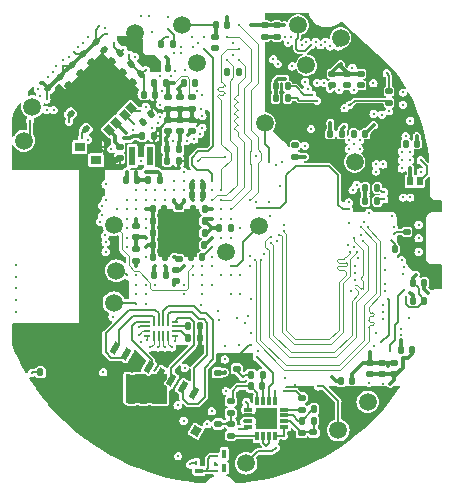
<source format=gbr>
%TF.GenerationSoftware,KiCad,Pcbnew,7.0.1*%
%TF.CreationDate,2023-12-24T21:56:23+00:00*%
%TF.ProjectId,watch_main,77617463-685f-46d6-9169-6e2e6b696361,rev?*%
%TF.SameCoordinates,Original*%
%TF.FileFunction,Copper,L8,Bot*%
%TF.FilePolarity,Positive*%
%FSLAX46Y46*%
G04 Gerber Fmt 4.6, Leading zero omitted, Abs format (unit mm)*
G04 Created by KiCad (PCBNEW 7.0.1) date 2023-12-24 21:56:23*
%MOMM*%
%LPD*%
G01*
G04 APERTURE LIST*
G04 Aperture macros list*
%AMRoundRect*
0 Rectangle with rounded corners*
0 $1 Rounding radius*
0 $2 $3 $4 $5 $6 $7 $8 $9 X,Y pos of 4 corners*
0 Add a 4 corners polygon primitive as box body*
4,1,4,$2,$3,$4,$5,$6,$7,$8,$9,$2,$3,0*
0 Add four circle primitives for the rounded corners*
1,1,$1+$1,$2,$3*
1,1,$1+$1,$4,$5*
1,1,$1+$1,$6,$7*
1,1,$1+$1,$8,$9*
0 Add four rect primitives between the rounded corners*
20,1,$1+$1,$2,$3,$4,$5,0*
20,1,$1+$1,$4,$5,$6,$7,0*
20,1,$1+$1,$6,$7,$8,$9,0*
20,1,$1+$1,$8,$9,$2,$3,0*%
%AMRotRect*
0 Rectangle, with rotation*
0 The origin of the aperture is its center*
0 $1 length*
0 $2 width*
0 $3 Rotation angle, in degrees counterclockwise*
0 Add horizontal line*
21,1,$1,$2,0,0,$3*%
G04 Aperture macros list end*
%TA.AperFunction,SMDPad,CuDef*%
%ADD10RotRect,0.500000X1.000000X330.000000*%
%TD*%
%TA.AperFunction,SMDPad,CuDef*%
%ADD11RotRect,0.720000X0.780000X330.000000*%
%TD*%
%TA.AperFunction,SMDPad,CuDef*%
%ADD12RotRect,1.050000X1.080000X330.000000*%
%TD*%
%TA.AperFunction,SMDPad,CuDef*%
%ADD13RotRect,1.050000X1.105000X330.000000*%
%TD*%
%TA.AperFunction,SMDPad,CuDef*%
%ADD14RotRect,1.050000X1.200000X330.000000*%
%TD*%
%TA.AperFunction,SMDPad,CuDef*%
%ADD15RotRect,1.050000X2.390000X330.000000*%
%TD*%
%TA.AperFunction,SMDPad,CuDef*%
%ADD16RotRect,0.550000X2.910000X240.000000*%
%TD*%
%TA.AperFunction,SMDPad,CuDef*%
%ADD17RoundRect,0.140000X0.170000X-0.140000X0.170000X0.140000X-0.170000X0.140000X-0.170000X-0.140000X0*%
%TD*%
%TA.AperFunction,ComponentPad*%
%ADD18C,0.500000*%
%TD*%
%TA.AperFunction,SMDPad,CuDef*%
%ADD19RoundRect,0.140000X-0.140000X-0.170000X0.140000X-0.170000X0.140000X0.170000X-0.140000X0.170000X0*%
%TD*%
%TA.AperFunction,SMDPad,CuDef*%
%ADD20C,1.500000*%
%TD*%
%TA.AperFunction,SMDPad,CuDef*%
%ADD21RoundRect,0.140000X-0.219203X-0.021213X-0.021213X-0.219203X0.219203X0.021213X0.021213X0.219203X0*%
%TD*%
%TA.AperFunction,SMDPad,CuDef*%
%ADD22RoundRect,0.140000X0.140000X0.170000X-0.140000X0.170000X-0.140000X-0.170000X0.140000X-0.170000X0*%
%TD*%
%TA.AperFunction,SMDPad,CuDef*%
%ADD23R,0.900000X0.800000*%
%TD*%
%TA.AperFunction,SMDPad,CuDef*%
%ADD24RoundRect,0.140000X-0.170000X0.140000X-0.170000X-0.140000X0.170000X-0.140000X0.170000X0.140000X0*%
%TD*%
%TA.AperFunction,SMDPad,CuDef*%
%ADD25RoundRect,0.135000X-0.135000X-0.185000X0.135000X-0.185000X0.135000X0.185000X-0.135000X0.185000X0*%
%TD*%
%TA.AperFunction,SMDPad,CuDef*%
%ADD26R,0.400000X0.700000*%
%TD*%
%TA.AperFunction,SMDPad,CuDef*%
%ADD27R,0.400000X0.250000*%
%TD*%
%TA.AperFunction,SMDPad,CuDef*%
%ADD28RotRect,0.600000X0.800000X45.000000*%
%TD*%
%TA.AperFunction,SMDPad,CuDef*%
%ADD29RoundRect,0.140000X-0.021213X0.219203X-0.219203X0.021213X0.021213X-0.219203X0.219203X-0.021213X0*%
%TD*%
%TA.AperFunction,SMDPad,CuDef*%
%ADD30RoundRect,0.135000X-0.185000X0.135000X-0.185000X-0.135000X0.185000X-0.135000X0.185000X0.135000X0*%
%TD*%
%TA.AperFunction,SMDPad,CuDef*%
%ADD31RoundRect,0.135000X0.135000X0.185000X-0.135000X0.185000X-0.135000X-0.185000X0.135000X-0.185000X0*%
%TD*%
%TA.AperFunction,SMDPad,CuDef*%
%ADD32RoundRect,0.135000X0.185000X-0.135000X0.185000X0.135000X-0.185000X0.135000X-0.185000X-0.135000X0*%
%TD*%
%TA.AperFunction,SMDPad,CuDef*%
%ADD33RoundRect,0.140000X0.021213X-0.219203X0.219203X-0.021213X-0.021213X0.219203X-0.219203X0.021213X0*%
%TD*%
%TA.AperFunction,SMDPad,CuDef*%
%ADD34R,0.800000X0.300000*%
%TD*%
%TA.AperFunction,SMDPad,CuDef*%
%ADD35R,0.300000X0.800000*%
%TD*%
%TA.AperFunction,SMDPad,CuDef*%
%ADD36R,1.760000X1.760000*%
%TD*%
%TA.AperFunction,SMDPad,CuDef*%
%ADD37R,0.600000X0.800000*%
%TD*%
%TA.AperFunction,SMDPad,CuDef*%
%ADD38RoundRect,0.140000X0.219203X0.021213X0.021213X0.219203X-0.219203X-0.021213X-0.021213X-0.219203X0*%
%TD*%
%TA.AperFunction,SMDPad,CuDef*%
%ADD39R,0.550000X1.600000*%
%TD*%
%TA.AperFunction,SMDPad,CuDef*%
%ADD40R,0.250000X0.400000*%
%TD*%
%TA.AperFunction,SMDPad,CuDef*%
%ADD41R,0.700000X0.400000*%
%TD*%
%TA.AperFunction,SMDPad,CuDef*%
%ADD42R,0.220000X0.900000*%
%TD*%
%TA.AperFunction,SMDPad,CuDef*%
%ADD43R,0.220000X0.850000*%
%TD*%
%TA.AperFunction,SMDPad,CuDef*%
%ADD44R,0.550000X0.220000*%
%TD*%
%TA.AperFunction,ViaPad*%
%ADD45C,0.300000*%
%TD*%
%TA.AperFunction,Conductor*%
%ADD46C,0.300000*%
%TD*%
%TA.AperFunction,Conductor*%
%ADD47C,0.150000*%
%TD*%
%TA.AperFunction,Conductor*%
%ADD48C,0.118400*%
%TD*%
%TA.AperFunction,Conductor*%
%ADD49C,0.104400*%
%TD*%
%TA.AperFunction,Conductor*%
%ADD50C,0.200000*%
%TD*%
%TA.AperFunction,Conductor*%
%ADD51C,0.500000*%
%TD*%
%TA.AperFunction,Conductor*%
%ADD52C,0.090000*%
%TD*%
%TA.AperFunction,Conductor*%
%ADD53C,0.120000*%
%TD*%
G04 APERTURE END LIST*
D10*
%TO.P,J1101,1,DAT2*%
%TO.N,/Micro SD/DAT2*%
X147781890Y-110880694D03*
%TO.P,J1101,2,CD/DAT3*%
%TO.N,/Micro SD/DAT3*%
X146829262Y-110330694D03*
%TO.P,J1101,3,CMD*%
%TO.N,/Micro SD/CMD*%
X145876634Y-109780694D03*
%TO.P,J1101,4,VDD*%
%TO.N,+3V3*%
X144924006Y-109230694D03*
%TO.P,J1101,5,CLK*%
%TO.N,/Micro SD/CLK*%
X143971378Y-108680694D03*
%TO.P,J1101,6,VSS*%
%TO.N,GND*%
X143018750Y-108130694D03*
%TO.P,J1101,7,DAT0*%
%TO.N,/Micro SD/DAT0*%
X142066123Y-107580694D03*
%TO.P,J1101,8,DAT1*%
%TO.N,/Micro SD/DAT1*%
X141113495Y-107030694D03*
D11*
%TO.P,J1101,9,DET*%
%TO.N,/Micro SD/CD*%
X147966095Y-114081642D03*
D12*
%TO.P,J1101,10,GND_1*%
%TO.N,GND*%
X147344085Y-115188994D03*
D13*
%TO.P,J1101,11,GND_2*%
X146062835Y-117408184D03*
D14*
%TO.P,J1101,12,GND_3*%
X137100915Y-111630686D03*
D15*
%TO.P,J1101,13,GND_4*%
X138693415Y-108872395D03*
D16*
%TO.P,J1101,14,MP1*%
X142809926Y-116364387D03*
%TO.P,J1101,15,MP2*%
X139181280Y-114269387D03*
%TD*%
D17*
%TO.P,C1801,1*%
%TO.N,+1V8*%
X156353000Y-90835000D03*
%TO.P,C1801,2*%
%TO.N,GND*%
X156353000Y-89875000D03*
%TD*%
D18*
%TO.P,U301,1,VSS*%
%TO.N,GND*%
X142517157Y-85368629D03*
X141668629Y-84520101D03*
X140820101Y-83671573D03*
X139971573Y-82823045D03*
X141574584Y-86311202D03*
X140726056Y-85462674D03*
X139877528Y-84614146D03*
X139029000Y-83765618D03*
X140632011Y-87253776D03*
X139783483Y-86405248D03*
X138934954Y-85556719D03*
X138086426Y-84708191D03*
X139689437Y-88196349D03*
X138840909Y-87347821D03*
X137992381Y-86499293D03*
X137143853Y-85650765D03*
%TD*%
D19*
%TO.P,C1202,1*%
%TO.N,+3V3*%
X146920000Y-84600000D03*
%TO.P,C1202,2*%
%TO.N,GND*%
X147880000Y-84600000D03*
%TD*%
D20*
%TO.P,TP802,1,1*%
%TO.N,/STM32/USART6.TX*%
X150500000Y-98900000D03*
%TD*%
D19*
%TO.P,C909,1*%
%TO.N,+1V8*%
X144320000Y-95300000D03*
%TO.P,C909,2*%
%TO.N,GND*%
X145280000Y-95300000D03*
%TD*%
D21*
%TO.P,C308,1*%
%TO.N,+1V8*%
X139460589Y-81160589D03*
%TO.P,C308,2*%
%TO.N,GND*%
X140139411Y-81839411D03*
%TD*%
D19*
%TO.P,C206,1*%
%TO.N,+1V8*%
X161320000Y-88900000D03*
%TO.P,C206,2*%
%TO.N,GND*%
X162280000Y-88900000D03*
%TD*%
D20*
%TO.P,TP801,1,1*%
%TO.N,/STM32/DEBUG_LED*%
X161400000Y-91300000D03*
%TD*%
%TO.P,TP803,1,1*%
%TO.N,/STM32/USART6.RX*%
X153300000Y-96700000D03*
%TD*%
D22*
%TO.P,C906,2*%
%TO.N,GND*%
X143920000Y-92800000D03*
%TO.P,C906,1*%
%TO.N,+1V8*%
X144880000Y-92800000D03*
%TD*%
D20*
%TO.P,TP209,1,1*%
%TO.N,GND*%
X157300000Y-83100000D03*
%TD*%
%TO.P,TP1703,1,1*%
%TO.N,/RFID/RF_IN*%
X152200000Y-116800000D03*
%TD*%
D23*
%TO.P,Y301,1,1*%
%TO.N,/Bluetooth/XC2*%
X139500000Y-91150000D03*
%TO.P,Y301,2,2*%
%TO.N,GND*%
X138100000Y-91150000D03*
%TO.P,Y301,3,3*%
%TO.N,/Bluetooth/XC1*%
X138100000Y-90050000D03*
%TO.P,Y301,4,4*%
%TO.N,GND*%
X139500000Y-90050000D03*
%TD*%
D22*
%TO.P,C921,1*%
%TO.N,/STM32/STM32 Power/VDD11*%
X148670000Y-98300000D03*
%TO.P,C921,2*%
%TO.N,GND*%
X147710000Y-98300000D03*
%TD*%
D20*
%TO.P,TP804,1,1*%
%TO.N,/STM32/SWO*%
X141000000Y-96600000D03*
%TD*%
%TO.P,TP1702,1,1*%
%TO.N,/RFID/RF*%
X162500000Y-111600000D03*
%TD*%
D17*
%TO.P,C1210,1*%
%TO.N,/FPGA/VCCPLL*%
X145600000Y-88680000D03*
%TO.P,C1210,2*%
%TO.N,GND*%
X145600000Y-87720000D03*
%TD*%
D24*
%TO.P,C1704,1*%
%TO.N,/RFID/1V65_UNREG*%
X156900000Y-114220000D03*
%TO.P,C1704,2*%
%TO.N,GND*%
X156900000Y-115180000D03*
%TD*%
%TO.P,C403,1*%
%TO.N,+1V8*%
X149800000Y-109120000D03*
%TO.P,C403,2*%
%TO.N,GND*%
X149800000Y-110080000D03*
%TD*%
D17*
%TO.P,C1003,1*%
%TO.N,+1V8*%
X153800000Y-80680000D03*
%TO.P,C1003,2*%
%TO.N,GND*%
X153800000Y-79720000D03*
%TD*%
%TO.P,C912,1*%
%TO.N,+3V3*%
X142900000Y-97680000D03*
%TO.P,C912,2*%
%TO.N,GND*%
X142900000Y-96720000D03*
%TD*%
%TO.P,C1305,1*%
%TO.N,+1V8*%
X164700000Y-109280000D03*
%TO.P,C1305,2*%
%TO.N,GND*%
X164700000Y-108320000D03*
%TD*%
D22*
%TO.P,C1304,1*%
%TO.N,+1V8*%
X167280000Y-103100000D03*
%TO.P,C1304,2*%
%TO.N,GND*%
X166320000Y-103100000D03*
%TD*%
D25*
%TO.P,R804,1*%
%TO.N,+1V8*%
X162300000Y-93500000D03*
%TO.P,R804,2*%
%TO.N,/I2C3.SDA*%
X163320000Y-93500000D03*
%TD*%
D19*
%TO.P,C908,1*%
%TO.N,+1V8*%
X144320000Y-98300000D03*
%TO.P,C908,2*%
%TO.N,GND*%
X145280000Y-98300000D03*
%TD*%
D26*
%TO.P,Q1702,1,D*%
%TO.N,/RFID/SHIFT_PD*%
X150350000Y-117200000D03*
D27*
%TO.P,Q1702,2,G*%
%TO.N,/RFID/SHIFT_G*%
X149650000Y-117425000D03*
%TO.P,Q1702,3,S*%
%TO.N,+VSYS*%
X149650000Y-116975000D03*
%TD*%
D20*
%TO.P,TP207,1,1*%
%TO.N,GND*%
X155600000Y-116600000D03*
%TD*%
D24*
%TO.P,C1005,1*%
%TO.N,+1V8*%
X149600000Y-80720000D03*
%TO.P,C1005,2*%
%TO.N,GND*%
X149600000Y-81680000D03*
%TD*%
D17*
%TO.P,C1306,1*%
%TO.N,+1V8*%
X163700000Y-109280000D03*
%TO.P,C1306,2*%
%TO.N,GND*%
X163700000Y-108320000D03*
%TD*%
D28*
%TO.P,L301,1*%
%TO.N,/Bluetooth/DECD*%
X141917157Y-87282843D03*
%TO.P,L301,2*%
%TO.N,/Bluetooth/DCCD*%
X142482843Y-86717157D03*
%TD*%
D22*
%TO.P,C1401,1*%
%TO.N,+VSYS*%
X166667500Y-89737500D03*
%TO.P,C1401,2*%
%TO.N,GND*%
X165707500Y-89737500D03*
%TD*%
D20*
%TO.P,TP204,1,1*%
%TO.N,+1V8*%
X146800000Y-79700000D03*
%TD*%
D22*
%TO.P,C903,1*%
%TO.N,+3V3*%
X148580000Y-94100000D03*
%TO.P,C903,2*%
%TO.N,GND*%
X147620000Y-94100000D03*
%TD*%
%TO.P,C910,1*%
%TO.N,/STM32/STM32 Power/VREF+*%
X148680000Y-95300000D03*
%TO.P,C910,2*%
%TO.N,GND*%
X147720000Y-95300000D03*
%TD*%
D20*
%TO.P,TP301,1,1*%
%TO.N,/Bluetooth/SWCLK*%
X133400000Y-89500000D03*
%TD*%
D17*
%TO.P,C203,1*%
%TO.N,+VBAT*%
X160700000Y-84780000D03*
%TO.P,C203,2*%
%TO.N,GND*%
X160700000Y-83820000D03*
%TD*%
D25*
%TO.P,R806,1*%
%TO.N,+1V8*%
X154690000Y-84900000D03*
%TO.P,R806,2*%
%TO.N,/I2C4.SDA*%
X155710000Y-84900000D03*
%TD*%
%TO.P,R805,1*%
%TO.N,+1V8*%
X154690000Y-85900000D03*
%TO.P,R805,2*%
%TO.N,/I2C4.SCL*%
X155710000Y-85900000D03*
%TD*%
D19*
%TO.P,C911,1*%
%TO.N,+1V8*%
X144340000Y-99300000D03*
%TO.P,C911,2*%
%TO.N,GND*%
X145300000Y-99300000D03*
%TD*%
D24*
%TO.P,C307,1*%
%TO.N,/Bluetooth/DECR*%
X141500000Y-90020000D03*
%TO.P,C307,2*%
%TO.N,GND*%
X141500000Y-90980000D03*
%TD*%
D20*
%TO.P,TP202,1,1*%
%TO.N,+VBAT*%
X156600000Y-79700000D03*
%TD*%
D17*
%TO.P,C1204,1*%
%TO.N,+1V2*%
X146600000Y-88680000D03*
%TO.P,C1204,2*%
%TO.N,GND*%
X146600000Y-87720000D03*
%TD*%
D24*
%TO.P,C1706,1*%
%TO.N,/RFID/AMP2_IN*%
X149850000Y-113470000D03*
%TO.P,C1706,2*%
%TO.N,GND*%
X149850000Y-114430000D03*
%TD*%
D17*
%TO.P,C917,1*%
%TO.N,+1V8*%
X146500000Y-99480000D03*
%TO.P,C917,2*%
%TO.N,GND*%
X146500000Y-98520000D03*
%TD*%
D24*
%TO.P,C904,1*%
%TO.N,+1V8*%
X146500000Y-95120000D03*
%TO.P,C904,2*%
%TO.N,GND*%
X146500000Y-96080000D03*
%TD*%
D29*
%TO.P,C303,1*%
%TO.N,+1V8*%
X141539411Y-82060589D03*
%TO.P,C303,2*%
%TO.N,GND*%
X140860589Y-82739411D03*
%TD*%
D25*
%TO.P,R401,1*%
%TO.N,/GNSS/ANT_OFF*%
X134790000Y-109100000D03*
%TO.P,R401,2*%
%TO.N,GND*%
X135810000Y-109100000D03*
%TD*%
D30*
%TO.P,R1712,1*%
%TO.N,/RFID/1V65_UNREG*%
X157900000Y-114190000D03*
%TO.P,R1712,2*%
%TO.N,GND*%
X157900000Y-115210000D03*
%TD*%
D20*
%TO.P,TP208,1,1*%
%TO.N,GND*%
X139100000Y-98800000D03*
%TD*%
D31*
%TO.P,R1202,1*%
%TO.N,+1V2*%
X146510000Y-90200000D03*
%TO.P,R1202,2*%
%TO.N,/FPGA/VCCPLL*%
X145490000Y-90200000D03*
%TD*%
D22*
%TO.P,C905,1*%
%TO.N,+3V3*%
X148580000Y-93300000D03*
%TO.P,C905,2*%
%TO.N,GND*%
X147620000Y-93300000D03*
%TD*%
D19*
%TO.P,C1102,1*%
%TO.N,+1V8*%
X147320000Y-106200000D03*
%TO.P,C1102,2*%
%TO.N,GND*%
X148280000Y-106200000D03*
%TD*%
%TO.P,C919,1*%
%TO.N,+1V8*%
X144320000Y-96300000D03*
%TO.P,C919,2*%
%TO.N,GND*%
X145280000Y-96300000D03*
%TD*%
%TO.P,C901,1*%
%TO.N,+1V8*%
X149940000Y-96900000D03*
%TO.P,C901,2*%
%TO.N,GND*%
X150900000Y-96900000D03*
%TD*%
D17*
%TO.P,C1710,1*%
%TO.N,/RFID/AMP3_IN*%
X151400000Y-108780000D03*
%TO.P,C1710,2*%
%TO.N,GND*%
X151400000Y-107820000D03*
%TD*%
D20*
%TO.P,TP303,1,1*%
%TO.N,/Bluetooth/RST*%
X148000000Y-82900000D03*
%TD*%
D32*
%TO.P,R1714,1*%
%TO.N,/RFID/AMP2_IN*%
X150900000Y-112560000D03*
%TO.P,R1714,2*%
%TO.N,/RFID/AMP2_NEG*%
X150900000Y-111540000D03*
%TD*%
D20*
%TO.P,TP805,1,1*%
%TO.N,/STM32/SWDIO*%
X141200000Y-100500000D03*
%TD*%
D19*
%TO.P,C1703,1*%
%TO.N,+3V3*%
X157920000Y-112200000D03*
%TO.P,C1703,2*%
%TO.N,GND*%
X158880000Y-112200000D03*
%TD*%
D24*
%TO.P,C1203,1*%
%TO.N,+1V8*%
X147600000Y-85820000D03*
%TO.P,C1203,2*%
%TO.N,GND*%
X147600000Y-86780000D03*
%TD*%
D27*
%TO.P,Q1703,1,G*%
%TO.N,/RFID/SHIFT_G*%
X149650000Y-116225000D03*
%TO.P,Q1703,2,S*%
%TO.N,GND*%
X149650000Y-115775000D03*
D26*
%TO.P,Q1703,3,D*%
%TO.N,/RFID/SHIFT_ND*%
X150350000Y-116000000D03*
%TD*%
D17*
%TO.P,C1207,1*%
%TO.N,+1V8*%
X147600000Y-88680000D03*
%TO.P,C1207,2*%
%TO.N,GND*%
X147600000Y-87720000D03*
%TD*%
D19*
%TO.P,C1302,1*%
%TO.N,+1V8*%
X166320000Y-101500000D03*
%TO.P,C1302,2*%
%TO.N,GND*%
X167280000Y-101500000D03*
%TD*%
D22*
%TO.P,C915,1*%
%TO.N,+1V8*%
X148680000Y-97300000D03*
%TO.P,C915,2*%
%TO.N,GND*%
X147720000Y-97300000D03*
%TD*%
D19*
%TO.P,C920,1*%
%TO.N,/STM32/STM32 Power/VDD11*%
X142020000Y-92800000D03*
%TO.P,C920,2*%
%TO.N,GND*%
X142980000Y-92800000D03*
%TD*%
D22*
%TO.P,C918,1*%
%TO.N,+1V8*%
X148480000Y-99300000D03*
%TO.P,C918,2*%
%TO.N,GND*%
X147520000Y-99300000D03*
%TD*%
D17*
%TO.P,C1002,1*%
%TO.N,+1V8*%
X154800000Y-80680000D03*
%TO.P,C1002,2*%
%TO.N,GND*%
X154800000Y-79720000D03*
%TD*%
D33*
%TO.P,C316,1*%
%TO.N,/Bluetooth/DECA*%
X143460589Y-87939411D03*
%TO.P,C316,2*%
%TO.N,GND*%
X144139411Y-87260589D03*
%TD*%
D29*
%TO.P,C309,1*%
%TO.N,+1V8*%
X142439411Y-82960589D03*
%TO.P,C309,2*%
%TO.N,GND*%
X141760589Y-83639411D03*
%TD*%
D24*
%TO.P,C1208,1*%
%TO.N,+1V8*%
X145600000Y-85820000D03*
%TO.P,C1208,2*%
%TO.N,GND*%
X145600000Y-86780000D03*
%TD*%
D22*
%TO.P,C1307,1*%
%TO.N,+1V8*%
X166280000Y-107200000D03*
%TO.P,C1307,2*%
%TO.N,GND*%
X165320000Y-107200000D03*
%TD*%
D24*
%TO.P,C1205,1*%
%TO.N,+3V3*%
X146600000Y-85820000D03*
%TO.P,C1205,2*%
%TO.N,GND*%
X146600000Y-86780000D03*
%TD*%
D20*
%TO.P,TP206,1,1*%
%TO.N,GND*%
X136100000Y-89900000D03*
%TD*%
D19*
%TO.P,C902,1*%
%TO.N,+1V8*%
X144320000Y-97300000D03*
%TO.P,C902,2*%
%TO.N,GND*%
X145280000Y-97300000D03*
%TD*%
D20*
%TO.P,TP807,1,1*%
%TO.N,/STM32/NRST*%
X153800000Y-88000000D03*
%TD*%
%TO.P,TP302,1,1*%
%TO.N,/Bluetooth/SWDIO*%
X134100000Y-86600000D03*
%TD*%
D34*
%TO.P,IC1701,1,IN1+*%
%TO.N,+1V65*%
X155400000Y-112250000D03*
%TO.P,IC1701,2,V+*%
%TO.N,+3V3*%
X155400000Y-112750000D03*
%TO.P,IC1701,3,IN2+*%
%TO.N,/RFID/1V65_UNREG*%
X155400000Y-113250000D03*
%TO.P,IC1701,4,IN2-*%
%TO.N,+1V65*%
X155400000Y-113750000D03*
D35*
%TO.P,IC1701,5,OUT2*%
X154650000Y-114500000D03*
%TO.P,IC1701,6,~{SHDN12}*%
%TO.N,/RFID/SHDN*%
X154150000Y-114500000D03*
%TO.P,IC1701,7,~{SHDN34}*%
X153650000Y-114500000D03*
%TO.P,IC1701,8,OUT3*%
%TO.N,/RFID/AMP1_OUT*%
X153150000Y-114500000D03*
D34*
%TO.P,IC1701,9,IN3-*%
%TO.N,/RFID/AMP1_NEG*%
X152400000Y-113750000D03*
%TO.P,IC1701,10,IN3+*%
%TO.N,/RFID/AMP1_IN*%
X152400000Y-113250000D03*
%TO.P,IC1701,11,V-*%
%TO.N,GND*%
X152400000Y-112750000D03*
%TO.P,IC1701,12,IN4+*%
%TO.N,+1V65*%
X152400000Y-112250000D03*
D35*
%TO.P,IC1701,13,IN4-*%
%TO.N,/RFID/AMP2_NEG*%
X153150000Y-111500000D03*
%TO.P,IC1701,14,OUT4*%
%TO.N,/RFID/AMP2_OUT*%
X153650000Y-111500000D03*
%TO.P,IC1701,15,OUT1*%
%TO.N,/RFID/AMP3_OUT*%
X154150000Y-111500000D03*
%TO.P,IC1701,16,IN1-*%
%TO.N,/RFID/AMP3_NEG*%
X154650000Y-111500000D03*
D36*
%TO.P,IC1701,17,EP*%
%TO.N,GND*%
X153900000Y-113000000D03*
%TD*%
D17*
%TO.P,C1501,1*%
%TO.N,/STM32/BTN*%
X164300000Y-86280000D03*
%TO.P,C1501,2*%
%TO.N,GND*%
X164300000Y-85320000D03*
%TD*%
D24*
%TO.P,C916,1*%
%TO.N,+3V3*%
X142900000Y-98700000D03*
%TO.P,C916,2*%
%TO.N,GND*%
X142900000Y-99660000D03*
%TD*%
D32*
%TO.P,R1710,1*%
%TO.N,/RFID/AMP1_OUT*%
X150900000Y-114460000D03*
%TO.P,R1710,2*%
%TO.N,/RFID/AMP2_IN*%
X150900000Y-113440000D03*
%TD*%
D37*
%TO.P,L1402,1*%
%TO.N,/Display Power/SWN*%
X166887500Y-92937500D03*
%TO.P,L1402,2*%
%TO.N,GND*%
X166087500Y-92937500D03*
%TD*%
D21*
%TO.P,C305,1*%
%TO.N,+1V8*%
X137460589Y-83060589D03*
%TO.P,C305,2*%
%TO.N,GND*%
X138139411Y-83739411D03*
%TD*%
D19*
%TO.P,C1001,1*%
%TO.N,+1V8*%
X149620000Y-79700000D03*
%TO.P,C1001,2*%
%TO.N,GND*%
X150580000Y-79700000D03*
%TD*%
D30*
%TO.P,R802,1*%
%TO.N,+3V3*%
X165800000Y-96190000D03*
%TO.P,R802,2*%
%TO.N,/I2C1.SDA*%
X165800000Y-97210000D03*
%TD*%
%TO.P,R1705,1*%
%TO.N,/RFID/AMP1_IN*%
X156900000Y-111240000D03*
%TO.P,R1705,2*%
%TO.N,+1V65*%
X156900000Y-112260000D03*
%TD*%
D25*
%TO.P,R803,1*%
%TO.N,+1V8*%
X162300000Y-94600000D03*
%TO.P,R803,2*%
%TO.N,/I2C3.SCL*%
X163320000Y-94600000D03*
%TD*%
D38*
%TO.P,C311,1*%
%TO.N,/Bluetooth/DECR*%
X138639411Y-88539411D03*
%TO.P,C311,2*%
%TO.N,GND*%
X137960589Y-87860589D03*
%TD*%
D20*
%TO.P,TP201,1,1*%
%TO.N,VBUS*%
X160200000Y-80800000D03*
%TD*%
D17*
%TO.P,C201,1*%
%TO.N,/Power/VBUS_PROTECTED*%
X161900000Y-84780000D03*
%TO.P,C201,2*%
%TO.N,GND*%
X161900000Y-83820000D03*
%TD*%
D20*
%TO.P,TP203,1,1*%
%TO.N,+3V3*%
X156800000Y-87700000D03*
%TD*%
D19*
%TO.P,C1209,1*%
%TO.N,/FPGA/VCCPLL*%
X145520000Y-91200000D03*
%TO.P,C1209,2*%
%TO.N,GND*%
X146480000Y-91200000D03*
%TD*%
D22*
%TO.P,C1206,1*%
%TO.N,+1V8*%
X145380000Y-84600000D03*
%TO.P,C1206,2*%
%TO.N,GND*%
X144420000Y-84600000D03*
%TD*%
D19*
%TO.P,C1201,1*%
%TO.N,+1V2*%
X144620000Y-83300000D03*
%TO.P,C1201,2*%
%TO.N,GND*%
X145580000Y-83300000D03*
%TD*%
D29*
%TO.P,C301,1*%
%TO.N,+1V8*%
X143339411Y-83860589D03*
%TO.P,C301,2*%
%TO.N,GND*%
X142660589Y-84539411D03*
%TD*%
D20*
%TO.P,TP1701,1,1*%
%TO.N,/RFID/SIGNAL_ENVELOPE*%
X160000000Y-114000000D03*
%TD*%
D21*
%TO.P,C306,1*%
%TO.N,+1V8*%
X135460589Y-85060589D03*
%TO.P,C306,2*%
%TO.N,GND*%
X136139411Y-85739411D03*
%TD*%
D39*
%TO.P,L901,1*%
%TO.N,/STM32/STM32 Power/VDD11*%
X142575000Y-90800000D03*
%TO.P,L901,2*%
%TO.N,/STM32/STM32 Power/VLXSMPS*%
X144025000Y-90800000D03*
%TD*%
D22*
%TO.P,C907,1*%
%TO.N,+1V8*%
X145380000Y-100900000D03*
%TO.P,C907,2*%
%TO.N,GND*%
X144420000Y-100900000D03*
%TD*%
D28*
%TO.P,L302,1*%
%TO.N,/Bluetooth/DECR*%
X140617157Y-88582843D03*
%TO.P,L302,2*%
%TO.N,/Bluetooth/DCC*%
X141182843Y-88017157D03*
%TD*%
D25*
%TO.P,R203,1*%
%TO.N,/Power/VID_1V2*%
X144990000Y-81300000D03*
%TO.P,R203,2*%
%TO.N,GND*%
X146010000Y-81300000D03*
%TD*%
D17*
%TO.P,C1303,1*%
%TO.N,+1V8*%
X162700000Y-109280000D03*
%TO.P,C1303,2*%
%TO.N,GND*%
X162700000Y-108320000D03*
%TD*%
D31*
%TO.P,R801,1*%
%TO.N,+3V3*%
X165810000Y-98700000D03*
%TO.P,R801,2*%
%TO.N,/I2C1.SCL*%
X164790000Y-98700000D03*
%TD*%
D24*
%TO.P,C914,1*%
%TO.N,+3V3*%
X146270000Y-100420000D03*
%TO.P,C914,2*%
%TO.N,GND*%
X146270000Y-101380000D03*
%TD*%
D40*
%TO.P,Q1701,1,G*%
%TO.N,/RFID/OUT_G*%
X147975000Y-116750000D03*
%TO.P,Q1701,2,S*%
%TO.N,GND*%
X148425000Y-116750000D03*
D41*
%TO.P,Q1701,3,D*%
%TO.N,/RFID/SHIFT_G*%
X148200000Y-117450000D03*
%TD*%
D19*
%TO.P,C1711,1*%
%TO.N,+1V8*%
X160220000Y-109800000D03*
%TO.P,C1711,2*%
%TO.N,GND*%
X161180000Y-109800000D03*
%TD*%
D21*
%TO.P,C302,1*%
%TO.N,+1V8*%
X138360589Y-82160589D03*
%TO.P,C302,2*%
%TO.N,GND*%
X139039411Y-82839411D03*
%TD*%
D20*
%TO.P,TP806,1,1*%
%TO.N,/STM32/SWCLK*%
X141000000Y-103200000D03*
%TD*%
D19*
%TO.P,C314,1*%
%TO.N,/Bluetooth/DECN*%
X143420000Y-89100000D03*
%TO.P,C314,2*%
%TO.N,GND*%
X144380000Y-89100000D03*
%TD*%
D21*
%TO.P,C304,1*%
%TO.N,+1V8*%
X136460589Y-84060589D03*
%TO.P,C304,2*%
%TO.N,GND*%
X137139411Y-84739411D03*
%TD*%
D25*
%TO.P,R1711,1*%
%TO.N,+3V3*%
X156890000Y-113200000D03*
%TO.P,R1711,2*%
%TO.N,/RFID/1V65_UNREG*%
X157910000Y-113200000D03*
%TD*%
D22*
%TO.P,C1708,1*%
%TO.N,/RFID/AMP2_OUT*%
X153580000Y-110300000D03*
%TO.P,C1708,2*%
%TO.N,/RFID/AMP2_NEG*%
X152620000Y-110300000D03*
%TD*%
D17*
%TO.P,C205,1*%
%TO.N,+VSYS*%
X159500000Y-84780000D03*
%TO.P,C205,2*%
%TO.N,GND*%
X159500000Y-83820000D03*
%TD*%
D19*
%TO.P,C1101,1*%
%TO.N,+3V3*%
X147320000Y-105200000D03*
%TO.P,C1101,2*%
%TO.N,GND*%
X148280000Y-105200000D03*
%TD*%
D20*
%TO.P,TP205,1,1*%
%TO.N,+1V2*%
X142800000Y-80400000D03*
%TD*%
D22*
%TO.P,C913,1*%
%TO.N,+1V8*%
X148680000Y-96300000D03*
%TO.P,C913,2*%
%TO.N,GND*%
X147720000Y-96300000D03*
%TD*%
%TO.P,C208,1*%
%TO.N,+VSYS*%
X160280000Y-88900000D03*
%TO.P,C208,2*%
%TO.N,GND*%
X159320000Y-88900000D03*
%TD*%
D38*
%TO.P,C313,1*%
%TO.N,+1V8*%
X137339411Y-87239411D03*
%TO.P,C313,2*%
%TO.N,GND*%
X136660589Y-86560589D03*
%TD*%
D22*
%TO.P,C1004,1*%
%TO.N,+1V8*%
X151580000Y-83650000D03*
%TO.P,C1004,2*%
%TO.N,GND*%
X150620000Y-83650000D03*
%TD*%
D19*
%TO.P,C312,1*%
%TO.N,+1V8*%
X143520000Y-85600000D03*
%TO.P,C312,2*%
%TO.N,GND*%
X144480000Y-85600000D03*
%TD*%
D31*
%TO.P,R1718,1*%
%TO.N,/RFID/AMP2_OUT*%
X153610000Y-109300000D03*
%TO.P,R1718,2*%
%TO.N,/RFID/AMP3_IN*%
X152590000Y-109300000D03*
%TD*%
D42*
%TO.P,IC1101,1,DAT2A*%
%TO.N,/SDMMC1.D2*%
X145600000Y-106000000D03*
D43*
%TO.P,IC1101,2,DAT3A*%
%TO.N,/SDMMC1.D3*%
X145200000Y-106025000D03*
%TO.P,IC1101,3,DAT0A*%
%TO.N,/SDMMC1.D0*%
X144800000Y-106025000D03*
%TO.P,IC1101,4,DAT1A*%
%TO.N,/SDMMC1.D1*%
X144400000Y-106025000D03*
D44*
%TO.P,IC1101,5,CLKA*%
%TO.N,/SDMMC1.CK*%
X143825000Y-106000000D03*
%TO.P,IC1101,6,CLK_FB*%
%TO.N,/SDMMC1.CKIN*%
X143825000Y-105600000D03*
%TO.P,IC1101,7,GND*%
%TO.N,GND*%
X143825000Y-105200000D03*
%TO.P,IC1101,8,CLKB*%
%TO.N,/Micro SD/CLK*%
X143825000Y-104800000D03*
D43*
%TO.P,IC1101,9,DAT1B*%
%TO.N,/Micro SD/DAT1*%
X144400000Y-104775000D03*
%TO.P,IC1101,10,DAT0B*%
%TO.N,/Micro SD/DAT0*%
X144800000Y-104775000D03*
%TO.P,IC1101,11,DAT3B*%
%TO.N,/Micro SD/DAT3*%
X145200000Y-104775000D03*
%TO.P,IC1101,12,DAT2B*%
%TO.N,/Micro SD/DAT2*%
X145600000Y-104775000D03*
D44*
%TO.P,IC1101,13,CMDB*%
%TO.N,/Micro SD/CMD*%
X146175000Y-104800000D03*
%TO.P,IC1101,14,VCCB*%
%TO.N,+3V3*%
X146175000Y-105200000D03*
%TO.P,IC1101,15,VCCA*%
%TO.N,+1V8*%
X146175000Y-105600000D03*
%TO.P,IC1101,16,CMDA*%
%TO.N,/SDMMC1.CMD*%
X146175000Y-106000000D03*
%TD*%
D45*
%TO.N,GND*%
X159310000Y-81510000D03*
%TO.N,/RFID/AMP2_OUT*%
X153692000Y-110438000D03*
%TO.N,+3V3*%
X160777000Y-82906000D03*
X156697000Y-84356000D03*
%TO.N,/I2C1.SCL*%
X164529000Y-97959000D03*
%TO.N,/Power/PGD_1V2*%
X160529000Y-86746000D03*
%TO.N,/STM32/BTN*%
X160943000Y-86462000D03*
%TO.N,+1V8*%
X134871000Y-84600000D03*
%TO.N,/Bluetooth/UART_RTS*%
X135460000Y-84083000D03*
%TO.N,/QSPI2.IO3*%
X138364000Y-81191000D03*
%TO.N,/QSPI2.IO2*%
X137988359Y-81581000D03*
%TO.N,GND*%
X147958000Y-84486000D03*
%TO.N,/RFID/AMP2_IN*%
X150581000Y-113430000D03*
%TO.N,GND*%
X138852000Y-108611000D03*
X161900000Y-97500000D03*
%TO.N,/Bluetooth/DECA*%
X143300000Y-87800000D03*
%TO.N,GND*%
X160800000Y-98300000D03*
X156353000Y-89875000D03*
X141600000Y-110800000D03*
X141600000Y-109400000D03*
X142000000Y-112000000D03*
X143000000Y-112000000D03*
X144000000Y-112000000D03*
X146000000Y-115000000D03*
X145000000Y-115000000D03*
X145000000Y-114000000D03*
X144000000Y-114000000D03*
X144000000Y-115000000D03*
X143000000Y-115000000D03*
X142000000Y-115000000D03*
X143000000Y-114000000D03*
X142000000Y-114000000D03*
X145000000Y-113000000D03*
X144000000Y-113000000D03*
X143000000Y-113000000D03*
X142000000Y-113000000D03*
%TO.N,+VSYS*%
X160500000Y-88300000D03*
X166100000Y-87800000D03*
X143300000Y-78900000D03*
X163000000Y-87220000D03*
X144000000Y-78900000D03*
X161300000Y-85200000D03*
X159300000Y-85100000D03*
X166667500Y-89100000D03*
X165480000Y-85410000D03*
X144200000Y-80300000D03*
X166667500Y-89737500D03*
X149600000Y-116800000D03*
%TO.N,GND*%
X166100000Y-102350000D03*
X136600000Y-110400000D03*
X135300000Y-108000000D03*
X162600000Y-95600000D03*
X139500000Y-99500000D03*
X164000000Y-102200000D03*
X147500000Y-98300000D03*
X147000000Y-97800000D03*
X139500000Y-98500000D03*
X158600000Y-115200000D03*
X138500000Y-96500000D03*
X137600000Y-106600000D03*
X160900000Y-94700000D03*
X138500000Y-101500000D03*
X147000000Y-97300000D03*
X160200000Y-83000000D03*
X166087500Y-91137500D03*
X137500000Y-91500000D03*
X161700000Y-99400000D03*
X165387500Y-91837500D03*
X152580000Y-105800000D03*
X136900000Y-89000000D03*
X166087500Y-91837500D03*
X139500000Y-102500000D03*
X137500000Y-105500000D03*
X154722000Y-91572000D03*
X165387500Y-91137500D03*
X138500000Y-93500000D03*
X163000000Y-88180000D03*
X150700000Y-110200000D03*
X137100000Y-107100000D03*
X142900000Y-96100000D03*
X166087500Y-90437500D03*
X134300000Y-106900000D03*
X162700000Y-107400000D03*
X154220000Y-95900000D03*
X146500000Y-98300000D03*
X138500000Y-97500000D03*
X138500000Y-92500000D03*
X138900000Y-111100000D03*
X133500000Y-91500000D03*
X145600000Y-80000000D03*
X165300000Y-106400000D03*
X166800000Y-96600000D03*
X136500000Y-106900000D03*
X138500000Y-99500000D03*
X136500000Y-105500000D03*
X136600000Y-88300000D03*
X136500000Y-91500000D03*
X160900000Y-96500000D03*
X146400000Y-109000000D03*
X137000000Y-109800000D03*
X163800000Y-104000000D03*
X139000000Y-103000000D03*
X157700000Y-88500000D03*
X138500000Y-102500000D03*
X138300000Y-108200000D03*
X133400000Y-108100000D03*
X137300000Y-90100000D03*
X133000000Y-86900000D03*
X139000000Y-100000000D03*
X147000000Y-96800000D03*
X158100000Y-81100000D03*
X145500000Y-97300000D03*
X145500000Y-96300000D03*
X139500000Y-97500000D03*
X134500000Y-91500000D03*
X161300000Y-98500000D03*
X134900000Y-90300000D03*
X150100000Y-95300000D03*
X136000000Y-88300000D03*
X146000000Y-97300000D03*
X147700000Y-92900000D03*
X147000000Y-96300000D03*
X155600000Y-116600000D03*
X137500000Y-110400000D03*
X149300000Y-101700000D03*
X156900000Y-115800000D03*
X148100000Y-81200000D03*
X166800000Y-98900000D03*
X137500000Y-113100000D03*
X139200000Y-108100000D03*
X135500000Y-91500000D03*
X139000000Y-101000000D03*
X165300000Y-105400000D03*
X139000000Y-99000000D03*
X138500000Y-113100000D03*
X143100000Y-105300000D03*
X153400000Y-113500000D03*
X154400000Y-112500000D03*
X141300000Y-97700000D03*
X136000000Y-106200000D03*
X135000000Y-106200000D03*
X139500000Y-103500000D03*
X146700000Y-82100000D03*
X138500000Y-112100000D03*
X152600000Y-102900000D03*
X134500000Y-105500000D03*
X133400000Y-90900000D03*
X146500000Y-97300000D03*
X142560528Y-108927380D03*
X135400000Y-88300000D03*
X161222000Y-93671000D03*
X144420000Y-84600000D03*
X138500000Y-104500000D03*
X153900000Y-113000000D03*
X161400000Y-100100000D03*
X167600000Y-102350000D03*
X158880000Y-112820000D03*
X153712000Y-99091000D03*
X152510000Y-99290000D03*
X146000000Y-96800000D03*
X133400000Y-87600000D03*
X145500000Y-96800000D03*
X163175000Y-105775000D03*
X153400000Y-112500000D03*
X165707500Y-89100000D03*
X139000000Y-105000000D03*
X136100000Y-90300000D03*
X146500000Y-96300000D03*
X139300000Y-90300000D03*
X138500000Y-100500000D03*
X138500000Y-94500000D03*
X139000000Y-93000000D03*
X150580000Y-79020000D03*
X139500000Y-101500000D03*
X135600000Y-111400000D03*
X143300000Y-106500000D03*
X139000000Y-94000000D03*
X136900000Y-107800000D03*
X146000000Y-97800000D03*
X142900000Y-102500000D03*
X138900000Y-106400000D03*
X135500000Y-106900000D03*
X155500000Y-109600000D03*
X136000000Y-90900000D03*
X136700000Y-90100000D03*
X136300000Y-88800000D03*
X135700000Y-88800000D03*
X148700000Y-87900000D03*
X147500000Y-97800000D03*
X153000000Y-90800000D03*
X144540000Y-116210000D03*
X139000000Y-95000000D03*
X141300000Y-98500000D03*
X164300000Y-87000000D03*
X156100000Y-114200000D03*
X138500000Y-105500000D03*
X155410000Y-96587000D03*
X139000000Y-102000000D03*
X134500000Y-88900000D03*
X144139411Y-87260589D03*
X138200000Y-110200000D03*
X145500000Y-98300000D03*
X145600000Y-107400000D03*
X135100000Y-88800000D03*
X153200000Y-107300000D03*
X138500000Y-98500000D03*
X150900000Y-96900000D03*
X164110000Y-83800000D03*
X146400000Y-112600000D03*
X134400000Y-109700000D03*
X165707500Y-89737500D03*
X146000000Y-96300000D03*
X132700000Y-88400000D03*
X152610000Y-106800000D03*
X163750000Y-110050000D03*
X156361000Y-110210000D03*
X145400000Y-82400000D03*
X149600000Y-81700000D03*
X155500000Y-115200000D03*
X145500000Y-97800000D03*
X145600000Y-79000000D03*
X139000000Y-98000000D03*
X146500000Y-97800000D03*
X151500000Y-113000000D03*
X134400000Y-90800000D03*
X146500000Y-96800000D03*
X136000000Y-107500000D03*
X146472000Y-106964000D03*
X134800000Y-107500000D03*
X151600000Y-111700000D03*
X136900000Y-108500000D03*
X138000000Y-91000000D03*
X133400000Y-88300000D03*
X139500000Y-104500000D03*
X132900000Y-107500000D03*
X151100000Y-82200000D03*
X142809926Y-116364387D03*
X136500000Y-112100000D03*
X134400000Y-90100000D03*
X139000000Y-96000000D03*
X142900000Y-100100000D03*
X151100000Y-81200000D03*
X135500000Y-105500000D03*
X155100000Y-93300000D03*
X137200000Y-88600000D03*
X135900000Y-108500000D03*
X148000000Y-107400000D03*
X134200000Y-85500000D03*
X137000000Y-106200000D03*
X144500000Y-94500000D03*
X162200000Y-96350000D03*
X142900000Y-92100000D03*
X147000000Y-98300000D03*
X138500000Y-91500000D03*
X133500000Y-105500000D03*
X137000000Y-90900000D03*
X155430000Y-79720000D03*
X134900000Y-110600000D03*
X144200000Y-86300000D03*
X140900000Y-91200000D03*
X138900000Y-107500000D03*
X165387500Y-90437500D03*
X164000000Y-99400000D03*
X147700000Y-93700000D03*
X157300000Y-83100000D03*
X139000000Y-92000000D03*
X154400000Y-113500000D03*
X139000000Y-97000000D03*
X140200000Y-104600000D03*
X165300000Y-105900000D03*
X147700000Y-94500000D03*
X147500000Y-96300000D03*
X139000000Y-104000000D03*
X165600000Y-100200000D03*
X157300000Y-110320000D03*
X150600000Y-83700000D03*
X137900000Y-109700000D03*
X153000000Y-94700000D03*
X135000000Y-90900000D03*
X144400000Y-107400000D03*
X133900000Y-90500000D03*
X149300000Y-114600000D03*
X140100000Y-108000000D03*
X152600000Y-79700000D03*
X137500000Y-112100000D03*
X147500000Y-96800000D03*
X135500000Y-90200000D03*
X159320000Y-87980000D03*
X164700000Y-96800000D03*
X148800000Y-115900000D03*
X138500000Y-103500000D03*
X145000000Y-87000000D03*
X139500000Y-100500000D03*
X138500000Y-114100000D03*
X146100000Y-101700000D03*
X133900000Y-108600000D03*
X144500000Y-100100000D03*
X132800000Y-87700000D03*
X157300000Y-81100000D03*
X138200000Y-106100000D03*
X154795000Y-97965000D03*
X151700000Y-96900000D03*
X164200000Y-108600000D03*
X133800000Y-106300000D03*
X144500000Y-100900000D03*
X146000000Y-98300000D03*
X136500000Y-108100000D03*
X147500000Y-97300000D03*
X136000000Y-109800000D03*
X139500000Y-105500000D03*
X138500000Y-95500000D03*
X134700000Y-88300000D03*
X154150000Y-94700000D03*
X138800000Y-109600000D03*
X152100000Y-104900000D03*
X149300000Y-93700000D03*
%TO.N,+1V2*%
X146700000Y-81600000D03*
X146598500Y-89500000D03*
X141600000Y-80800000D03*
X142600000Y-80900000D03*
X143000000Y-81750000D03*
%TO.N,+3V3*%
X143750000Y-111000000D03*
X148500000Y-94500000D03*
X147320000Y-105200000D03*
X148500000Y-93700000D03*
X166750000Y-95500000D03*
X157000000Y-87600000D03*
X143750000Y-110000000D03*
X143700000Y-97700000D03*
X168250000Y-101500000D03*
X157000000Y-86600000D03*
X142750000Y-111000000D03*
X156000000Y-87600000D03*
X142750000Y-110000000D03*
X143250000Y-110500000D03*
X165050000Y-96250000D03*
X156890000Y-113200000D03*
X144750000Y-111000000D03*
X164000000Y-101600000D03*
X161500000Y-94250000D03*
X144750000Y-110000000D03*
X156500000Y-87100000D03*
X148500000Y-92900000D03*
X146400000Y-85100000D03*
X161500000Y-95000000D03*
X162600000Y-91300000D03*
X146900000Y-100100000D03*
X144250000Y-110500000D03*
X156000000Y-86600000D03*
%TO.N,/I2C4.SCL*%
X146900000Y-92100000D03*
X158200000Y-86100000D03*
%TO.N,/I2C4.SDA*%
X157800000Y-85600000D03*
X146900000Y-92900000D03*
%TO.N,+VBAT*%
X157700000Y-81400000D03*
X160700000Y-84780000D03*
%TO.N,+1V8*%
X143700000Y-94500000D03*
X161320000Y-88900000D03*
X153800000Y-80680000D03*
X143700000Y-83500000D03*
X140800000Y-90200000D03*
X145300000Y-94500000D03*
X136688000Y-83203000D03*
X141000000Y-81200000D03*
X156900000Y-81400000D03*
X161800000Y-90200000D03*
X149300000Y-96900000D03*
X151600000Y-83700000D03*
X143700000Y-92100000D03*
X143700000Y-98500000D03*
X146100000Y-94500000D03*
X141800000Y-81800000D03*
X161200000Y-83300000D03*
X146900000Y-94500000D03*
X143700000Y-86600000D03*
X146100000Y-84600000D03*
X137594000Y-81981000D03*
X149300000Y-96100000D03*
X145300000Y-100100000D03*
X149600000Y-80700000D03*
X143700000Y-96900000D03*
X164400000Y-110050000D03*
X165500000Y-107900000D03*
X160900000Y-90200000D03*
X138800000Y-89400000D03*
X161090000Y-102218000D03*
X165700000Y-102700000D03*
X140396000Y-80441000D03*
X146100000Y-99300000D03*
X150400000Y-109100000D03*
X160900000Y-89400000D03*
X137200000Y-87900000D03*
X150900000Y-100900000D03*
X142600000Y-88600000D03*
X166550189Y-100849811D03*
X161806000Y-89457000D03*
X147320000Y-106200000D03*
X159500000Y-109500000D03*
X135300000Y-86000000D03*
X142300000Y-82200000D03*
X150400000Y-108000000D03*
X157176600Y-90837500D03*
X143700000Y-96100000D03*
X155503000Y-84226936D03*
X149300000Y-98500000D03*
X161375000Y-89800000D03*
X162300000Y-94050000D03*
X144890000Y-87520000D03*
X150400000Y-106900000D03*
X143700000Y-95300000D03*
X147300000Y-89000000D03*
X145300000Y-100900000D03*
X139731000Y-79809000D03*
X143300000Y-91200000D03*
%TO.N,/Power/PGD_1V2*%
X146100000Y-82100000D03*
X156100000Y-83200000D03*
X165480000Y-86430000D03*
%TO.N,VBUS*%
X157200000Y-84500000D03*
X160000000Y-81500000D03*
%TO.N,/GNSS/WAKEUP*%
X146900000Y-113200000D03*
X142900000Y-101700000D03*
%TO.N,/GNSS/RST*%
X140900000Y-104400000D03*
X146400000Y-111900000D03*
%TO.N,/Flash/RSTO*%
X142100000Y-96100000D03*
X147700000Y-81600000D03*
%TO.N,/STM32/STM32 Power/VDD11*%
X142500000Y-91200000D03*
X148500000Y-100100000D03*
X149300000Y-97700000D03*
X143700000Y-99300000D03*
X142100000Y-92100000D03*
%TO.N,/STM32/STM32 Power/VREF+*%
X149300000Y-95300000D03*
%TO.N,/USART1.TX*%
X149300000Y-112400000D03*
X146900000Y-102500000D03*
%TO.N,/OSPI1.CS*%
X150600000Y-82700000D03*
X149300000Y-94500000D03*
%TO.N,/OSPI1.IO2*%
X150900000Y-95300000D03*
X150600000Y-80700000D03*
%TO.N,/OSPI1.IO1*%
X150100000Y-94500000D03*
X151600000Y-82700000D03*
%TO.N,/OSPI1.IO0*%
X151600000Y-81700000D03*
X150100000Y-93700000D03*
%TO.N,/OSPI1.IO4*%
X151600000Y-79700000D03*
X152500000Y-94500000D03*
%TO.N,/OSPI1.IO7*%
X150400000Y-90900000D03*
X148100000Y-91200000D03*
%TO.N,/Micro SD/CD*%
X147966095Y-114081642D03*
%TO.N,+4V6*%
X163800000Y-103400000D03*
X163200000Y-92100000D03*
X163200000Y-91500000D03*
X163800000Y-91500000D03*
%TO.N,/Display Power/SWN*%
X166987500Y-91137500D03*
%TO.N,/Display Power/CTRL*%
X166987500Y-92137500D03*
X161550000Y-93200000D03*
X148500000Y-85600000D03*
%TO.N,-2V2*%
X163800000Y-104600000D03*
X165500000Y-94300000D03*
X166100000Y-94300000D03*
%TO.N,/DSI.D0P*%
X152951000Y-99626000D03*
X162500000Y-96800000D03*
%TO.N,/DSI.D0N*%
X153475000Y-99600000D03*
X161900000Y-96800000D03*
%TO.N,/DSI.CKP*%
X161350000Y-97700000D03*
X154300000Y-98175000D03*
%TO.N,/DSI.CKN*%
X162100000Y-98000000D03*
X154300000Y-97625000D03*
%TO.N,/DSI.D1N*%
X155394455Y-97105545D03*
X161000000Y-98900000D03*
%TO.N,/DSI.D1P*%
X161600000Y-98900000D03*
X155005545Y-97494455D03*
%TO.N,/STM32/MAG_INT*%
X162600000Y-110000000D03*
X150900000Y-102500000D03*
%TO.N,/Bluetooth/INT2*%
X136101000Y-83145000D03*
X140300000Y-98900000D03*
%TO.N,/Bluetooth/INT1*%
X140300000Y-98100000D03*
X135300000Y-86900000D03*
%TO.N,/QSPI1.CS*%
X140304000Y-93196000D03*
X146000000Y-89500000D03*
%TO.N,/QSPI1.SCK*%
X141300000Y-95300000D03*
X147200000Y-89500000D03*
%TO.N,/QSPI1.IO3*%
X144200000Y-88400000D03*
X140300000Y-94500000D03*
%TO.N,/QSPI1.IO0*%
X142100000Y-95300000D03*
X147800000Y-89380000D03*
%TO.N,/QSPI1.IO1*%
X142100000Y-94500000D03*
X148300000Y-88900000D03*
%TO.N,/FPGA/CDONE*%
X142100000Y-98500000D03*
X148400000Y-86800000D03*
%TO.N,/FPGA/CRESET_B*%
X148500000Y-87400000D03*
X145300000Y-93700000D03*
%TO.N,/QSPI2.SCK*%
X137200000Y-82400000D03*
X144900000Y-84000000D03*
%TO.N,/QSPI2.CS*%
X136706000Y-82645000D03*
X145100000Y-85300000D03*
%TO.N,/Display Connector/OLED_EN*%
X161400000Y-100700000D03*
X148500000Y-88400000D03*
%TO.N,/QSPI2.IO2*%
X145800000Y-84000000D03*
%TO.N,/QSPI2.IO3*%
X146200000Y-83600000D03*
%TO.N,/QSPI2.IO1*%
X138839000Y-80706000D03*
X147000000Y-83500000D03*
%TO.N,/QSPI2.IO0*%
X140283524Y-79924524D03*
X148070000Y-85260000D03*
%TO.N,/Power/VID_1V2*%
X145600000Y-80700000D03*
%TO.N,/SDMMC1.D2*%
X145900000Y-107000000D03*
%TO.N,/SDMMC1.D3*%
X145300000Y-107000000D03*
%TO.N,/SDMMC1.D0*%
X144700000Y-107000000D03*
%TO.N,/SDMMC1.D1*%
X144100000Y-107000000D03*
%TO.N,/SDMMC1.CK*%
X144500000Y-101700000D03*
X143825000Y-106400000D03*
X143700000Y-103300000D03*
%TO.N,/SDMMC1.CKIN*%
X148500000Y-101700000D03*
X143100000Y-105900000D03*
%TO.N,/SDMMC1.CMD*%
X146175000Y-106475000D03*
%TO.N,/Power/INT*%
X157400000Y-85100000D03*
X146100000Y-92900000D03*
%TO.N,/Power/THR*%
X162978500Y-84621500D03*
X160100000Y-85200000D03*
%TO.N,/USART1.RX*%
X148900000Y-113500000D03*
X147000000Y-108700000D03*
X143700000Y-102500000D03*
%TO.N,/RFID/SHDN*%
X153900000Y-115300000D03*
X151400000Y-104500000D03*
%TO.N,/Flash/RST*%
X148600000Y-80700000D03*
X142900000Y-95300000D03*
%TO.N,/Flash/INT*%
X147600000Y-80700000D03*
X142100000Y-96900000D03*
%TO.N,/STM32/SWCLK*%
X142900000Y-103300000D03*
%TO.N,/I2C1.SDA*%
X148500000Y-102500000D03*
X164700000Y-97400000D03*
%TO.N,/I2C3.SCL*%
X164400000Y-107300000D03*
X163900000Y-94450000D03*
X165600000Y-102100000D03*
X165100000Y-104800000D03*
X158200000Y-84600000D03*
X143700000Y-101700000D03*
%TO.N,/STM32/SWDIO*%
X142100000Y-100900000D03*
%TO.N,/I2C3.SDA*%
X163900000Y-93850000D03*
X148500000Y-100900000D03*
X158800000Y-84600000D03*
X163650000Y-106550000D03*
X164200000Y-102900000D03*
%TO.N,/I2C1.SCL*%
X147700000Y-100900000D03*
%TO.N,/STM32/SWO*%
X147700000Y-100100000D03*
%TO.N,/LPUART1.TX*%
X144500000Y-93700000D03*
X140250000Y-97500000D03*
X134771000Y-85685000D03*
%TO.N,/STM32/ALS_INT*%
X151700000Y-102500000D03*
X163000000Y-106900000D03*
%TO.N,/STM32/IMU_INT1*%
X166000000Y-104500000D03*
X150100000Y-100900000D03*
%TO.N,/STM32/DEBUG_LED*%
X161900000Y-91200000D03*
X149300000Y-100100000D03*
%TO.N,/LPUART1.RX*%
X140000000Y-95000000D03*
X134594000Y-85150000D03*
X142900000Y-93700000D03*
%TO.N,/GNSS/RF_1.575G*%
X132713000Y-101000000D03*
X132713000Y-100000000D03*
X132713000Y-103000000D03*
X132713000Y-102000000D03*
X132713000Y-104000000D03*
%TO.N,/Bluetooth/SWDIO*%
X134100000Y-86600000D03*
%TO.N,/Bluetooth/SWCLK*%
X133900000Y-87800000D03*
%TO.N,/Bluetooth/RST*%
X135900000Y-86900000D03*
X147900000Y-83400000D03*
%TO.N,/Bluetooth/DECD*%
X142700000Y-88065686D03*
%TO.N,/Bluetooth/DECR*%
X138310000Y-89240000D03*
X141100000Y-89400000D03*
%TO.N,/Bluetooth/DECN*%
X141900000Y-89300000D03*
%TO.N,/STM32/IMU_INT2*%
X151700000Y-100900000D03*
X165450000Y-100750000D03*
%TO.N,/STM32/BTN*%
X164300000Y-86280000D03*
X146100000Y-93700000D03*
X166800000Y-97750000D03*
%TO.N,/Bluetooth/DCCD*%
X143200000Y-87000000D03*
%TO.N,/Bluetooth/DCC*%
X142000000Y-88800000D03*
%TO.N,/RFID/SIGNAL_ENVELOPE*%
X158300000Y-110290000D03*
%TO.N,/Bluetooth/UART_CTS*%
X135868000Y-83678000D03*
X143700000Y-93700000D03*
X139858000Y-96371000D03*
%TO.N,/Bluetooth/UART_RTS*%
X140014000Y-95802000D03*
X142900000Y-94500000D03*
%TO.N,/STM32/LRA_EN*%
X154900000Y-83000000D03*
X150100000Y-97700000D03*
X158500000Y-81400000D03*
%TO.N,/STM32/HR_INT*%
X154500000Y-82600000D03*
X149312500Y-99312500D03*
X158900000Y-81100000D03*
%TO.N,/STM32/STM32 Power/VLXSMPS*%
X144100000Y-91200000D03*
%TO.N,+1V65*%
X152200000Y-111600000D03*
X156200000Y-112250000D03*
X155400000Y-114500000D03*
%TO.N,/FPGA/VCCPLL*%
X145400000Y-89500000D03*
%TO.N,/Bluetooth/INT3*%
X144910000Y-86440000D03*
X142800000Y-82400000D03*
%TO.N,/FPGA/INT_STM*%
X142100000Y-97700000D03*
X144700000Y-88000000D03*
%TO.N,/Display Connector/DSI_TE*%
X153100000Y-95200000D03*
X160900000Y-95300000D03*
%TO.N,/Display Connector/RESET*%
X152500000Y-100100000D03*
X164000000Y-100400000D03*
%TO.N,/Display Connector/PCD*%
X161434000Y-101273000D03*
X150900000Y-97700000D03*
%TO.N,/Bluetooth/XC2*%
X139500000Y-90950000D03*
%TO.N,/Bluetooth/XC1*%
X138300000Y-89850000D03*
%TO.N,/STM32/RFID_PULL*%
X152400000Y-104300000D03*
X149800000Y-103900000D03*
%TO.N,/RFID/AMP3_IN*%
X151900000Y-109500000D03*
%TO.N,/RFID/AMP3_OUT*%
X153100000Y-107800000D03*
%TO.N,/RFID/AMP3_NEG*%
X154650000Y-110700000D03*
%TO.N,/RFID/RF_IN*%
X154700000Y-115500000D03*
X151590000Y-106800000D03*
%TO.N,/RFID/AMP1_IN*%
X152043000Y-113250000D03*
X155400000Y-110700000D03*
%TO.N,/RFID/RF*%
X162500000Y-111600000D03*
%TO.N,/RFID/AMP1_OUT*%
X150900000Y-114460000D03*
%TO.N,/RFID/AMP1_NEG*%
X151600000Y-113900000D03*
%TO.N,/Flash/CS2*%
X149300000Y-92900000D03*
X148600000Y-81700000D03*
%TO.N,/RFID/SHIFT_G*%
X148200000Y-117450000D03*
%TO.N,/RFID/SHIFT_ND*%
X150350000Y-116000000D03*
%TO.N,/RFID/SHIFT_PD*%
X150350000Y-117200000D03*
%TO.N,/RFID/OUT_G*%
X147460000Y-116900000D03*
%TO.N,/RFID/OUT*%
X149900000Y-104700000D03*
X146440000Y-116200000D03*
%TO.N,/Microphone/DATA*%
X157176600Y-89900000D03*
X150900000Y-96100000D03*
%TO.N,/Microphone/CLOCK*%
X150100000Y-96100000D03*
X155200000Y-91300000D03*
%TO.N,/Power/VBUS_PROTECTED*%
X155500000Y-80700000D03*
X155750000Y-81200000D03*
X161900000Y-84780000D03*
X156000000Y-80700000D03*
%TO.N,/STM32/NRST*%
X154100000Y-91300000D03*
%TO.N,/Power/ENCHG*%
X146900000Y-93700000D03*
X163700000Y-87300000D03*
%TO.N,/GNSS/ANT_OFF*%
X140100000Y-109100000D03*
X134036000Y-109172000D03*
%TO.N,/GNSS/PPS*%
X150500000Y-110700000D03*
X142900000Y-100900000D03*
%TO.N,/STM32/USART6.TX*%
X150900000Y-99300000D03*
%TO.N,/STM32/USART6.RX*%
X150900000Y-100100000D03*
%TO.N,/STM32/TOUCH_INT*%
X164567000Y-95883000D03*
X148400000Y-103400000D03*
%TO.N,/STM32/TOUCH_RST*%
X165400000Y-99600000D03*
X146900000Y-101700000D03*
%TD*%
D46*
%TO.N,/STM32/STM32 Power/VDD11*%
X142100000Y-92720000D02*
X142020000Y-92800000D01*
X142100000Y-92100000D02*
X142100000Y-92720000D01*
%TO.N,+1V8*%
X144880000Y-92280000D02*
X144880000Y-92800000D01*
X144700000Y-92100000D02*
X144880000Y-92280000D01*
X143700000Y-92100000D02*
X144700000Y-92100000D01*
%TO.N,GND*%
X143920000Y-92800000D02*
X142980000Y-92800000D01*
X142900000Y-92720000D02*
X142980000Y-92800000D01*
X142900000Y-92100000D02*
X142900000Y-92720000D01*
D47*
%TO.N,/GNSS/ANT_OFF*%
X134108000Y-109100000D02*
X134790000Y-109100000D01*
X134036000Y-109172000D02*
X134108000Y-109100000D01*
D46*
%TO.N,+1V8*%
X154690000Y-84410000D02*
X154690000Y-84900000D01*
X154873064Y-84226936D02*
X154690000Y-84410000D01*
X155503000Y-84226936D02*
X154873064Y-84226936D01*
D47*
%TO.N,/Bluetooth/DECR*%
X138310000Y-88868822D02*
X138639411Y-88539411D01*
X138310000Y-89240000D02*
X138310000Y-88868822D01*
%TO.N,/I2C1.SCL*%
X164790000Y-98220000D02*
X164500000Y-97930000D01*
X164790000Y-98700000D02*
X164790000Y-98220000D01*
D46*
%TO.N,/FPGA/VCCPLL*%
X145400000Y-89257000D02*
X145400000Y-89500000D01*
X145600000Y-88680000D02*
X145600000Y-89057000D01*
X145600000Y-89057000D02*
X145400000Y-89257000D01*
D47*
%TO.N,/STM32/BTN*%
X164120000Y-86100000D02*
X164300000Y-86280000D01*
X161023000Y-86471000D02*
X161394000Y-86100000D01*
X161394000Y-86100000D02*
X164120000Y-86100000D01*
D46*
%TO.N,+1V8*%
X135000000Y-84600000D02*
X135460589Y-85060589D01*
X134871000Y-84600000D02*
X135000000Y-84600000D01*
D47*
X136688000Y-83203000D02*
X136688000Y-83588000D01*
X136688000Y-83203000D02*
X137318178Y-83203000D01*
X136688000Y-83588000D02*
X136810589Y-83710589D01*
X137318178Y-83203000D02*
X137460589Y-83060589D01*
X138360589Y-82160589D02*
X137773589Y-82160589D01*
X137773589Y-82160589D02*
X137594000Y-81981000D01*
X139460589Y-80079411D02*
X139460589Y-81160589D01*
X139731000Y-79809000D02*
X139460589Y-80079411D01*
X139460589Y-81139411D02*
X139460589Y-81160589D01*
X140159000Y-80441000D02*
X139460589Y-81139411D01*
X140396000Y-80441000D02*
X140159000Y-80441000D01*
%TO.N,/RFID/AMP2_IN*%
X150860000Y-113400000D02*
X150900000Y-113440000D01*
X150600000Y-113400000D02*
X150860000Y-113400000D01*
%TO.N,/RFID/AMP1_IN*%
X152043000Y-113250000D02*
X152400000Y-113250000D01*
D48*
%TO.N,/OSPI1.IO2*%
X151600000Y-80700000D02*
X150600000Y-80700000D01*
X152600000Y-81700000D02*
X151600000Y-80700000D01*
X152600000Y-84400000D02*
X152600000Y-81700000D01*
X152000000Y-85000000D02*
X152600000Y-84400000D01*
X152600000Y-90349000D02*
X152600000Y-89400000D01*
X152558000Y-90391000D02*
X152600000Y-90349000D01*
X152600000Y-89400000D02*
X152000000Y-88800000D01*
X152558000Y-91446000D02*
X152558000Y-90391000D01*
X152600000Y-91488000D02*
X152558000Y-91446000D01*
X152600000Y-93600000D02*
X152600000Y-91488000D01*
X152000000Y-88800000D02*
X152000000Y-85000000D01*
X150900000Y-95300000D02*
X152600000Y-93600000D01*
D49*
%TO.N,/DSI.CKN*%
X154163000Y-97625000D02*
X154300000Y-97625000D01*
X153824000Y-97964000D02*
X154163000Y-97625000D01*
X153824000Y-98471000D02*
X153824000Y-97964000D01*
X154122800Y-98769800D02*
X153824000Y-98471000D01*
X161477200Y-106073400D02*
X159773400Y-107777200D01*
X161477200Y-103173400D02*
X161477200Y-106073400D01*
X162477200Y-102173400D02*
X161477200Y-103173400D01*
X159773400Y-107777200D02*
X155826600Y-107777200D01*
X162477200Y-98377200D02*
X162477200Y-102173400D01*
X155826600Y-107777200D02*
X154122800Y-106073400D01*
X162100000Y-98000000D02*
X162477200Y-98377200D01*
X154122800Y-106073400D02*
X154122800Y-98769800D01*
%TO.N,/DSI.D0P*%
X163577200Y-102573400D02*
X163577200Y-97976002D01*
X162577200Y-103573400D02*
X163577200Y-102573400D01*
X162577200Y-103900000D02*
X162577200Y-103573400D01*
X162927200Y-104050000D02*
X162727200Y-104050000D01*
X162727200Y-104350000D02*
X162927200Y-104350000D01*
X162927200Y-104837105D02*
X162727200Y-104837105D01*
X162727200Y-105137105D02*
X162927200Y-105137105D01*
X162577200Y-106473400D02*
X162577200Y-105287105D01*
X160173400Y-108877200D02*
X162577200Y-106473400D01*
X163577200Y-97976002D02*
X162500000Y-96898802D01*
X153022800Y-106473400D02*
X155426600Y-108877200D01*
X152951000Y-99626000D02*
X153022800Y-99697800D01*
X162577200Y-104687105D02*
X162577200Y-104500000D01*
X162577200Y-103900000D02*
G75*
G03*
X162727200Y-104050000I150000J0D01*
G01*
X163077200Y-104200000D02*
G75*
G03*
X162927200Y-104050000I-150000J0D01*
G01*
X162500000Y-96898802D02*
X162500000Y-96800000D01*
X162927200Y-104350000D02*
G75*
G03*
X163077200Y-104200000I0J150000D01*
G01*
X153022800Y-99697800D02*
X153022800Y-106473400D01*
X155426600Y-108877200D02*
X160173400Y-108877200D01*
X162727200Y-104350000D02*
G75*
G03*
X162577200Y-104500000I0J-150000D01*
G01*
X162927200Y-105137100D02*
G75*
G03*
X163077200Y-104987105I0J150000D01*
G01*
X162727200Y-105137100D02*
G75*
G03*
X162577200Y-105287105I0J-150000D01*
G01*
X163077195Y-104987105D02*
G75*
G03*
X162927200Y-104837105I-149995J5D01*
G01*
X162577195Y-104687105D02*
G75*
G03*
X162727200Y-104837105I150005J5D01*
G01*
D47*
%TO.N,+3V3*%
X165110000Y-96190000D02*
X165800000Y-96190000D01*
X165050000Y-96250000D02*
X165110000Y-96190000D01*
D49*
%TO.N,/DSI.CKP*%
X155973400Y-107422800D02*
X154477200Y-105926600D01*
X159626600Y-107422800D02*
X155973400Y-107422800D01*
X161122800Y-105926600D02*
X159626600Y-107422800D01*
X161698535Y-102450864D02*
X161122800Y-103026600D01*
X161698534Y-102450863D02*
X161698535Y-102450864D01*
X161415692Y-101955889D02*
X161698534Y-102238731D01*
X161910667Y-102026600D02*
X161627824Y-101743757D01*
X161910666Y-102026600D02*
X161910667Y-102026600D01*
X162122800Y-101500000D02*
X162122800Y-102026600D01*
X162122800Y-101410050D02*
X162122800Y-101500000D01*
X162017774Y-101305025D02*
X162017775Y-101305025D01*
X161912749Y-101110050D02*
X161912749Y-101200000D01*
X162017775Y-101005025D02*
X162017774Y-101005025D01*
X162122800Y-98722800D02*
X162122800Y-100900000D01*
X161350000Y-97700000D02*
X161350000Y-97950000D01*
X161698537Y-102450866D02*
G75*
G03*
X161698534Y-102238731I-106037J106066D01*
G01*
X161415670Y-101743735D02*
G75*
G03*
X161415693Y-101955888I106130J-106065D01*
G01*
X161627823Y-101743758D02*
G75*
G03*
X161415693Y-101743758I-106065J-106065D01*
G01*
X161350000Y-97950000D02*
X162122800Y-98722800D01*
X161910666Y-102026600D02*
G75*
G03*
X162122800Y-102026600I106067J106068D01*
G01*
X161122800Y-103026600D02*
X161122800Y-105926600D01*
X162122775Y-101410050D02*
G75*
G03*
X162017775Y-101305025I-104975J50D01*
G01*
X161912775Y-101200000D02*
G75*
G03*
X162017774Y-101305025I105025J0D01*
G01*
X162017775Y-101005000D02*
G75*
G03*
X162122800Y-100900000I25J105000D01*
G01*
X162017774Y-101004949D02*
G75*
G03*
X161912749Y-101110050I26J-105051D01*
G01*
%TO.N,/DSI.D1N*%
X160622800Y-100576002D02*
X160622800Y-100826600D01*
X160072800Y-99526000D02*
G75*
G03*
X159922800Y-99676002I0J-150000D01*
G01*
X161000000Y-98900000D02*
X161000000Y-98998802D01*
X161000000Y-98998802D02*
X160622800Y-99376002D01*
X160072800Y-99826002D02*
X160472800Y-99826002D01*
X160472800Y-99526002D02*
X160072800Y-99526002D01*
X160472800Y-99526000D02*
G75*
G03*
X160622800Y-99376002I0J150000D01*
G01*
X159922798Y-99676002D02*
G75*
G03*
X160072800Y-99826002I150002J2D01*
G01*
X160472800Y-99826002D02*
X160697800Y-99826002D01*
X155577200Y-97426601D02*
X155394455Y-97243856D01*
X160772798Y-99901002D02*
G75*
G03*
X160697800Y-99826002I-74998J2D01*
G01*
X160772800Y-99901002D02*
X160772800Y-100051002D01*
X160697800Y-100126000D02*
G75*
G03*
X160772800Y-100051002I0J75000D01*
G01*
X160697800Y-100126002D02*
X160622800Y-100126002D01*
X160622800Y-100126002D02*
X160072800Y-100126002D01*
X160072800Y-100126000D02*
G75*
G03*
X159922800Y-100276002I0J-150000D01*
G01*
X159922798Y-100276002D02*
G75*
G03*
X160072800Y-100426002I150002J2D01*
G01*
X160622798Y-100576002D02*
G75*
G03*
X160472800Y-100426002I-149998J2D01*
G01*
X160072800Y-100426002D02*
X160472800Y-100426002D01*
X160622800Y-100826600D02*
X160022800Y-101426600D01*
X160022800Y-101426600D02*
X160022800Y-105526600D01*
X160022800Y-105526600D02*
X159226600Y-106322800D01*
X159226600Y-106322800D02*
X156373400Y-106322800D01*
X156373400Y-106322800D02*
X155577200Y-105526600D01*
X155577200Y-105526600D02*
X155577200Y-97426601D01*
X155394455Y-97243856D02*
X155394455Y-97105545D01*
D47*
%TO.N,+1V2*%
X143000000Y-81700000D02*
X142800000Y-81500000D01*
X143000000Y-81750000D02*
X143000000Y-81700000D01*
%TO.N,+VSYS*%
X159500000Y-84900000D02*
X159300000Y-85100000D01*
D46*
X166667500Y-89100000D02*
X166667500Y-89737500D01*
X160280000Y-88900000D02*
X160280000Y-88520000D01*
D47*
X159500000Y-84780000D02*
X159500000Y-84900000D01*
X149650000Y-116850000D02*
X149600000Y-116800000D01*
D46*
X160280000Y-88520000D02*
X160500000Y-88300000D01*
D47*
X149650000Y-116975000D02*
X149650000Y-116850000D01*
D46*
%TO.N,GND*%
X147620000Y-93300000D02*
X147620000Y-94100000D01*
D47*
X156900000Y-115180000D02*
X157870000Y-115180000D01*
X143825000Y-105200000D02*
X143200000Y-105200000D01*
X146100000Y-80500000D02*
X146100000Y-81210000D01*
D46*
X147620000Y-92980000D02*
X147700000Y-92900000D01*
X160700000Y-83820000D02*
X160700000Y-83700000D01*
D47*
X149850000Y-114430000D02*
X149470000Y-114430000D01*
D46*
X145600000Y-87720000D02*
X145600000Y-86780000D01*
X160700000Y-83820000D02*
X159500000Y-83820000D01*
X165320000Y-107200000D02*
X165320000Y-106420000D01*
D47*
X157870000Y-115180000D02*
X157900000Y-115210000D01*
X152420000Y-106800000D02*
X152610000Y-106800000D01*
D46*
X146600000Y-87720000D02*
X145600000Y-87720000D01*
X146100000Y-101580000D02*
X146300000Y-101380000D01*
X145400000Y-82400000D02*
X145580000Y-82580000D01*
X161900000Y-83820000D02*
X160700000Y-83820000D01*
X144420000Y-100180000D02*
X144500000Y-100100000D01*
X148280000Y-107120000D02*
X148280000Y-106200000D01*
X139400000Y-89200000D02*
X139689437Y-88910563D01*
X166320000Y-102570000D02*
X166320000Y-103100000D01*
X142900000Y-99660000D02*
X142900000Y-100100000D01*
D50*
X145000000Y-87000000D02*
X145380000Y-87000000D01*
D46*
X147620000Y-94100000D02*
X147620000Y-94420000D01*
X152620000Y-79720000D02*
X152600000Y-79700000D01*
X160100000Y-83100000D02*
X160200000Y-83000000D01*
X144480000Y-85600000D02*
X144480000Y-84660000D01*
X167600000Y-102350000D02*
X167280000Y-102030000D01*
X150580000Y-110080000D02*
X150700000Y-110200000D01*
D47*
X148925000Y-115775000D02*
X148800000Y-115900000D01*
D46*
X144420000Y-100900000D02*
X144420000Y-100180000D01*
D47*
X151400000Y-107820000D02*
X152420000Y-106800000D01*
D46*
X159320000Y-88900000D02*
X159320000Y-87980000D01*
D47*
X156900000Y-115180000D02*
X156900000Y-115800000D01*
D46*
X166087500Y-92937500D02*
X166087500Y-91837500D01*
D47*
X158590000Y-115210000D02*
X158600000Y-115200000D01*
D46*
X153800000Y-79720000D02*
X152620000Y-79720000D01*
X139689437Y-88910563D02*
X139689437Y-88196349D01*
D47*
X158880000Y-112820000D02*
X158880000Y-112200000D01*
D46*
X146600000Y-86780000D02*
X146600000Y-87720000D01*
D47*
X144380000Y-89100000D02*
X144380000Y-88940000D01*
X143200000Y-105200000D02*
X143100000Y-105300000D01*
D46*
X162280000Y-88900000D02*
X163000000Y-88180000D01*
D47*
X144000000Y-86100000D02*
X144200000Y-86300000D01*
D46*
X147600000Y-86780000D02*
X147600000Y-87720000D01*
D47*
X139750000Y-90050000D02*
X140900000Y-91200000D01*
D46*
X148000000Y-107400000D02*
X148280000Y-107120000D01*
X147620000Y-94420000D02*
X147700000Y-94500000D01*
X142900000Y-96720000D02*
X142900000Y-96100000D01*
X150580000Y-79020000D02*
X150580000Y-79700000D01*
D50*
X147780000Y-87900000D02*
X147600000Y-87720000D01*
D46*
X162080000Y-108320000D02*
X162700000Y-108320000D01*
D47*
X153650000Y-112750000D02*
X153900000Y-113000000D01*
D46*
X147620000Y-93300000D02*
X147620000Y-92980000D01*
D47*
X164300000Y-83990000D02*
X164110000Y-83800000D01*
X149470000Y-114430000D02*
X149300000Y-114600000D01*
D46*
X154800000Y-79720000D02*
X153800000Y-79720000D01*
D47*
X142000000Y-91400000D02*
X142000000Y-89800000D01*
D46*
X146100000Y-101700000D02*
X146100000Y-101580000D01*
X161180000Y-109220000D02*
X162080000Y-108320000D01*
X165320000Y-106420000D02*
X165300000Y-106400000D01*
X149800000Y-110080000D02*
X150580000Y-110080000D01*
D51*
X143139472Y-107924620D02*
X142560528Y-108927380D01*
D46*
X162700000Y-108320000D02*
X163700000Y-108320000D01*
D47*
X148425000Y-116750000D02*
X148425000Y-116275000D01*
D46*
X160700000Y-83700000D02*
X160100000Y-83100000D01*
X155430000Y-79720000D02*
X154800000Y-79720000D01*
D47*
X142517157Y-85368629D02*
X143248528Y-86100000D01*
D46*
X147600000Y-87720000D02*
X146600000Y-87720000D01*
X159500000Y-83820000D02*
X159500000Y-83700000D01*
D47*
X152400000Y-112750000D02*
X153650000Y-112750000D01*
D46*
X159500000Y-83700000D02*
X160100000Y-83100000D01*
X161180000Y-109800000D02*
X161180000Y-109220000D01*
X139500000Y-89850000D02*
X139400000Y-89750000D01*
D47*
X146100000Y-81210000D02*
X146010000Y-81300000D01*
X139500000Y-90050000D02*
X139750000Y-90050000D01*
D46*
X146600000Y-86780000D02*
X147600000Y-86780000D01*
D47*
X144380000Y-88940000D02*
X145600000Y-87720000D01*
D50*
X144200000Y-87200000D02*
X144200000Y-86300000D01*
D46*
X148280000Y-105200000D02*
X148280000Y-106200000D01*
X167280000Y-102030000D02*
X167280000Y-101500000D01*
X163700000Y-108320000D02*
X164200000Y-108320000D01*
D50*
X145380000Y-87000000D02*
X145600000Y-86780000D01*
D47*
X157900000Y-115210000D02*
X158590000Y-115210000D01*
D46*
X145600000Y-86780000D02*
X146600000Y-86780000D01*
X145580000Y-82580000D02*
X145580000Y-83300000D01*
X141280000Y-91200000D02*
X141500000Y-90980000D01*
X140900000Y-91200000D02*
X141280000Y-91200000D01*
D50*
X144139411Y-87260589D02*
X144200000Y-87200000D01*
D47*
X148425000Y-116275000D02*
X148800000Y-115900000D01*
D46*
X162700000Y-108320000D02*
X162700000Y-107400000D01*
D47*
X149650000Y-115775000D02*
X148925000Y-115775000D01*
X164300000Y-85320000D02*
X164300000Y-83990000D01*
D46*
X139400000Y-89750000D02*
X139400000Y-89200000D01*
D50*
X148700000Y-87900000D02*
X147780000Y-87900000D01*
D46*
X166100000Y-102350000D02*
X166320000Y-102570000D01*
D47*
X145600000Y-80000000D02*
X146100000Y-80500000D01*
D46*
X164200000Y-108320000D02*
X164700000Y-108320000D01*
X164200000Y-108600000D02*
X164200000Y-108320000D01*
D47*
X143248528Y-86100000D02*
X144000000Y-86100000D01*
D46*
X144480000Y-84660000D02*
X144420000Y-84600000D01*
D47*
%TO.N,+1V2*%
X146600000Y-89498500D02*
X146598500Y-89500000D01*
D46*
X146600000Y-88680000D02*
X146600000Y-89498500D01*
X146510000Y-89588500D02*
X146598500Y-89500000D01*
X146510000Y-90200000D02*
X146510000Y-89588500D01*
D47*
X142800000Y-80400000D02*
X142800000Y-81500000D01*
D46*
%TO.N,+3V3*%
X148580000Y-92980000D02*
X148500000Y-92900000D01*
D47*
X156150000Y-112750000D02*
X155400000Y-112750000D01*
X157920000Y-112200000D02*
X157890000Y-112200000D01*
D46*
X146300000Y-100420000D02*
X146580000Y-100420000D01*
X148580000Y-94100000D02*
X148580000Y-94420000D01*
D47*
X156600000Y-113200000D02*
X156150000Y-112750000D01*
D46*
X143680000Y-97680000D02*
X143700000Y-97700000D01*
D47*
X157890000Y-112200000D02*
X156890000Y-113200000D01*
D46*
X142900000Y-98700000D02*
X142900000Y-97680000D01*
X146900000Y-84600000D02*
X146400000Y-85100000D01*
D47*
X146175000Y-105200000D02*
X147320000Y-105200000D01*
D46*
X142900000Y-97680000D02*
X143680000Y-97680000D01*
X146600000Y-85300000D02*
X146400000Y-85100000D01*
X148580000Y-94100000D02*
X148580000Y-93300000D01*
X146600000Y-85820000D02*
X146600000Y-85300000D01*
D47*
X156890000Y-113200000D02*
X156600000Y-113200000D01*
D46*
X148580000Y-94420000D02*
X148500000Y-94500000D01*
X146580000Y-100420000D02*
X146900000Y-100100000D01*
X148580000Y-93300000D02*
X148580000Y-92980000D01*
D47*
%TO.N,/I2C4.SCL*%
X156500000Y-85900000D02*
X155710000Y-85900000D01*
X156700000Y-86100000D02*
X156500000Y-85900000D01*
X158200000Y-86100000D02*
X156700000Y-86100000D01*
%TO.N,/I2C4.SDA*%
X157100000Y-85600000D02*
X156400000Y-84900000D01*
X157800000Y-85600000D02*
X157100000Y-85600000D01*
X156400000Y-84900000D02*
X155710000Y-84900000D01*
%TO.N,+VBAT*%
X156600000Y-81900000D02*
X156400000Y-81700000D01*
X156400000Y-81700000D02*
X156400000Y-81000000D01*
X156600000Y-80800000D02*
X156600000Y-79700000D01*
X156400000Y-81000000D02*
X156600000Y-80800000D01*
X157200000Y-81900000D02*
X156600000Y-81900000D01*
X157700000Y-81400000D02*
X157200000Y-81900000D01*
%TO.N,+1V8*%
X142439411Y-82739411D02*
X142439411Y-82960589D01*
X142300000Y-82200000D02*
X142300000Y-82600000D01*
D50*
X166000000Y-103600000D02*
X165700000Y-103300000D01*
D46*
X150380000Y-109120000D02*
X150400000Y-109100000D01*
X148680000Y-96300000D02*
X148700000Y-96300000D01*
X144320000Y-98300000D02*
X144320000Y-97300000D01*
D52*
X147200000Y-84050000D02*
X146650000Y-84050000D01*
D46*
X159800000Y-109800000D02*
X160220000Y-109800000D01*
D47*
X143520000Y-84041178D02*
X143339411Y-83860589D01*
X146720000Y-105600000D02*
X146175000Y-105600000D01*
D46*
X144320000Y-96300000D02*
X144320000Y-97300000D01*
X164400000Y-110050000D02*
X164700000Y-109750000D01*
X164700000Y-109280000D02*
X164920000Y-109280000D01*
X166550189Y-100849811D02*
X166320000Y-101080000D01*
X149620000Y-80680000D02*
X149600000Y-80700000D01*
X146420000Y-99480000D02*
X146400000Y-99500000D01*
D52*
X147400000Y-84250000D02*
X147200000Y-84050000D01*
D50*
X166800000Y-101980000D02*
X166320000Y-101500000D01*
D46*
X149300000Y-96100000D02*
X148880000Y-96100000D01*
X149800000Y-109120000D02*
X150380000Y-109120000D01*
X137460589Y-83060589D02*
X138360589Y-82160589D01*
X146100000Y-84600000D02*
X145480000Y-84600000D01*
D50*
X148500000Y-99300000D02*
X149300000Y-98500000D01*
D46*
X159500000Y-109500000D02*
X159800000Y-109800000D01*
X149940000Y-96900000D02*
X149300000Y-96900000D01*
D50*
X166800000Y-102500000D02*
X166800000Y-101980000D01*
D47*
X143520000Y-85600000D02*
X143520000Y-84041178D01*
D46*
X146900000Y-94500000D02*
X146900000Y-94720000D01*
D47*
X141539411Y-82060589D02*
X141000000Y-81521178D01*
D46*
X145600000Y-84700000D02*
X145600000Y-85820000D01*
X146500000Y-99480000D02*
X146420000Y-99480000D01*
X162700000Y-109280000D02*
X163700000Y-109280000D01*
X136460589Y-84060589D02*
X136810589Y-83710589D01*
X146100000Y-94500000D02*
X146100000Y-94720000D01*
X148880000Y-96100000D02*
X148680000Y-96300000D01*
X165500000Y-107900000D02*
X165500000Y-108700000D01*
D47*
X137339411Y-87239411D02*
X137200000Y-87378822D01*
D46*
X146900000Y-94720000D02*
X146500000Y-95120000D01*
X156355500Y-90837500D02*
X156353000Y-90835000D01*
D47*
X135300000Y-85221178D02*
X135460589Y-85060589D01*
X142439411Y-82960589D02*
X143339411Y-83860589D01*
D46*
X136810589Y-83710589D02*
X137460589Y-83060589D01*
X148680000Y-97300000D02*
X148900000Y-97300000D01*
X164700000Y-109750000D02*
X164700000Y-109280000D01*
X164920000Y-109280000D02*
X165400000Y-108800000D01*
D50*
X167280000Y-103100000D02*
X166780000Y-103600000D01*
D46*
X143700000Y-95300000D02*
X144320000Y-95300000D01*
X143900000Y-98300000D02*
X143700000Y-98500000D01*
D50*
X167280000Y-102980000D02*
X166800000Y-102500000D01*
D46*
X165500000Y-108700000D02*
X165400000Y-108800000D01*
X145380000Y-100900000D02*
X145380000Y-100180000D01*
D52*
X147600000Y-85820000D02*
X147400000Y-85620000D01*
D46*
X164700000Y-109280000D02*
X163700000Y-109280000D01*
D47*
X141000000Y-81521178D02*
X141000000Y-81200000D01*
D46*
X145700000Y-84600000D02*
X145600000Y-84700000D01*
X149620000Y-79700000D02*
X149620000Y-80680000D01*
D47*
X147320000Y-106200000D02*
X146720000Y-105600000D01*
D46*
X154690000Y-85900000D02*
X154690000Y-84900000D01*
D50*
X165700000Y-103300000D02*
X165700000Y-102700000D01*
D46*
X166280000Y-107520000D02*
X165900000Y-107900000D01*
X146400000Y-99500000D02*
X146200000Y-99300000D01*
D47*
X142300000Y-82600000D02*
X142439411Y-82739411D01*
D46*
X148900000Y-97300000D02*
X149300000Y-96900000D01*
X147300000Y-89000000D02*
X147300000Y-88980000D01*
X144320000Y-95300000D02*
X144320000Y-96300000D01*
D47*
X143700000Y-83500000D02*
X143339411Y-83860589D01*
D46*
X165900000Y-107900000D02*
X165500000Y-107900000D01*
X154800000Y-80680000D02*
X153800000Y-80680000D01*
X135460589Y-85060589D02*
X136460589Y-84060589D01*
D50*
X148480000Y-99300000D02*
X148500000Y-99300000D01*
D46*
X146200000Y-99300000D02*
X146100000Y-99300000D01*
X148700000Y-96300000D02*
X149300000Y-96900000D01*
X138460589Y-82160589D02*
X139460589Y-81160589D01*
X145380000Y-100180000D02*
X145300000Y-100100000D01*
D47*
X138360589Y-82160589D02*
X138460589Y-82160589D01*
D50*
X167280000Y-103100000D02*
X167280000Y-102980000D01*
D46*
X166280000Y-107200000D02*
X166280000Y-107520000D01*
D52*
X146650000Y-84050000D02*
X146100000Y-84600000D01*
D46*
X162300000Y-94600000D02*
X162300000Y-94050000D01*
D47*
X146800000Y-79700000D02*
X149620000Y-79700000D01*
D46*
X166320000Y-101080000D02*
X166320000Y-101500000D01*
X157176600Y-90837500D02*
X156355500Y-90837500D01*
X162300000Y-93500000D02*
X162300000Y-94050000D01*
D47*
X135300000Y-86000000D02*
X135300000Y-85221178D01*
D52*
X147400000Y-85620000D02*
X147400000Y-84250000D01*
D46*
X144320000Y-98300000D02*
X144320000Y-99300000D01*
X146100000Y-84600000D02*
X145700000Y-84600000D01*
X144320000Y-98300000D02*
X143900000Y-98300000D01*
D47*
X137200000Y-87378822D02*
X137200000Y-87900000D01*
D46*
X146100000Y-94720000D02*
X146500000Y-95120000D01*
D50*
X166780000Y-103600000D02*
X166000000Y-103600000D01*
D46*
X147300000Y-88980000D02*
X147600000Y-88680000D01*
D47*
%TO.N,VBUS*%
X159900000Y-81500000D02*
X159900000Y-81100000D01*
X159900000Y-81100000D02*
X160200000Y-80800000D01*
D46*
%TO.N,/STM32/STM32 Power/VDD11*%
X148700000Y-98300000D02*
X149300000Y-97700000D01*
X148680000Y-98300000D02*
X148700000Y-98300000D01*
%TO.N,/STM32/STM32 Power/VREF+*%
X149300000Y-95300000D02*
X148680000Y-95300000D01*
D52*
%TO.N,/OSPI1.CS*%
X150500000Y-94100000D02*
X151400000Y-93200000D01*
X150800000Y-84400000D02*
X151100000Y-84100000D01*
X151400000Y-90000000D02*
X150800000Y-89400000D01*
X151100000Y-84100000D02*
X151100000Y-83200000D01*
X149300000Y-94500000D02*
X149700000Y-94100000D01*
X150800000Y-89400000D02*
X150800000Y-84400000D01*
X149700000Y-94100000D02*
X150500000Y-94100000D01*
X151400000Y-93200000D02*
X151400000Y-90000000D01*
X151100000Y-83200000D02*
X150600000Y-82700000D01*
D48*
%TO.N,/OSPI1.IO1*%
X151600000Y-82700000D02*
X152100000Y-83200000D01*
X152000000Y-93400000D02*
X150900000Y-94500000D01*
X152100000Y-83200000D02*
X152100000Y-84100000D01*
X152100000Y-84100000D02*
X151500000Y-84700000D01*
X150900000Y-94500000D02*
X150100000Y-94500000D01*
X151500000Y-87492000D02*
X151500000Y-87510400D01*
X151500000Y-86855200D02*
X151500000Y-86873600D01*
X151500000Y-89063685D02*
X152000000Y-89563685D01*
X151200000Y-87810400D02*
X151200000Y-87828800D01*
X151200000Y-86536800D02*
X151200000Y-86555200D01*
X151500000Y-88784000D02*
X151500000Y-89063685D01*
X152000000Y-89563685D02*
X152000000Y-93400000D01*
X151200000Y-85900000D02*
X151200000Y-85918400D01*
X151500000Y-84700000D02*
X151500000Y-85600000D01*
X151500000Y-86218400D02*
X151500000Y-86236800D01*
X151500000Y-88128800D02*
X151500000Y-88147200D01*
X151500000Y-88765600D02*
X151500000Y-88784000D01*
X151200000Y-88447200D02*
X151200000Y-88465600D01*
X151200000Y-87173600D02*
X151200000Y-87192000D01*
X151200000Y-88465600D02*
G75*
G03*
X151350000Y-88615600I150000J0D01*
G01*
X151350000Y-88297200D02*
G75*
G03*
X151200000Y-88447200I0J-150000D01*
G01*
X151350000Y-88297200D02*
G75*
G03*
X151500000Y-88147200I0J150000D01*
G01*
X151350000Y-87023600D02*
G75*
G03*
X151200000Y-87173600I0J-150000D01*
G01*
X151500000Y-86218400D02*
G75*
G03*
X151350000Y-86068400I-150000J0D01*
G01*
X151350000Y-87023600D02*
G75*
G03*
X151500000Y-86873600I0J150000D01*
G01*
X151500000Y-87492000D02*
G75*
G03*
X151350000Y-87342000I-150000J0D01*
G01*
X151500000Y-88765600D02*
G75*
G03*
X151350000Y-88615600I-150000J0D01*
G01*
X151350000Y-87660400D02*
G75*
G03*
X151500000Y-87510400I0J150000D01*
G01*
X151350000Y-87660400D02*
G75*
G03*
X151200000Y-87810400I0J-150000D01*
G01*
X151500000Y-86855200D02*
G75*
G03*
X151350000Y-86705200I-150000J0D01*
G01*
X151350000Y-85750000D02*
G75*
G03*
X151200000Y-85900000I0J-150000D01*
G01*
X151200000Y-85918400D02*
G75*
G03*
X151350000Y-86068400I150000J0D01*
G01*
X151200000Y-87828800D02*
G75*
G03*
X151350000Y-87978800I150000J0D01*
G01*
X151500000Y-88128800D02*
G75*
G03*
X151350000Y-87978800I-150000J0D01*
G01*
X151200000Y-86555200D02*
G75*
G03*
X151350000Y-86705200I150000J0D01*
G01*
X151350000Y-86386800D02*
G75*
G03*
X151200000Y-86536800I0J-150000D01*
G01*
X151200000Y-87192000D02*
G75*
G03*
X151350000Y-87342000I150000J0D01*
G01*
X151350000Y-85750000D02*
G75*
G03*
X151500000Y-85600000I0J150000D01*
G01*
X151350000Y-86386800D02*
G75*
G03*
X151500000Y-86236800I0J150000D01*
G01*
%TO.N,/OSPI1.IO0*%
X150100000Y-86073600D02*
X150100000Y-89750000D01*
X150400000Y-85436800D02*
X150400000Y-85455200D01*
X150100000Y-91900000D02*
X150100000Y-93700000D01*
X151600000Y-81700000D02*
X150600000Y-81700000D01*
X149800000Y-85755200D02*
X149800000Y-85773600D01*
X150250000Y-85605200D02*
X149950000Y-85605200D01*
X150900000Y-91100000D02*
X150100000Y-91900000D01*
X150600000Y-81700000D02*
X150100000Y-82200000D01*
X150400000Y-84800000D02*
X150400000Y-84818400D01*
X150100000Y-82200000D02*
X150100000Y-84500000D01*
X150250000Y-84968400D02*
X149950000Y-84968400D01*
X149950000Y-85286800D02*
X150250000Y-85286800D01*
X150100000Y-89750000D02*
X150900000Y-90550000D01*
X149800000Y-85118400D02*
X149800000Y-85136800D01*
X150900000Y-90550000D02*
X150900000Y-91100000D01*
X150100000Y-84500000D02*
G75*
G03*
X150250000Y-84650000I150000J0D01*
G01*
X149950000Y-84968400D02*
G75*
G03*
X149800000Y-85118400I0J-150000D01*
G01*
X149800000Y-85136800D02*
G75*
G03*
X149950000Y-85286800I150000J0D01*
G01*
X149800000Y-85773600D02*
G75*
G03*
X149950000Y-85923600I150000J0D01*
G01*
X150400000Y-84800000D02*
G75*
G03*
X150250000Y-84650000I-150000J0D01*
G01*
X150250000Y-84968400D02*
G75*
G03*
X150400000Y-84818400I0J150000D01*
G01*
X150100000Y-86073600D02*
G75*
G03*
X149950000Y-85923600I-150000J0D01*
G01*
X150250000Y-85605200D02*
G75*
G03*
X150400000Y-85455200I0J150000D01*
G01*
X149950000Y-85605200D02*
G75*
G03*
X149800000Y-85755200I0J-150000D01*
G01*
X150400000Y-85436800D02*
G75*
G03*
X150250000Y-85286800I-150000J0D01*
G01*
%TO.N,/OSPI1.IO4*%
X153200000Y-93800000D02*
X153200000Y-91400000D01*
X153200000Y-89150000D02*
X152600000Y-88550000D01*
X152500000Y-94500000D02*
X153200000Y-93800000D01*
X152600000Y-88550000D02*
X152600000Y-85200000D01*
X153500000Y-91100000D02*
X153500000Y-90500000D01*
X153200000Y-81300000D02*
X151600000Y-79700000D01*
X153200000Y-90200000D02*
X153200000Y-89150000D01*
X153500000Y-90500000D02*
X153200000Y-90200000D01*
X152600000Y-85200000D02*
X153200000Y-84600000D01*
X153200000Y-84600000D02*
X153200000Y-81300000D01*
X153200000Y-91400000D02*
X153500000Y-91100000D01*
%TO.N,/OSPI1.IO7*%
X150400000Y-90900000D02*
X148400000Y-90900000D01*
X148400000Y-90900000D02*
X148100000Y-91200000D01*
D47*
%TO.N,/Micro SD/DAT2*%
X148900000Y-104900000D02*
X148600000Y-104600000D01*
X148900000Y-107600000D02*
X148900000Y-104900000D01*
X147781890Y-110880694D02*
X147800000Y-110862584D01*
X145800000Y-104000000D02*
X145600000Y-104200000D01*
X145600000Y-104200000D02*
X145600000Y-104775000D01*
X147800000Y-110862584D02*
X147800000Y-108700000D01*
X148600000Y-104600000D02*
X148200000Y-104600000D01*
X147600000Y-104000000D02*
X145800000Y-104000000D01*
X147800000Y-108700000D02*
X148900000Y-107600000D01*
X148200000Y-104600000D02*
X147600000Y-104000000D01*
%TO.N,/Micro SD/DAT3*%
X146829262Y-111329262D02*
X146829262Y-110330694D01*
X148100000Y-111800000D02*
X147300000Y-111800000D01*
X147300000Y-111800000D02*
X146829262Y-111329262D01*
X145200000Y-103900000D02*
X145600000Y-103500000D01*
X148400000Y-104100000D02*
X148800000Y-104100000D01*
X148800000Y-104100000D02*
X149400000Y-104700000D01*
X148700000Y-111200000D02*
X148100000Y-111800000D01*
X149400000Y-108000000D02*
X148700000Y-108700000D01*
X145600000Y-103500000D02*
X147800000Y-103500000D01*
X145200000Y-104775000D02*
X145200000Y-103900000D01*
X148700000Y-108700000D02*
X148700000Y-111200000D01*
X149400000Y-104700000D02*
X149400000Y-108000000D01*
X147800000Y-103500000D02*
X148400000Y-104100000D01*
%TO.N,/Micro SD/CMD*%
X147430668Y-104500000D02*
X147800000Y-104869332D01*
X146175000Y-104800000D02*
X146475000Y-104500000D01*
X145876634Y-108723366D02*
X145876634Y-109780694D01*
X147800000Y-104869332D02*
X147800000Y-106800000D01*
X147800000Y-106800000D02*
X145876634Y-108723366D01*
X146475000Y-104500000D02*
X147430668Y-104500000D01*
%TO.N,/Micro SD/CLK*%
X144200000Y-108100000D02*
X144200000Y-108452072D01*
X143825000Y-104800000D02*
X142900000Y-104800000D01*
X144200000Y-108452072D02*
X143971378Y-108680694D01*
X142500000Y-106400000D02*
X144200000Y-108100000D01*
X142500000Y-105200000D02*
X142500000Y-106400000D01*
X142900000Y-104800000D02*
X142500000Y-105200000D01*
%TO.N,/Micro SD/DAT0*%
X140800000Y-107900000D02*
X141746817Y-107900000D01*
X140300000Y-105800000D02*
X140300000Y-107400000D01*
X141746817Y-107900000D02*
X142066123Y-107580694D01*
X144500000Y-103800000D02*
X142300000Y-103800000D01*
X142300000Y-103800000D02*
X140300000Y-105800000D01*
X140300000Y-107400000D02*
X140800000Y-107900000D01*
X144800000Y-104775000D02*
X144800000Y-104100000D01*
X144800000Y-104100000D02*
X144500000Y-103800000D01*
%TO.N,/Micro SD/DAT1*%
X141400000Y-106744189D02*
X141113495Y-107030694D01*
X144400000Y-104460000D02*
X144240000Y-104300000D01*
X144240000Y-104300000D02*
X142600000Y-104300000D01*
X142600000Y-104300000D02*
X141400000Y-105500000D01*
X144400000Y-104775000D02*
X144400000Y-104460000D01*
X141400000Y-105500000D02*
X141400000Y-106744189D01*
D50*
%TO.N,/Display Power/SWN*%
X167500000Y-91650000D02*
X166987500Y-91137500D01*
X167500000Y-92325000D02*
X167500000Y-91650000D01*
X166887500Y-92937500D02*
X167500000Y-92325000D01*
D49*
%TO.N,/DSI.D0N*%
X160026600Y-108522800D02*
X162222800Y-106326600D01*
X162222800Y-103426600D02*
X163222800Y-102426600D01*
X163222800Y-102426600D02*
X163222800Y-98122800D01*
X153377200Y-99697800D02*
X153377200Y-106326600D01*
X153475000Y-99600000D02*
X153377200Y-99697800D01*
X162222800Y-106326600D02*
X162222800Y-103426600D01*
X155573400Y-108522800D02*
X160026600Y-108522800D01*
X163222800Y-98122800D02*
X161900000Y-96800000D01*
X153377200Y-106326600D02*
X155573400Y-108522800D01*
D53*
%TO.N,/DSI.CKP*%
X154477200Y-98352200D02*
X154300000Y-98175000D01*
X154477200Y-105926600D02*
X154477200Y-98352200D01*
D49*
%TO.N,/DSI.D1P*%
X160977200Y-100973400D02*
X160977200Y-99522800D01*
X156226600Y-106677200D02*
X159373400Y-106677200D01*
X155143856Y-97494455D02*
X155222800Y-97573399D01*
X160377200Y-105673400D02*
X160377200Y-101573400D01*
X160377200Y-101573400D02*
X160977200Y-100973400D01*
X160977200Y-99522800D02*
X161600000Y-98900000D01*
X155222800Y-97573399D02*
X155222800Y-105673400D01*
X155222800Y-105673400D02*
X156226600Y-106677200D01*
X155005545Y-97494455D02*
X155143856Y-97494455D01*
X159373400Y-106677200D02*
X160377200Y-105673400D01*
D47*
%TO.N,/Power/VID_1V2*%
X144990000Y-81010000D02*
X144990000Y-81300000D01*
X145600000Y-80700000D02*
X145300000Y-80700000D01*
X145300000Y-80700000D02*
X144990000Y-81010000D01*
D48*
%TO.N,/SDMMC1.D2*%
X145600000Y-106700000D02*
X145900000Y-107000000D01*
X145600000Y-106000000D02*
X145600000Y-106700000D01*
%TO.N,/SDMMC1.D3*%
X145200000Y-106900000D02*
X145300000Y-107000000D01*
X145200000Y-106025000D02*
X145200000Y-106900000D01*
%TO.N,/SDMMC1.D0*%
X144800000Y-106025000D02*
X144800000Y-106900000D01*
X144800000Y-106900000D02*
X144700000Y-107000000D01*
%TO.N,/SDMMC1.D1*%
X144400000Y-106700000D02*
X144100000Y-107000000D01*
X144400000Y-106025000D02*
X144400000Y-106700000D01*
%TO.N,/SDMMC1.CK*%
X143825000Y-106400000D02*
X143825000Y-106000000D01*
%TO.N,/SDMMC1.CKIN*%
X143400000Y-105600000D02*
X143100000Y-105900000D01*
X143825000Y-105600000D02*
X143400000Y-105600000D01*
%TO.N,/SDMMC1.CMD*%
X146175000Y-106475000D02*
X146175000Y-106000000D01*
D47*
%TO.N,/RFID/SHDN*%
X153900000Y-115300000D02*
X153650000Y-115050000D01*
X153650000Y-115050000D02*
X153650000Y-114500000D01*
X153900000Y-115300000D02*
X154150000Y-115050000D01*
X154150000Y-115050000D02*
X154150000Y-114500000D01*
%TO.N,/STM32/SWCLK*%
X142800000Y-103200000D02*
X142900000Y-103300000D01*
X140950000Y-103200000D02*
X142800000Y-103200000D01*
%TO.N,/I2C1.SDA*%
X164700000Y-97400000D02*
X164890000Y-97210000D01*
X164890000Y-97210000D02*
X165800000Y-97210000D01*
%TO.N,/I2C3.SCL*%
X165100000Y-102600000D02*
X165100000Y-104800000D01*
X164800000Y-106400000D02*
X164400000Y-106800000D01*
X164800000Y-105100000D02*
X165100000Y-104800000D01*
X165600000Y-102100000D02*
X165100000Y-102600000D01*
X164400000Y-106800000D02*
X164400000Y-107300000D01*
X163470000Y-94450000D02*
X163320000Y-94600000D01*
X164800000Y-106400000D02*
X164800000Y-105100000D01*
X163900000Y-94450000D02*
X163470000Y-94450000D01*
%TO.N,/STM32/SWDIO*%
X141200000Y-100500000D02*
X141700000Y-100500000D01*
X141700000Y-100500000D02*
X142100000Y-100900000D01*
%TO.N,/I2C3.SDA*%
X163900000Y-93850000D02*
X163670000Y-93850000D01*
X164300000Y-105900000D02*
X164300000Y-103000000D01*
X164300000Y-103000000D02*
X164200000Y-102900000D01*
X164300000Y-105900000D02*
X163650000Y-106550000D01*
X163670000Y-93850000D02*
X163320000Y-93500000D01*
D52*
%TO.N,/STM32/SWO*%
X142250000Y-99250000D02*
X142250000Y-100050000D01*
X147300000Y-100500000D02*
X147700000Y-100100000D01*
X142250000Y-100050000D02*
X142700000Y-100500000D01*
X141700000Y-97300000D02*
X141700000Y-98700000D01*
X144250000Y-102100000D02*
X147125000Y-102100000D01*
X141700000Y-98700000D02*
X142250000Y-99250000D01*
X147300000Y-101925000D02*
X147300000Y-100500000D01*
X142700000Y-100500000D02*
X143100000Y-100500000D01*
X144100000Y-101500000D02*
X144100000Y-101950000D01*
X144100000Y-101950000D02*
X144250000Y-102100000D01*
X147125000Y-102100000D02*
X147300000Y-101925000D01*
X143100000Y-100500000D02*
X144100000Y-101500000D01*
X141000000Y-96600000D02*
X141700000Y-97300000D01*
D47*
%TO.N,/Bluetooth/SWCLK*%
X133900000Y-87800000D02*
X133900000Y-89000000D01*
X133900000Y-89000000D02*
X133400000Y-89500000D01*
D50*
%TO.N,/Bluetooth/DECD*%
X142700000Y-88065686D02*
X141917157Y-87282843D01*
D46*
%TO.N,/Bluetooth/DECR*%
X141100000Y-89065686D02*
X141100000Y-89400000D01*
X141100000Y-89400000D02*
X141100000Y-89620000D01*
X141100000Y-89620000D02*
X141500000Y-90020000D01*
X140617157Y-88582843D02*
X141100000Y-89065686D01*
%TO.N,/Bluetooth/DECN*%
X142600000Y-89100000D02*
X142400000Y-89300000D01*
X142400000Y-89300000D02*
X141900000Y-89300000D01*
X143420000Y-89100000D02*
X142600000Y-89100000D01*
D50*
%TO.N,/Bluetooth/DCCD*%
X143200000Y-87000000D02*
X142765686Y-87000000D01*
X142765686Y-87000000D02*
X142482843Y-86717157D01*
D46*
%TO.N,/Bluetooth/DCC*%
X142000000Y-88800000D02*
X141217157Y-88017157D01*
X141217157Y-88017157D02*
X141182843Y-88017157D01*
D47*
%TO.N,/RFID/SIGNAL_ENVELOPE*%
X160000000Y-111550000D02*
X160000000Y-114000000D01*
X158740000Y-110290000D02*
X160000000Y-111550000D01*
X158300000Y-110290000D02*
X158740000Y-110290000D01*
%TO.N,+1V65*%
X155400000Y-114500000D02*
X154650000Y-114500000D01*
X156200000Y-112250000D02*
X156890000Y-112250000D01*
X156200000Y-112250000D02*
X155400000Y-112250000D01*
X152400000Y-111800000D02*
X152200000Y-111600000D01*
X155400000Y-113750000D02*
X155400000Y-114500000D01*
X152400000Y-112250000D02*
X152400000Y-111800000D01*
D46*
%TO.N,/FPGA/VCCPLL*%
X145490000Y-90200000D02*
X145490000Y-91170000D01*
X145490000Y-89590000D02*
X145400000Y-89500000D01*
X145490000Y-90200000D02*
X145490000Y-89590000D01*
X145490000Y-91170000D02*
X145520000Y-91200000D01*
D47*
%TO.N,/Display Connector/DSI_TE*%
X160000000Y-92400000D02*
X159200000Y-91600000D01*
X160400000Y-95300000D02*
X160000000Y-94900000D01*
X155100000Y-95200000D02*
X153100000Y-95200000D01*
X156400000Y-91600000D02*
X155600000Y-92400000D01*
X159200000Y-91600000D02*
X156400000Y-91600000D01*
X155600000Y-92400000D02*
X155600000Y-94700000D01*
X160000000Y-94900000D02*
X160000000Y-92400000D01*
X155600000Y-94700000D02*
X155100000Y-95200000D01*
X160900000Y-95300000D02*
X160400000Y-95300000D01*
%TO.N,/RFID/AMP2_OUT*%
X153580000Y-109330000D02*
X153610000Y-109300000D01*
X153580000Y-110300000D02*
X153580000Y-109330000D01*
X153650000Y-111500000D02*
X153650000Y-110370000D01*
X153650000Y-110370000D02*
X153580000Y-110300000D01*
%TO.N,/RFID/AMP2_NEG*%
X153150000Y-111500000D02*
X153150000Y-110830000D01*
X153150000Y-110830000D02*
X152620000Y-110300000D01*
X150900000Y-111540000D02*
X151100000Y-111340000D01*
X151100000Y-110670000D02*
X151470000Y-110300000D01*
X151470000Y-110300000D02*
X152620000Y-110300000D01*
X151100000Y-111340000D02*
X151100000Y-110670000D01*
%TO.N,/RFID/AMP2_IN*%
X150900000Y-113440000D02*
X150900000Y-112560000D01*
X149850000Y-113470000D02*
X150870000Y-113470000D01*
X150870000Y-113470000D02*
X150900000Y-113440000D01*
%TO.N,/RFID/AMP3_IN*%
X151400000Y-108780000D02*
X151400000Y-109000000D01*
X152100000Y-109300000D02*
X152590000Y-109300000D01*
X151400000Y-109000000D02*
X151900000Y-109500000D01*
X151900000Y-109500000D02*
X152100000Y-109300000D01*
%TO.N,/RFID/AMP3_OUT*%
X153100000Y-107800000D02*
X154500000Y-109200000D01*
X154150000Y-110350000D02*
X154150000Y-111500000D01*
X154500000Y-110000000D02*
X154150000Y-110350000D01*
X154500000Y-109200000D02*
X154500000Y-110000000D01*
%TO.N,/RFID/AMP3_NEG*%
X154650000Y-110700000D02*
X154650000Y-111500000D01*
%TO.N,/RFID/RF_IN*%
X154400000Y-115800000D02*
X153200000Y-115800000D01*
X153200000Y-115800000D02*
X152200000Y-116800000D01*
X154700000Y-115500000D02*
X154400000Y-115800000D01*
%TO.N,/RFID/AMP1_IN*%
X155400000Y-110700000D02*
X156410000Y-110700000D01*
X156410000Y-110700000D02*
X156900000Y-111190000D01*
%TO.N,/RFID/1V65_UNREG*%
X157910000Y-113200000D02*
X157910000Y-114180000D01*
X155400000Y-113250000D02*
X155930000Y-113250000D01*
X156930000Y-114190000D02*
X156900000Y-114220000D01*
X157910000Y-114180000D02*
X157900000Y-114190000D01*
X157900000Y-114190000D02*
X156930000Y-114190000D01*
X155930000Y-113250000D02*
X156900000Y-114220000D01*
%TO.N,/RFID/AMP1_OUT*%
X153140000Y-114460000D02*
X150900000Y-114460000D01*
%TO.N,/RFID/AMP1_NEG*%
X152250000Y-113900000D02*
X152400000Y-113750000D01*
X151600000Y-113900000D02*
X152250000Y-113900000D01*
%TO.N,/Flash/CS2*%
X149000000Y-92000000D02*
X148050000Y-92000000D01*
X149300000Y-92300000D02*
X149000000Y-92000000D01*
X147600000Y-90949479D02*
X148150000Y-90399479D01*
X148950000Y-90399479D02*
X149400000Y-89949479D01*
X149300000Y-92900000D02*
X149300000Y-92300000D01*
X148150000Y-90399479D02*
X148950000Y-90399479D01*
X149400000Y-82500000D02*
X148600000Y-81700000D01*
X147600000Y-91550000D02*
X147600000Y-90949479D01*
X149400000Y-89949479D02*
X149400000Y-82500000D01*
X148050000Y-92000000D02*
X147600000Y-91550000D01*
%TO.N,/RFID/SHIFT_G*%
X149000000Y-117225000D02*
X148800000Y-117425000D01*
X149175000Y-116225000D02*
X149000000Y-116400000D01*
X149000000Y-116400000D02*
X149000000Y-117225000D01*
X149650000Y-117425000D02*
X148800000Y-117425000D01*
X148225000Y-117425000D02*
X148200000Y-117450000D01*
X149650000Y-116225000D02*
X149175000Y-116225000D01*
X148800000Y-117425000D02*
X148225000Y-117425000D01*
%TO.N,/RFID/OUT_G*%
X147975000Y-116750000D02*
X147610000Y-116750000D01*
X147610000Y-116750000D02*
X147460000Y-116900000D01*
%TO.N,/STM32/NRST*%
X154100000Y-90100000D02*
X153800000Y-89800000D01*
X154100000Y-91300000D02*
X154100000Y-90100000D01*
X153800000Y-89800000D02*
X153800000Y-88000000D01*
%TO.N,/STM32/USART6.RX*%
X150900000Y-100100000D02*
X151400000Y-100100000D01*
X151900000Y-98100000D02*
X153300000Y-96700000D01*
X151400000Y-100100000D02*
X151900000Y-99600000D01*
X151900000Y-99600000D02*
X151900000Y-98100000D01*
%TD*%
%TA.AperFunction,Conductor*%
%TO.N,GND*%
G36*
X136453431Y-84703431D02*
G01*
X136875000Y-85125000D01*
X136000000Y-86000000D01*
X136949646Y-86949646D01*
X136851225Y-87048068D01*
X136820776Y-87087746D01*
X136779708Y-87200585D01*
X136779708Y-87320663D01*
X136820776Y-87433500D01*
X136820777Y-87433501D01*
X136840045Y-87458612D01*
X136851226Y-87473182D01*
X136895504Y-87517461D01*
X136916964Y-87549579D01*
X136924500Y-87587464D01*
X136924500Y-87644889D01*
X136913710Y-87689834D01*
X136912905Y-87691412D01*
X136912905Y-87691413D01*
X136896297Y-87724009D01*
X136862499Y-87790340D01*
X136845130Y-87899999D01*
X136862499Y-88009659D01*
X136862499Y-88009660D01*
X136862500Y-88009661D01*
X136912905Y-88108587D01*
X136991413Y-88187095D01*
X137090339Y-88237500D01*
X137200000Y-88254869D01*
X137309661Y-88237500D01*
X137408587Y-88187095D01*
X137487095Y-88108587D01*
X137537500Y-88009661D01*
X137554869Y-87900000D01*
X137537500Y-87790339D01*
X137537498Y-87790336D01*
X137535889Y-87780174D01*
X137539515Y-87734094D01*
X137563664Y-87694686D01*
X137629175Y-87629175D01*
X138249646Y-88249646D01*
X138151225Y-88348068D01*
X138120776Y-88387746D01*
X138079708Y-88500585D01*
X138079708Y-88620664D01*
X138085387Y-88636268D01*
X138090645Y-88681977D01*
X138074673Y-88725127D01*
X138050485Y-88761326D01*
X138034734Y-88840513D01*
X138029103Y-88868821D01*
X138032598Y-88886391D01*
X138034500Y-88905706D01*
X138034500Y-88984889D01*
X138023710Y-89029834D01*
X138022905Y-89031412D01*
X138022905Y-89031413D01*
X138000444Y-89075495D01*
X137972499Y-89130340D01*
X137955130Y-89239999D01*
X137970180Y-89335013D01*
X137962840Y-89390767D01*
X137926318Y-89433528D01*
X137872399Y-89449500D01*
X137630252Y-89449500D01*
X137625225Y-89450500D01*
X137571768Y-89461133D01*
X137505447Y-89505447D01*
X137461133Y-89571768D01*
X137458770Y-89583649D01*
X137449500Y-89630252D01*
X137449500Y-90469748D01*
X137455617Y-90500499D01*
X137461133Y-90528231D01*
X137505447Y-90594552D01*
X137549761Y-90624162D01*
X137571769Y-90638867D01*
X137630252Y-90650500D01*
X138569747Y-90650500D01*
X138569748Y-90650500D01*
X138628231Y-90638867D01*
X138694552Y-90594552D01*
X138694554Y-90594548D01*
X138705651Y-90587134D01*
X138751750Y-90573149D01*
X138747881Y-90568435D01*
X138742247Y-90511237D01*
X138750500Y-90469748D01*
X138750500Y-89847263D01*
X138761290Y-89802318D01*
X138791309Y-89767171D01*
X138834012Y-89749482D01*
X138851725Y-89746676D01*
X138909661Y-89737500D01*
X139008587Y-89687095D01*
X139087095Y-89608587D01*
X139137500Y-89509661D01*
X139154869Y-89400000D01*
X139137500Y-89290339D01*
X139087095Y-89191413D01*
X139008587Y-89112905D01*
X138955675Y-89085945D01*
X138920528Y-89055927D01*
X138902840Y-89013223D01*
X138906466Y-88967143D01*
X138929520Y-88929520D01*
X139250000Y-89250000D01*
X139929386Y-88570613D01*
X139933315Y-88590365D01*
X139966441Y-88639941D01*
X140000000Y-88673500D01*
X140000000Y-90555517D01*
X139969748Y-90549500D01*
X139030252Y-90549500D01*
X139003260Y-90554869D01*
X138971768Y-90561133D01*
X138894347Y-90612865D01*
X138848248Y-90626848D01*
X138852117Y-90631562D01*
X138857752Y-90688761D01*
X138849500Y-90730250D01*
X138849500Y-91569747D01*
X138861133Y-91628231D01*
X138905447Y-91694552D01*
X138949761Y-91724162D01*
X138971769Y-91738867D01*
X139030252Y-91750500D01*
X139969747Y-91750500D01*
X139969748Y-91750500D01*
X140000000Y-91744482D01*
X140000000Y-92000000D01*
X140250000Y-92000000D01*
X140250000Y-92000001D01*
X140250000Y-92769472D01*
X140235411Y-92821199D01*
X140195945Y-92857682D01*
X140194339Y-92858499D01*
X140194339Y-92858500D01*
X140158367Y-92876828D01*
X140095414Y-92908904D01*
X140016904Y-92987414D01*
X139966499Y-93086340D01*
X139949130Y-93196000D01*
X139966499Y-93305659D01*
X139966499Y-93305660D01*
X139966500Y-93305661D01*
X140016905Y-93404587D01*
X140095413Y-93483095D01*
X140194339Y-93533500D01*
X140195945Y-93534318D01*
X140235411Y-93570801D01*
X140250000Y-93622528D01*
X140250000Y-94071434D01*
X140235411Y-94123161D01*
X140195945Y-94159644D01*
X140190339Y-94162499D01*
X140190339Y-94162500D01*
X140166623Y-94174584D01*
X140091414Y-94212904D01*
X140012904Y-94291414D01*
X139962499Y-94390340D01*
X139945130Y-94500000D01*
X139953603Y-94553490D01*
X139951449Y-94594600D01*
X139932759Y-94631280D01*
X139900767Y-94657187D01*
X139791414Y-94712904D01*
X139712904Y-94791414D01*
X139662499Y-94890340D01*
X139645130Y-94999999D01*
X139662499Y-95109659D01*
X139662499Y-95109660D01*
X139662500Y-95109661D01*
X139712905Y-95208587D01*
X139791413Y-95287095D01*
X139848842Y-95316356D01*
X139888309Y-95352838D01*
X139902898Y-95404565D01*
X139888310Y-95456293D01*
X139848844Y-95492775D01*
X139805415Y-95514903D01*
X139726904Y-95593414D01*
X139676499Y-95692340D01*
X139659130Y-95802000D01*
X139676500Y-95911661D01*
X139695646Y-95949238D01*
X139706300Y-95999362D01*
X139690466Y-96048099D01*
X139652386Y-96082389D01*
X139649417Y-96083901D01*
X139570904Y-96162414D01*
X139520499Y-96261340D01*
X139503130Y-96371000D01*
X139520499Y-96480659D01*
X139520499Y-96480660D01*
X139520500Y-96480661D01*
X139570905Y-96579587D01*
X139649413Y-96658095D01*
X139748339Y-96708500D01*
X139858000Y-96725869D01*
X139951156Y-96711114D01*
X139997851Y-96714943D01*
X140037557Y-96739814D01*
X140061380Y-96780157D01*
X140117602Y-96965498D01*
X140157635Y-97040395D01*
X140169248Y-97090950D01*
X140153704Y-97140437D01*
X140115270Y-97175272D01*
X140041415Y-97212903D01*
X139962904Y-97291414D01*
X139912499Y-97390340D01*
X139895130Y-97500000D01*
X139912499Y-97609659D01*
X139912499Y-97609660D01*
X139912500Y-97609661D01*
X139962905Y-97708587D01*
X140009315Y-97754997D01*
X140034936Y-97799372D01*
X140034939Y-97850614D01*
X140019583Y-97877217D01*
X140020024Y-97877442D01*
X140012905Y-97891412D01*
X140012905Y-97891413D01*
X140003696Y-97909487D01*
X139962499Y-97990340D01*
X139945130Y-98100000D01*
X139962499Y-98209659D01*
X139962499Y-98209660D01*
X139962500Y-98209661D01*
X140012905Y-98308587D01*
X140091413Y-98387095D01*
X140139880Y-98411790D01*
X140179346Y-98448273D01*
X140193935Y-98500000D01*
X140179346Y-98551727D01*
X140139880Y-98588210D01*
X140091414Y-98612904D01*
X140012904Y-98691414D01*
X139962499Y-98790340D01*
X139945130Y-98899999D01*
X139962499Y-99009659D01*
X139962499Y-99009660D01*
X139962500Y-99009661D01*
X140012905Y-99108587D01*
X140091413Y-99187095D01*
X140190339Y-99237500D01*
X140300000Y-99254869D01*
X140409661Y-99237500D01*
X140508587Y-99187095D01*
X140587095Y-99108587D01*
X140637500Y-99009661D01*
X140654869Y-98900000D01*
X140637500Y-98790339D01*
X140587095Y-98691413D01*
X140508587Y-98612905D01*
X140460117Y-98588208D01*
X140420653Y-98551727D01*
X140406064Y-98500000D01*
X140420653Y-98448273D01*
X140460117Y-98411791D01*
X140508587Y-98387095D01*
X140587095Y-98308587D01*
X140637500Y-98209661D01*
X140654869Y-98100000D01*
X140637500Y-97990339D01*
X140587095Y-97891413D01*
X140540683Y-97845001D01*
X140515062Y-97800623D01*
X140515062Y-97749377D01*
X140530416Y-97722782D01*
X140529976Y-97722558D01*
X140537093Y-97708588D01*
X140537095Y-97708587D01*
X140587500Y-97609661D01*
X140591110Y-97586863D01*
X140614887Y-97536591D01*
X140662018Y-97507068D01*
X140717629Y-97507614D01*
X140781992Y-97527137D01*
X140813669Y-97536747D01*
X140906834Y-97545923D01*
X140999999Y-97555099D01*
X140999999Y-97555098D01*
X141000000Y-97555099D01*
X141186331Y-97536747D01*
X141274830Y-97509901D01*
X141326762Y-97494148D01*
X141387322Y-97495139D01*
X141435972Y-97531220D01*
X141454500Y-97588885D01*
X141454500Y-98666067D01*
X141452598Y-98685382D01*
X141449690Y-98700000D01*
X141468743Y-98795789D01*
X141492296Y-98831037D01*
X141508219Y-98854869D01*
X141523004Y-98876996D01*
X141527352Y-98879901D01*
X141535395Y-98885275D01*
X141550398Y-98897587D01*
X141975504Y-99322693D01*
X141996964Y-99354811D01*
X142004500Y-99392697D01*
X142004500Y-99721310D01*
X141989140Y-99774275D01*
X141947828Y-99810805D01*
X141893381Y-99819565D01*
X141842695Y-99797838D01*
X141730623Y-99705862D01*
X141565501Y-99617603D01*
X141386329Y-99563252D01*
X141200000Y-99544900D01*
X141013670Y-99563252D01*
X140834498Y-99617603D01*
X140669376Y-99705862D01*
X140524643Y-99824643D01*
X140405862Y-99969376D01*
X140317603Y-100134498D01*
X140263252Y-100313670D01*
X140244900Y-100499999D01*
X140263252Y-100686329D01*
X140317603Y-100865501D01*
X140405862Y-101030623D01*
X140405864Y-101030625D01*
X140524643Y-101175357D01*
X140621527Y-101254868D01*
X140669376Y-101294137D01*
X140834498Y-101382396D01*
X140905625Y-101403972D01*
X141013669Y-101436747D01*
X141106834Y-101445923D01*
X141199999Y-101455099D01*
X141199999Y-101455098D01*
X141200000Y-101455099D01*
X141386331Y-101436747D01*
X141565501Y-101382396D01*
X141609113Y-101359085D01*
X141730624Y-101294137D01*
X141778473Y-101254868D01*
X141822628Y-101218630D01*
X141874762Y-101196735D01*
X141930376Y-101206947D01*
X141990339Y-101237500D01*
X142100000Y-101254869D01*
X142135513Y-101249244D01*
X142191266Y-101256584D01*
X142234028Y-101293106D01*
X142250000Y-101347025D01*
X142250000Y-102825500D01*
X142236737Y-102875000D01*
X142200500Y-102911237D01*
X142151000Y-102924500D01*
X141983121Y-102924500D01*
X141942263Y-102915675D01*
X141908688Y-102890775D01*
X141888384Y-102854237D01*
X141882396Y-102834498D01*
X141794137Y-102669376D01*
X141776076Y-102647369D01*
X141675357Y-102524643D01*
X141530625Y-102405864D01*
X141530626Y-102405864D01*
X141530623Y-102405862D01*
X141365501Y-102317603D01*
X141186329Y-102263252D01*
X141000000Y-102244900D01*
X140813670Y-102263252D01*
X140634498Y-102317603D01*
X140469376Y-102405862D01*
X140324643Y-102524643D01*
X140205862Y-102669376D01*
X140117603Y-102834498D01*
X140063252Y-103013670D01*
X140044900Y-103200000D01*
X140063252Y-103386329D01*
X140117603Y-103565501D01*
X140205862Y-103730623D01*
X140205864Y-103730625D01*
X140324643Y-103875357D01*
X140384373Y-103924376D01*
X140469375Y-103994137D01*
X140575571Y-104050899D01*
X140612630Y-104085381D01*
X140627799Y-104133674D01*
X140617113Y-104183153D01*
X140562500Y-104290338D01*
X140545130Y-104400000D01*
X140562499Y-104509659D01*
X140562499Y-104509660D01*
X140562500Y-104509661D01*
X140612905Y-104608587D01*
X140691413Y-104687095D01*
X140789858Y-104737255D01*
X140825003Y-104767272D01*
X140842692Y-104809976D01*
X140839066Y-104856056D01*
X140814915Y-104895467D01*
X140131268Y-105579114D01*
X140116269Y-105591423D01*
X140101376Y-105601375D01*
X140040485Y-105692504D01*
X140031990Y-105735212D01*
X140019102Y-105799999D01*
X140022598Y-105817569D01*
X140024500Y-105836884D01*
X140024500Y-107363116D01*
X140022598Y-107382428D01*
X140019103Y-107400000D01*
X140024500Y-107427132D01*
X140024500Y-107427133D01*
X140035565Y-107482762D01*
X140040485Y-107507495D01*
X140101375Y-107598624D01*
X140116267Y-107608574D01*
X140131269Y-107620885D01*
X140579114Y-108068730D01*
X140591425Y-108083732D01*
X140601376Y-108098624D01*
X140610368Y-108104632D01*
X140616270Y-108108576D01*
X140616271Y-108108577D01*
X140644040Y-108127132D01*
X140648071Y-108129825D01*
X140692505Y-108159515D01*
X140772867Y-108175500D01*
X140772868Y-108175500D01*
X140800000Y-108180897D01*
X140817570Y-108177402D01*
X140836885Y-108175500D01*
X141668829Y-108175500D01*
X141718329Y-108188763D01*
X141912537Y-108300889D01*
X141949484Y-108322220D01*
X141977714Y-108331802D01*
X142005946Y-108341386D01*
X142085539Y-108336168D01*
X142157077Y-108300890D01*
X142196393Y-108256059D01*
X142716141Y-107355829D01*
X142735308Y-107299365D01*
X142733261Y-107268146D01*
X142747133Y-107210778D01*
X142791190Y-107171498D01*
X142849771Y-107164272D01*
X142902053Y-107191669D01*
X143741494Y-108031110D01*
X143764520Y-108067254D01*
X143770113Y-108109742D01*
X143757227Y-108150614D01*
X143321359Y-108905560D01*
X143296999Y-108977323D01*
X143260918Y-109025972D01*
X143203253Y-109044500D01*
X142821002Y-109044500D01*
X142762644Y-109052961D01*
X142722330Y-109064903D01*
X142668777Y-109089591D01*
X142653976Y-109099203D01*
X142625684Y-109111799D01*
X142596306Y-109119671D01*
X142565498Y-109122908D01*
X142535135Y-109121316D01*
X142504841Y-109114876D01*
X142453724Y-109095254D01*
X142440831Y-109089208D01*
X142411496Y-109072780D01*
X142411492Y-109072778D01*
X142411491Y-109072778D01*
X142364921Y-109056287D01*
X142364918Y-109056286D01*
X142364917Y-109056286D01*
X142296325Y-109044500D01*
X142074000Y-109044500D01*
X142073999Y-109044500D01*
X142020815Y-109051501D01*
X142002959Y-109056286D01*
X141983813Y-109061416D01*
X141976553Y-109064423D01*
X141934250Y-109081945D01*
X141891690Y-109114603D01*
X141864603Y-109141690D01*
X141831945Y-109184250D01*
X141811417Y-109233811D01*
X141801501Y-109270815D01*
X141794500Y-109323999D01*
X141794500Y-111581930D01*
X141800176Y-111629898D01*
X141808242Y-111663496D01*
X141824962Y-111708818D01*
X141851795Y-111748979D01*
X141874240Y-111775258D01*
X141909711Y-111808048D01*
X141923464Y-111815750D01*
X141951860Y-111831653D01*
X141983780Y-111844875D01*
X142030045Y-111857923D01*
X142035895Y-111859573D01*
X142035815Y-111859854D01*
X142059335Y-111867496D01*
X142081105Y-111878588D01*
X142098968Y-111890272D01*
X142109838Y-111899193D01*
X142121841Y-111907213D01*
X142133846Y-111915235D01*
X142207921Y-111945917D01*
X142207922Y-111945917D01*
X142207924Y-111945918D01*
X142236243Y-111951551D01*
X142276334Y-111955500D01*
X142723666Y-111955500D01*
X142763757Y-111951551D01*
X142792076Y-111945918D01*
X142866155Y-111915234D01*
X142890162Y-111899193D01*
X142901041Y-111890264D01*
X142918896Y-111878586D01*
X142940660Y-111867496D01*
X142970115Y-111857925D01*
X142984512Y-111855644D01*
X143015480Y-111855644D01*
X143029881Y-111857924D01*
X143059338Y-111867496D01*
X143081103Y-111878586D01*
X143098963Y-111890268D01*
X143109837Y-111899193D01*
X143133846Y-111915235D01*
X143207921Y-111945917D01*
X143207922Y-111945917D01*
X143207924Y-111945918D01*
X143236243Y-111951551D01*
X143276334Y-111955500D01*
X143723666Y-111955500D01*
X143763757Y-111951551D01*
X143792076Y-111945918D01*
X143866155Y-111915234D01*
X143890162Y-111899193D01*
X143901041Y-111890264D01*
X143918896Y-111878586D01*
X143940660Y-111867496D01*
X143970115Y-111857925D01*
X143984512Y-111855644D01*
X144015480Y-111855644D01*
X144029881Y-111857924D01*
X144059338Y-111867496D01*
X144081103Y-111878586D01*
X144098963Y-111890268D01*
X144109837Y-111899193D01*
X144133846Y-111915235D01*
X144207921Y-111945917D01*
X144207922Y-111945917D01*
X144207924Y-111945918D01*
X144236243Y-111951551D01*
X144276334Y-111955500D01*
X145426000Y-111955500D01*
X145426001Y-111955500D01*
X145439296Y-111953749D01*
X145479187Y-111948498D01*
X145516187Y-111938584D01*
X145565750Y-111918054D01*
X145608310Y-111885396D01*
X145635396Y-111858310D01*
X145668054Y-111815750D01*
X145688584Y-111766187D01*
X145698498Y-111729187D01*
X145705500Y-111676000D01*
X145705500Y-110641382D01*
X145717704Y-110593764D01*
X145751307Y-110557887D01*
X145798024Y-110542594D01*
X145816456Y-110541385D01*
X145816457Y-110541386D01*
X145896050Y-110536168D01*
X145967588Y-110500890D01*
X146006904Y-110456059D01*
X146526652Y-109555829D01*
X146545819Y-109499365D01*
X146540602Y-109419772D01*
X146505324Y-109348233D01*
X146505323Y-109348232D01*
X146505323Y-109348231D01*
X146460492Y-109308916D01*
X146201634Y-109159464D01*
X146165397Y-109123228D01*
X146152134Y-109073728D01*
X146152134Y-108878490D01*
X146159670Y-108840604D01*
X146181130Y-108808487D01*
X146496587Y-108493029D01*
X146538971Y-108467963D01*
X146588187Y-108466416D01*
X146632061Y-108488771D01*
X146659738Y-108529497D01*
X146664372Y-108578519D01*
X146645130Y-108699999D01*
X146662499Y-108809659D01*
X146662499Y-108809660D01*
X146662500Y-108809661D01*
X146712905Y-108908587D01*
X146791413Y-108987095D01*
X146890339Y-109037500D01*
X147000000Y-109054869D01*
X147109661Y-109037500D01*
X147208587Y-108987095D01*
X147287095Y-108908587D01*
X147337291Y-108810070D01*
X147372453Y-108771429D01*
X147422390Y-108756066D01*
X147473193Y-108768263D01*
X147510713Y-108804622D01*
X147524500Y-108855017D01*
X147524500Y-109751749D01*
X147511237Y-109801249D01*
X147475000Y-109837486D01*
X147425500Y-109850749D01*
X147376000Y-109837485D01*
X146945904Y-109589169D01*
X146889440Y-109570002D01*
X146889439Y-109570002D01*
X146884542Y-109570322D01*
X146809846Y-109575219D01*
X146738306Y-109610498D01*
X146698991Y-109655329D01*
X146179244Y-110555557D01*
X146160076Y-110612022D01*
X146165293Y-110691615D01*
X146200572Y-110763156D01*
X146245403Y-110802471D01*
X146504262Y-110951924D01*
X146540499Y-110988160D01*
X146553762Y-111037660D01*
X146553762Y-111292378D01*
X146551860Y-111311693D01*
X146548365Y-111329262D01*
X146553762Y-111356393D01*
X146553762Y-111356395D01*
X146569815Y-111437101D01*
X146567732Y-111484221D01*
X146544081Y-111525030D01*
X146504233Y-111550264D01*
X146457230Y-111554195D01*
X146400000Y-111545130D01*
X146290340Y-111562499D01*
X146191414Y-111612904D01*
X146112904Y-111691414D01*
X146062499Y-111790340D01*
X146045130Y-111900000D01*
X146062499Y-112009659D01*
X146062499Y-112009660D01*
X146062500Y-112009661D01*
X146112905Y-112108587D01*
X146191413Y-112187095D01*
X146290339Y-112237500D01*
X146400000Y-112254869D01*
X146509661Y-112237500D01*
X146608587Y-112187095D01*
X146687095Y-112108587D01*
X146737500Y-112009661D01*
X146754869Y-111900000D01*
X146754447Y-111897338D01*
X146759080Y-111848320D01*
X146786757Y-111807592D01*
X146830630Y-111785237D01*
X146879847Y-111786783D01*
X146922232Y-111811848D01*
X147079114Y-111968730D01*
X147091425Y-111983732D01*
X147101376Y-111998624D01*
X147110368Y-112004632D01*
X147116270Y-112008576D01*
X147116271Y-112008577D01*
X147124377Y-112013993D01*
X147124378Y-112013994D01*
X147150534Y-112031471D01*
X147192505Y-112059515D01*
X147272867Y-112075500D01*
X147272868Y-112075500D01*
X147300000Y-112080897D01*
X147317571Y-112077401D01*
X147336884Y-112075500D01*
X148063116Y-112075500D01*
X148082428Y-112077401D01*
X148100000Y-112080897D01*
X148127132Y-112075500D01*
X148127133Y-112075500D01*
X148207495Y-112059515D01*
X148249465Y-112031471D01*
X148275622Y-112013994D01*
X148275622Y-112013993D01*
X148286342Y-112006831D01*
X148286347Y-112006827D01*
X148290711Y-112003910D01*
X148298624Y-111998624D01*
X148308578Y-111983725D01*
X148320881Y-111968733D01*
X148868733Y-111420881D01*
X148883730Y-111408574D01*
X148898624Y-111398624D01*
X148907287Y-111385659D01*
X148927805Y-111354954D01*
X148927861Y-111354869D01*
X148939466Y-111337500D01*
X148939466Y-111337499D01*
X148959515Y-111307495D01*
X148975500Y-111227133D01*
X148975500Y-111227132D01*
X148980897Y-111200000D01*
X148977401Y-111182428D01*
X148975500Y-111163116D01*
X148975500Y-108855123D01*
X148983036Y-108817237D01*
X149004496Y-108785120D01*
X149333789Y-108455826D01*
X149500000Y-108289614D01*
X149500000Y-108664919D01*
X149431685Y-108696775D01*
X149346774Y-108781686D01*
X149296028Y-108890511D01*
X149289500Y-108940098D01*
X149289500Y-109299903D01*
X149296027Y-109349485D01*
X149328802Y-109419772D01*
X149346776Y-109458316D01*
X149431684Y-109543224D01*
X149500000Y-109575080D01*
X149500000Y-112108530D01*
X149409661Y-112062500D01*
X149409660Y-112062499D01*
X149409659Y-112062499D01*
X149300000Y-112045130D01*
X149190340Y-112062499D01*
X149091414Y-112112904D01*
X149012904Y-112191414D01*
X148962499Y-112290340D01*
X148945130Y-112399999D01*
X148962499Y-112509659D01*
X148962499Y-112509660D01*
X148962500Y-112509661D01*
X149012905Y-112608587D01*
X149091413Y-112687095D01*
X149190339Y-112737500D01*
X149300000Y-112754869D01*
X149409661Y-112737500D01*
X149500000Y-112691470D01*
X149500000Y-113038234D01*
X149481685Y-113046775D01*
X149396774Y-113131686D01*
X149339588Y-113254323D01*
X149336546Y-113252904D01*
X149326185Y-113276795D01*
X149281480Y-113307727D01*
X149227182Y-113310391D01*
X149179665Y-113283983D01*
X149108587Y-113212905D01*
X149009661Y-113162500D01*
X149009660Y-113162499D01*
X149009659Y-113162499D01*
X148900000Y-113145130D01*
X148790340Y-113162499D01*
X148691414Y-113212904D01*
X148612904Y-113291414D01*
X148562499Y-113390340D01*
X148545130Y-113500000D01*
X148553471Y-113552657D01*
X148546650Y-113607224D01*
X148511764Y-113649733D01*
X148459577Y-113667068D01*
X148406190Y-113653880D01*
X147932475Y-113380380D01*
X147876009Y-113361212D01*
X147796415Y-113366430D01*
X147724877Y-113401708D01*
X147685561Y-113446540D01*
X147275814Y-114156242D01*
X147256646Y-114212707D01*
X147261863Y-114292301D01*
X147297142Y-114363840D01*
X147341974Y-114403156D01*
X147952531Y-114755662D01*
X147999716Y-114782904D01*
X148027162Y-114792220D01*
X148056180Y-114802071D01*
X148056180Y-114802070D01*
X148056181Y-114802071D01*
X148135774Y-114796854D01*
X148207312Y-114761575D01*
X148246628Y-114716744D01*
X148656376Y-114007040D01*
X148675543Y-113950576D01*
X148674953Y-113941579D01*
X148688439Y-113884859D01*
X148731510Y-113845564D01*
X148789228Y-113837324D01*
X148899999Y-113854869D01*
X148899999Y-113854868D01*
X148900000Y-113854869D01*
X149009661Y-113837500D01*
X149108587Y-113787095D01*
X149187095Y-113708587D01*
X149187096Y-113708584D01*
X149198182Y-113697499D01*
X149200780Y-113700097D01*
X149217341Y-113682326D01*
X149270063Y-113668186D01*
X149322266Y-113684137D01*
X149358079Y-113725331D01*
X149396776Y-113808316D01*
X149481684Y-113893224D01*
X149481685Y-113893224D01*
X149481686Y-113893225D01*
X149500000Y-113901765D01*
X149500000Y-115899500D01*
X149430252Y-115899500D01*
X149401010Y-115905316D01*
X149371768Y-115911133D01*
X149339320Y-115932815D01*
X149284318Y-115949500D01*
X149211879Y-115949500D01*
X149192567Y-115947598D01*
X149175000Y-115944104D01*
X149157433Y-115947598D01*
X149157427Y-115947598D01*
X149063394Y-115966301D01*
X149055292Y-115973645D01*
X149004552Y-116007549D01*
X149004528Y-116007563D01*
X148976375Y-116026375D01*
X148966423Y-116041269D01*
X148954114Y-116056268D01*
X148831268Y-116179114D01*
X148816269Y-116191423D01*
X148801377Y-116201373D01*
X148792146Y-116215188D01*
X148786007Y-116224376D01*
X148786006Y-116224378D01*
X148768528Y-116250534D01*
X148768516Y-116250550D01*
X148740485Y-116292503D01*
X148740484Y-116292505D01*
X148740485Y-116292505D01*
X148724500Y-116372867D01*
X148719103Y-116400000D01*
X148720186Y-116405447D01*
X148722598Y-116417569D01*
X148724500Y-116436884D01*
X148724500Y-116959650D01*
X148707816Y-117014651D01*
X148663386Y-117051114D01*
X148606186Y-117056748D01*
X148569748Y-117049500D01*
X148569747Y-117049500D01*
X148399500Y-117049500D01*
X148350000Y-117036237D01*
X148313763Y-117000000D01*
X148300500Y-116950500D01*
X148300500Y-116530253D01*
X148297290Y-116514116D01*
X148288867Y-116471769D01*
X148265557Y-116436884D01*
X148244552Y-116405447D01*
X148178231Y-116361133D01*
X148178230Y-116361132D01*
X148119748Y-116349500D01*
X147830252Y-116349500D01*
X147801010Y-116355316D01*
X147771768Y-116361133D01*
X147705446Y-116405448D01*
X147693456Y-116423393D01*
X147649033Y-116459852D01*
X147628638Y-116461862D01*
X147629315Y-116465261D01*
X147610000Y-116469103D01*
X147582868Y-116474500D01*
X147582867Y-116474500D01*
X147562396Y-116478571D01*
X147502503Y-116490485D01*
X147460533Y-116518528D01*
X147460532Y-116518529D01*
X147439544Y-116532553D01*
X147439543Y-116532552D01*
X147439541Y-116532555D01*
X147426577Y-116541217D01*
X147387066Y-116556682D01*
X147350339Y-116562499D01*
X147251414Y-116612904D01*
X147172904Y-116691414D01*
X147122499Y-116790340D01*
X147105130Y-116900000D01*
X147122499Y-117009659D01*
X147122499Y-117009660D01*
X147122500Y-117009661D01*
X147172905Y-117108587D01*
X147251413Y-117187095D01*
X147350339Y-117237500D01*
X147460000Y-117254869D01*
X147535013Y-117242988D01*
X147590767Y-117250328D01*
X147633528Y-117286850D01*
X147649500Y-117340769D01*
X147649500Y-117669748D01*
X147657208Y-117708497D01*
X147661133Y-117728231D01*
X147705447Y-117794552D01*
X147749762Y-117824162D01*
X147771769Y-117838867D01*
X147830252Y-117850500D01*
X148569747Y-117850500D01*
X148569748Y-117850500D01*
X148628231Y-117838867D01*
X148694552Y-117794552D01*
X148723926Y-117750590D01*
X148751238Y-117723279D01*
X148786927Y-117708497D01*
X148817572Y-117702402D01*
X148836884Y-117700500D01*
X149284318Y-117700500D01*
X149339320Y-117717185D01*
X149371769Y-117738867D01*
X149399757Y-117744434D01*
X149444969Y-117766449D01*
X149473532Y-117807837D01*
X149478077Y-117857918D01*
X149457432Y-117903772D01*
X149416922Y-117933566D01*
X149370979Y-117951775D01*
X149168884Y-118069636D01*
X148986748Y-118216496D01*
X148828720Y-118389015D01*
X148785045Y-118454107D01*
X148745872Y-118488103D01*
X148694887Y-118497626D01*
X148084165Y-118448430D01*
X148079762Y-118447976D01*
X147232351Y-118341410D01*
X147227977Y-118340760D01*
X147115531Y-118321479D01*
X146386153Y-118196412D01*
X146381807Y-118195566D01*
X145547302Y-118013734D01*
X145542999Y-118012695D01*
X144717457Y-117793739D01*
X144713205Y-117792509D01*
X143898276Y-117536867D01*
X143894082Y-117535448D01*
X143091383Y-117243624D01*
X143087258Y-117242019D01*
X142298419Y-116914609D01*
X142294369Y-116912821D01*
X141520958Y-116550474D01*
X141516992Y-116548507D01*
X140852214Y-116200000D01*
X146085130Y-116200000D01*
X146102499Y-116309659D01*
X146102499Y-116309660D01*
X146102500Y-116309661D01*
X146152905Y-116408587D01*
X146231413Y-116487095D01*
X146330339Y-116537500D01*
X146440000Y-116554869D01*
X146549661Y-116537500D01*
X146648587Y-116487095D01*
X146727095Y-116408587D01*
X146777500Y-116309661D01*
X146794869Y-116200000D01*
X146777500Y-116090339D01*
X146727095Y-115991413D01*
X146648587Y-115912905D01*
X146549661Y-115862500D01*
X146549660Y-115862499D01*
X146549659Y-115862499D01*
X146440000Y-115845130D01*
X146330340Y-115862499D01*
X146231414Y-115912904D01*
X146152904Y-115991414D01*
X146102499Y-116090340D01*
X146085130Y-116200000D01*
X140852214Y-116200000D01*
X140760524Y-116151932D01*
X140756651Y-116149789D01*
X140018708Y-115719818D01*
X140014933Y-115717504D01*
X139296931Y-115254960D01*
X139293264Y-115252480D01*
X138706712Y-114836374D01*
X138596657Y-114758300D01*
X138593108Y-114755662D01*
X138543140Y-114716743D01*
X137919287Y-114230833D01*
X137915856Y-114228035D01*
X137266176Y-113673614D01*
X137262874Y-113670666D01*
X136758834Y-113200000D01*
X146545130Y-113200000D01*
X146562499Y-113309659D01*
X146562499Y-113309660D01*
X146562500Y-113309661D01*
X146612905Y-113408587D01*
X146691413Y-113487095D01*
X146790339Y-113537500D01*
X146900000Y-113554869D01*
X147009661Y-113537500D01*
X147108587Y-113487095D01*
X147187095Y-113408587D01*
X147237500Y-113309661D01*
X147254869Y-113200000D01*
X147237500Y-113090339D01*
X147187095Y-112991413D01*
X147108587Y-112912905D01*
X147009661Y-112862500D01*
X147009660Y-112862499D01*
X147009659Y-112862499D01*
X146900000Y-112845130D01*
X146790340Y-112862499D01*
X146691414Y-112912904D01*
X146612904Y-112991414D01*
X146562499Y-113090340D01*
X146545130Y-113200000D01*
X136758834Y-113200000D01*
X136638624Y-113087750D01*
X136635457Y-113084657D01*
X136037904Y-112474431D01*
X136034878Y-112471200D01*
X135943127Y-112368714D01*
X135465183Y-111834849D01*
X135462309Y-111831491D01*
X135394835Y-111748979D01*
X134921627Y-111170305D01*
X134918910Y-111166826D01*
X134916143Y-111163116D01*
X134408348Y-110482156D01*
X134405783Y-110478552D01*
X134390525Y-110456059D01*
X133926319Y-109771714D01*
X133923917Y-109767996D01*
X133860265Y-109664482D01*
X133845614Y-109610795D01*
X133862240Y-109557686D01*
X133904889Y-109521937D01*
X133960081Y-109514844D01*
X134036000Y-109526869D01*
X134145661Y-109509500D01*
X134244587Y-109459095D01*
X134244589Y-109459092D01*
X134253395Y-109454606D01*
X134293159Y-109443952D01*
X134333818Y-109450392D01*
X134368344Y-109472812D01*
X134375934Y-109480402D01*
X134375935Y-109480404D01*
X134459596Y-109564065D01*
X134459597Y-109564065D01*
X134459598Y-109564066D01*
X134483516Y-109575219D01*
X134566827Y-109614068D01*
X134608275Y-109619524D01*
X134615683Y-109620500D01*
X134615684Y-109620500D01*
X134964316Y-109620500D01*
X134964317Y-109620500D01*
X134970749Y-109619653D01*
X135013173Y-109614068D01*
X135120404Y-109564065D01*
X135204065Y-109480404D01*
X135254068Y-109373173D01*
X135260500Y-109324316D01*
X135260500Y-109100000D01*
X139745130Y-109100000D01*
X139762499Y-109209659D01*
X139762499Y-109209660D01*
X139762500Y-109209661D01*
X139812905Y-109308587D01*
X139891413Y-109387095D01*
X139990339Y-109437500D01*
X140100000Y-109454869D01*
X140209661Y-109437500D01*
X140308587Y-109387095D01*
X140387095Y-109308587D01*
X140437500Y-109209661D01*
X140454869Y-109100000D01*
X140452009Y-109081946D01*
X140437500Y-108990340D01*
X140437500Y-108990339D01*
X140387095Y-108891413D01*
X140308587Y-108812905D01*
X140209661Y-108762500D01*
X140209660Y-108762499D01*
X140209659Y-108762499D01*
X140100000Y-108745130D01*
X139990340Y-108762499D01*
X139891414Y-108812904D01*
X139812904Y-108891414D01*
X139762499Y-108990340D01*
X139745130Y-109100000D01*
X135260500Y-109100000D01*
X135260500Y-108875684D01*
X135254068Y-108826827D01*
X135204065Y-108719596D01*
X135120404Y-108635935D01*
X135120402Y-108635934D01*
X135120401Y-108635933D01*
X135013174Y-108585932D01*
X134964317Y-108579500D01*
X134964316Y-108579500D01*
X134615684Y-108579500D01*
X134615683Y-108579500D01*
X134566825Y-108585932D01*
X134459598Y-108635933D01*
X134375933Y-108719598D01*
X134353671Y-108767340D01*
X134317139Y-108808996D01*
X134263947Y-108824500D01*
X134144879Y-108824500D01*
X134125567Y-108822598D01*
X134107997Y-108819103D01*
X134098940Y-108820905D01*
X134064144Y-108821588D01*
X134036001Y-108817130D01*
X133926340Y-108834499D01*
X133827414Y-108884904D01*
X133748904Y-108963414D01*
X133698499Y-109062340D01*
X133697676Y-109067541D01*
X133671284Y-109120641D01*
X133619282Y-109149134D01*
X133560324Y-109142799D01*
X133515564Y-109103908D01*
X133476531Y-109040431D01*
X133474325Y-109036657D01*
X133059903Y-108289801D01*
X133057849Y-108285897D01*
X133042996Y-108256059D01*
X132677237Y-107521279D01*
X132675357Y-107517278D01*
X132661444Y-107485884D01*
X132360024Y-106805725D01*
X132351535Y-106765615D01*
X132351535Y-105059000D01*
X132364798Y-105009500D01*
X132401035Y-104973263D01*
X132450535Y-104960000D01*
X138041532Y-104960000D01*
X138041533Y-104960000D01*
X138041533Y-96960000D01*
X138041533Y-96925167D01*
X138040000Y-96917460D01*
X138040000Y-96552540D01*
X138041533Y-96544833D01*
X138041533Y-91960001D01*
X138041533Y-91960000D01*
X138041532Y-91960000D01*
X132450535Y-91960000D01*
X132401035Y-91946737D01*
X132364798Y-91910500D01*
X132351535Y-91861000D01*
X132351535Y-89950039D01*
X132365124Y-89899979D01*
X132402162Y-89863662D01*
X132452479Y-89851058D01*
X132502263Y-89865628D01*
X132537845Y-89903371D01*
X132605862Y-90030623D01*
X132605864Y-90030625D01*
X132724643Y-90175357D01*
X132847369Y-90276076D01*
X132869376Y-90294137D01*
X133034498Y-90382396D01*
X133120839Y-90408587D01*
X133213669Y-90436747D01*
X133400000Y-90455099D01*
X133586331Y-90436747D01*
X133765501Y-90382396D01*
X133930625Y-90294136D01*
X134075357Y-90175357D01*
X134194136Y-90030625D01*
X134282396Y-89865501D01*
X134336747Y-89686331D01*
X134355099Y-89500000D01*
X134349459Y-89442741D01*
X134336747Y-89313670D01*
X134332600Y-89300000D01*
X134299335Y-89190339D01*
X134282396Y-89134498D01*
X134189540Y-88960776D01*
X134190240Y-88960401D01*
X134181286Y-88944592D01*
X134175500Y-88911244D01*
X134175500Y-88055111D01*
X134186290Y-88010166D01*
X134191470Y-88000000D01*
X134237500Y-87909661D01*
X134254869Y-87800000D01*
X134237500Y-87690339D01*
X134229935Y-87675493D01*
X134219758Y-87619557D01*
X134242031Y-87567245D01*
X134289406Y-87535814D01*
X134434072Y-87491930D01*
X134465502Y-87482396D01*
X134630623Y-87394137D01*
X134630622Y-87394137D01*
X134630625Y-87394136D01*
X134775357Y-87275357D01*
X134888313Y-87137719D01*
X134933015Y-87106781D01*
X134987318Y-87104113D01*
X135034839Y-87130521D01*
X135091413Y-87187095D01*
X135190339Y-87237500D01*
X135300000Y-87254869D01*
X135409661Y-87237500D01*
X135508587Y-87187095D01*
X135529998Y-87165683D01*
X135574377Y-87140062D01*
X135625623Y-87140062D01*
X135670001Y-87165683D01*
X135691413Y-87187095D01*
X135790339Y-87237500D01*
X135900000Y-87254869D01*
X136009661Y-87237500D01*
X136108587Y-87187095D01*
X136187095Y-87108587D01*
X136237500Y-87009661D01*
X136254869Y-86900000D01*
X136237500Y-86790339D01*
X136187095Y-86691413D01*
X136108587Y-86612905D01*
X136009661Y-86562500D01*
X136009660Y-86562499D01*
X136009659Y-86562499D01*
X135900000Y-86545130D01*
X135790340Y-86562499D01*
X135691414Y-86612904D01*
X135691413Y-86612904D01*
X135691413Y-86612905D01*
X135670001Y-86634316D01*
X135625623Y-86659938D01*
X135574377Y-86659938D01*
X135529998Y-86634316D01*
X135508587Y-86612905D01*
X135409661Y-86562500D01*
X135409660Y-86562499D01*
X135409659Y-86562499D01*
X135316731Y-86547781D01*
X135299999Y-86539907D01*
X135283269Y-86547781D01*
X135190337Y-86562500D01*
X135187290Y-86564053D01*
X135140887Y-86574830D01*
X135094823Y-86562688D01*
X135059764Y-86530436D01*
X135043826Y-86485544D01*
X135038467Y-86431130D01*
X135047289Y-86379538D01*
X135081184Y-86339655D01*
X135130678Y-86322628D01*
X135181934Y-86333217D01*
X135190339Y-86337500D01*
X135283269Y-86352219D01*
X135299999Y-86360092D01*
X135316731Y-86352219D01*
X135409661Y-86337500D01*
X135508587Y-86287095D01*
X135587095Y-86208587D01*
X135637500Y-86109661D01*
X135654869Y-86000000D01*
X135637500Y-85890339D01*
X135587095Y-85791413D01*
X135587094Y-85791412D01*
X135586290Y-85789834D01*
X135575500Y-85744889D01*
X135575500Y-85656246D01*
X135585709Y-85612460D01*
X135614231Y-85577705D01*
X135651931Y-85548776D01*
X135948775Y-85251931D01*
X135979223Y-85212253D01*
X136020292Y-85099415D01*
X136020292Y-85037576D01*
X136027828Y-84999690D01*
X136049288Y-84967573D01*
X136313426Y-84703434D01*
X136357807Y-84677810D01*
X136409053Y-84677810D01*
X136453431Y-84703431D01*
G37*
%TD.AperFunction*%
%TA.AperFunction,Conductor*%
G36*
X147276376Y-106766685D02*
G01*
X147312839Y-106811114D01*
X147318473Y-106868314D01*
X147291379Y-106919004D01*
X145707902Y-108502480D01*
X145692903Y-108514789D01*
X145678010Y-108524741D01*
X145617119Y-108615870D01*
X145610192Y-108650696D01*
X145610191Y-108650700D01*
X145607293Y-108665266D01*
X145587739Y-108707495D01*
X145551052Y-108736124D01*
X145505337Y-108744829D01*
X145460696Y-108731684D01*
X145040648Y-108489169D01*
X144984184Y-108470002D01*
X144984183Y-108470002D01*
X144979286Y-108470322D01*
X144904590Y-108475219D01*
X144833050Y-108510498D01*
X144793735Y-108555329D01*
X144539891Y-108995000D01*
X144503655Y-109031237D01*
X144454155Y-109044500D01*
X144453000Y-109044500D01*
X144403500Y-109031237D01*
X144367263Y-108995000D01*
X144354000Y-108945500D01*
X144367263Y-108896000D01*
X144369911Y-108891414D01*
X144621396Y-108455829D01*
X144640563Y-108399365D01*
X144635346Y-108319772D01*
X144600068Y-108248233D01*
X144600067Y-108248232D01*
X144600067Y-108248231D01*
X144555239Y-108208919D01*
X144555237Y-108208917D01*
X144530557Y-108194668D01*
X144489881Y-108149786D01*
X144486341Y-108118995D01*
X144484739Y-108119314D01*
X144466403Y-108027133D01*
X144466402Y-108027129D01*
X144459515Y-107992505D01*
X144423877Y-107939169D01*
X144413994Y-107924378D01*
X144408577Y-107916271D01*
X144408576Y-107916271D01*
X144408576Y-107916270D01*
X144398623Y-107901375D01*
X144383732Y-107891425D01*
X144368730Y-107879114D01*
X144011848Y-107522232D01*
X143986783Y-107479847D01*
X143985237Y-107430630D01*
X144007592Y-107386757D01*
X144048320Y-107359080D01*
X144097338Y-107354447D01*
X144100000Y-107354869D01*
X144209661Y-107337500D01*
X144308587Y-107287095D01*
X144329998Y-107265683D01*
X144374377Y-107240062D01*
X144425623Y-107240062D01*
X144470001Y-107265683D01*
X144491413Y-107287095D01*
X144590339Y-107337500D01*
X144700000Y-107354869D01*
X144809661Y-107337500D01*
X144908587Y-107287095D01*
X144929998Y-107265683D01*
X144974377Y-107240062D01*
X145025623Y-107240062D01*
X145070001Y-107265683D01*
X145091413Y-107287095D01*
X145190339Y-107337500D01*
X145300000Y-107354869D01*
X145409661Y-107337500D01*
X145508587Y-107287095D01*
X145529998Y-107265683D01*
X145574377Y-107240062D01*
X145625623Y-107240062D01*
X145670001Y-107265683D01*
X145691413Y-107287095D01*
X145790339Y-107337500D01*
X145900000Y-107354869D01*
X146009661Y-107337500D01*
X146108587Y-107287095D01*
X146187095Y-107208587D01*
X146237500Y-107109661D01*
X146254869Y-107000000D01*
X146240865Y-106911585D01*
X146243019Y-106870479D01*
X146261709Y-106833799D01*
X146293697Y-106807895D01*
X146383587Y-106762095D01*
X146383587Y-106762094D01*
X146386148Y-106760790D01*
X146431092Y-106750000D01*
X147221375Y-106750000D01*
X147276376Y-106766685D01*
G37*
%TD.AperFunction*%
%TA.AperFunction,Conductor*%
G36*
X148575000Y-106763263D02*
G01*
X148611237Y-106799500D01*
X148624500Y-106849000D01*
X148624500Y-107444876D01*
X148616964Y-107482762D01*
X148595503Y-107514880D01*
X147631267Y-108479114D01*
X147616269Y-108491423D01*
X147601376Y-108501375D01*
X147540483Y-108592506D01*
X147535824Y-108615930D01*
X147510893Y-108664385D01*
X147464097Y-108692307D01*
X147409615Y-108691236D01*
X147363953Y-108661496D01*
X147340946Y-108612100D01*
X147337500Y-108590339D01*
X147287095Y-108491413D01*
X147208587Y-108412905D01*
X147109661Y-108362500D01*
X147109660Y-108362499D01*
X147109659Y-108362499D01*
X146999999Y-108345130D01*
X146878519Y-108364372D01*
X146829497Y-108359738D01*
X146788771Y-108332061D01*
X146766416Y-108288187D01*
X146767963Y-108238971D01*
X146793027Y-108196588D01*
X147968733Y-107020881D01*
X147983730Y-107008574D01*
X147998624Y-106998624D01*
X148059515Y-106907495D01*
X148074992Y-106829685D01*
X148093548Y-106788733D01*
X148128303Y-106760210D01*
X148172090Y-106750000D01*
X148525500Y-106750000D01*
X148575000Y-106763263D01*
G37*
%TD.AperFunction*%
%TA.AperFunction,Conductor*%
G36*
X133102863Y-86330217D02*
G01*
X133148509Y-86370864D01*
X133161587Y-86430568D01*
X133144900Y-86599999D01*
X133163252Y-86786329D01*
X133217603Y-86965501D01*
X133305862Y-87130623D01*
X133328461Y-87158159D01*
X133424643Y-87275357D01*
X133569375Y-87394136D01*
X133599689Y-87410339D01*
X133608576Y-87415089D01*
X133650699Y-87458612D01*
X133659587Y-87518524D01*
X133631915Y-87572401D01*
X133612906Y-87591410D01*
X133562499Y-87690340D01*
X133545130Y-87800000D01*
X133562499Y-87909659D01*
X133562499Y-87909660D01*
X133562500Y-87909661D01*
X133599483Y-87982245D01*
X133613710Y-88010166D01*
X133624500Y-88055111D01*
X133624500Y-88457783D01*
X133609571Y-88510062D01*
X133569286Y-88546573D01*
X133515796Y-88556305D01*
X133505231Y-88555265D01*
X133399999Y-88544900D01*
X133213670Y-88563252D01*
X133034498Y-88617603D01*
X132869376Y-88705862D01*
X132724643Y-88824643D01*
X132605862Y-88969376D01*
X132537845Y-89096629D01*
X132502263Y-89134372D01*
X132452479Y-89148942D01*
X132402162Y-89136338D01*
X132365124Y-89100021D01*
X132351535Y-89049961D01*
X132351535Y-88140229D01*
X132351536Y-88140226D01*
X132351535Y-88095400D01*
X132351691Y-88089851D01*
X132353227Y-88062500D01*
X132368193Y-87795921D01*
X132369434Y-87784906D01*
X132418281Y-87497397D01*
X132420744Y-87486603D01*
X132501475Y-87206363D01*
X132505130Y-87195916D01*
X132616731Y-86926473D01*
X132621537Y-86916491D01*
X132762600Y-86661246D01*
X132768493Y-86651868D01*
X132937248Y-86414018D01*
X132944154Y-86405358D01*
X132989248Y-86354896D01*
X133042048Y-86324121D01*
X133102863Y-86330217D01*
G37*
%TD.AperFunction*%
%TA.AperFunction,Conductor*%
G36*
X134200480Y-84904884D02*
G01*
X134245170Y-84937353D01*
X134265506Y-84988713D01*
X134258623Y-85024799D01*
X134258953Y-85024852D01*
X134239130Y-85150000D01*
X134256499Y-85259659D01*
X134256499Y-85259660D01*
X134256500Y-85259661D01*
X134306905Y-85358587D01*
X134385413Y-85437095D01*
X134391301Y-85440095D01*
X134429383Y-85474384D01*
X134445219Y-85523121D01*
X134434566Y-85573247D01*
X134433500Y-85575339D01*
X134431243Y-85589586D01*
X134407464Y-85639858D01*
X134360333Y-85669378D01*
X134304724Y-85668832D01*
X134286329Y-85663252D01*
X134100000Y-85644900D01*
X133913670Y-85663252D01*
X133819566Y-85691798D01*
X133764973Y-85692625D01*
X133718244Y-85664386D01*
X133693593Y-85615669D01*
X133698514Y-85561297D01*
X133700500Y-85556173D01*
X133700500Y-85546125D01*
X133703105Y-85523564D01*
X133703209Y-85523121D01*
X133705394Y-85513785D01*
X133701464Y-85485834D01*
X133700500Y-85472051D01*
X133700500Y-85365479D01*
X133708036Y-85327593D01*
X133729496Y-85295476D01*
X134096942Y-84928029D01*
X134145349Y-84901416D01*
X134200480Y-84904884D01*
G37*
%TD.AperFunction*%
%TD*%
%TA.AperFunction,Conductor*%
%TO.N,GND*%
G36*
X146022285Y-95312000D02*
G01*
X146049579Y-95344108D01*
X146086187Y-95427016D01*
X146162984Y-95503813D01*
X146262338Y-95547682D01*
X146286627Y-95550500D01*
X146713372Y-95550499D01*
X146713373Y-95550499D01*
X146721468Y-95549560D01*
X146737662Y-95547682D01*
X146837016Y-95503813D01*
X146913813Y-95427016D01*
X146950420Y-95344108D01*
X146977715Y-95312000D01*
X147018114Y-95300000D01*
X148175501Y-95300000D01*
X148212501Y-95309914D01*
X148239587Y-95337000D01*
X148249501Y-95374000D01*
X148249501Y-95513374D01*
X148252317Y-95537660D01*
X148261501Y-95558460D01*
X148296187Y-95637016D01*
X148372984Y-95713813D01*
X148414867Y-95732306D01*
X148446975Y-95759601D01*
X148458975Y-95800000D01*
X148446975Y-95840399D01*
X148414867Y-95867693D01*
X148372984Y-95886187D01*
X148296187Y-95962984D01*
X148274252Y-96012661D01*
X148252317Y-96062339D01*
X148249500Y-96086627D01*
X148249500Y-96513373D01*
X148252317Y-96537660D01*
X148252318Y-96537662D01*
X148296187Y-96637016D01*
X148372984Y-96713813D01*
X148414867Y-96732306D01*
X148446975Y-96759601D01*
X148458975Y-96800000D01*
X148446975Y-96840399D01*
X148414867Y-96867693D01*
X148372984Y-96886187D01*
X148296187Y-96962984D01*
X148287647Y-96982326D01*
X148252317Y-97062339D01*
X148249500Y-97086627D01*
X148249500Y-97513373D01*
X148252317Y-97537660D01*
X148252318Y-97537662D01*
X148296187Y-97637016D01*
X148372984Y-97713813D01*
X148409866Y-97730098D01*
X148441974Y-97757393D01*
X148453975Y-97797792D01*
X148441975Y-97838190D01*
X148409866Y-97865486D01*
X148362985Y-97886186D01*
X148362983Y-97886187D01*
X148362984Y-97886187D01*
X148286187Y-97962984D01*
X148270064Y-97999500D01*
X148242317Y-98062339D01*
X148239500Y-98086627D01*
X148239500Y-98513373D01*
X148242317Y-98537660D01*
X148242318Y-98537662D01*
X148286187Y-98637016D01*
X148362347Y-98713176D01*
X148382598Y-98751062D01*
X148378388Y-98793817D01*
X148351135Y-98827027D01*
X148310024Y-98839500D01*
X148296628Y-98839500D01*
X148272339Y-98842317D01*
X148199500Y-98874479D01*
X148172984Y-98886187D01*
X148096187Y-98962984D01*
X148074252Y-99012661D01*
X148052317Y-99062339D01*
X148049500Y-99086626D01*
X148049500Y-99086627D01*
X148049500Y-99226001D01*
X148039587Y-99263000D01*
X148012501Y-99290086D01*
X147975501Y-99300000D01*
X147018114Y-99300000D01*
X146977715Y-99288000D01*
X146950420Y-99255891D01*
X146913813Y-99172984D01*
X146837016Y-99096187D01*
X146737662Y-99052318D01*
X146737660Y-99052317D01*
X146713373Y-99049500D01*
X146399072Y-99049500D01*
X146372340Y-99044503D01*
X146349065Y-99035486D01*
X146333979Y-99027535D01*
X146320127Y-99018047D01*
X146314978Y-99016161D01*
X146271600Y-98994059D01*
X146209661Y-98962500D01*
X146100000Y-98945131D01*
X145990339Y-98962500D01*
X145940875Y-98987702D01*
X145891412Y-99012905D01*
X145812905Y-99091412D01*
X145762500Y-99190339D01*
X145755018Y-99237577D01*
X145741796Y-99269497D01*
X145715524Y-99291935D01*
X145681929Y-99300000D01*
X144844499Y-99300000D01*
X144807499Y-99290086D01*
X144780413Y-99263000D01*
X144770499Y-99226000D01*
X144770499Y-99086626D01*
X144767682Y-99062339D01*
X144767682Y-99062338D01*
X144723813Y-98962984D01*
X144647016Y-98886187D01*
X144647015Y-98886186D01*
X144642174Y-98881345D01*
X144626133Y-98857337D01*
X144620500Y-98829019D01*
X144620500Y-98750981D01*
X144626133Y-98722663D01*
X144642174Y-98698655D01*
X144642174Y-98698654D01*
X144703813Y-98637016D01*
X144747682Y-98537662D01*
X144750500Y-98513373D01*
X144750499Y-98086628D01*
X144747682Y-98062338D01*
X144703813Y-97962984D01*
X144642174Y-97901344D01*
X144626133Y-97877337D01*
X144620500Y-97849019D01*
X144620500Y-97750981D01*
X144626133Y-97722663D01*
X144642174Y-97698655D01*
X144642173Y-97698655D01*
X144703813Y-97637016D01*
X144747682Y-97537662D01*
X144750500Y-97513373D01*
X144750499Y-97086628D01*
X144747682Y-97062338D01*
X144703813Y-96962984D01*
X144642174Y-96901345D01*
X144626133Y-96877337D01*
X144620500Y-96849019D01*
X144620500Y-96750981D01*
X144626133Y-96722663D01*
X144642174Y-96698655D01*
X144642174Y-96698654D01*
X144703813Y-96637016D01*
X144747682Y-96537662D01*
X144750500Y-96513373D01*
X144750499Y-96086628D01*
X144747682Y-96062338D01*
X144703813Y-95962984D01*
X144642174Y-95901345D01*
X144626133Y-95877337D01*
X144620500Y-95849019D01*
X144620500Y-95750981D01*
X144626133Y-95722663D01*
X144642174Y-95698655D01*
X144642174Y-95698654D01*
X144703813Y-95637016D01*
X144747682Y-95537662D01*
X144750500Y-95513373D01*
X144750499Y-95373998D01*
X144760413Y-95337000D01*
X144787499Y-95309914D01*
X144824499Y-95300000D01*
X145981886Y-95300000D01*
X146022285Y-95312000D01*
G37*
%TD.AperFunction*%
%TD*%
%TA.AperFunction,Conductor*%
%TO.N,+1V2*%
G36*
X143196094Y-80607812D02*
G01*
X143222200Y-80629600D01*
X143485200Y-80980267D01*
X143500000Y-81024667D01*
X143500000Y-82000000D01*
X143700000Y-82200000D01*
X144369348Y-82200000D01*
X144397667Y-82205633D01*
X144421674Y-82221674D01*
X144978326Y-82778326D01*
X144994367Y-82802333D01*
X145000000Y-82830652D01*
X145000000Y-83574327D01*
X144988062Y-83614630D01*
X144956099Y-83641929D01*
X144914425Y-83647415D01*
X144900000Y-83645131D01*
X144790339Y-83662500D01*
X144732568Y-83691935D01*
X144698975Y-83700000D01*
X144109834Y-83700000D01*
X144069531Y-83688062D01*
X144042232Y-83656098D01*
X144036745Y-83614424D01*
X144037499Y-83609662D01*
X144037500Y-83609661D01*
X144054869Y-83500000D01*
X144037500Y-83390339D01*
X143987095Y-83291413D01*
X143908587Y-83212905D01*
X143809661Y-83162500D01*
X143700000Y-83145131D01*
X143590338Y-83162500D01*
X143487307Y-83214996D01*
X143442136Y-83222150D01*
X143401387Y-83201387D01*
X143000124Y-82800124D01*
X142979358Y-82759356D01*
X142986532Y-82714169D01*
X143002819Y-82697903D01*
X143000299Y-82695383D01*
X143031788Y-82663894D01*
X143087095Y-82608587D01*
X143137500Y-82509661D01*
X143154869Y-82400000D01*
X143137500Y-82290339D01*
X143087095Y-82191413D01*
X143008587Y-82112905D01*
X142909661Y-82062500D01*
X142800000Y-82045131D01*
X142799999Y-82045131D01*
X142681423Y-82063912D01*
X142636252Y-82056757D01*
X142603913Y-82024418D01*
X142587097Y-81991415D01*
X142508587Y-81912905D01*
X142487147Y-81901981D01*
X142409661Y-81862500D01*
X142300000Y-81845131D01*
X142299999Y-81845131D01*
X142238481Y-81854874D01*
X142200386Y-81850870D01*
X142169397Y-81828355D01*
X142153817Y-81793361D01*
X142137500Y-81690339D01*
X142087095Y-81591413D01*
X142008587Y-81512905D01*
X141909661Y-81462500D01*
X141800000Y-81445131D01*
X141799998Y-81445131D01*
X141703545Y-81460407D01*
X141669102Y-81457696D01*
X141639644Y-81439644D01*
X141363376Y-81163376D01*
X141342613Y-81122625D01*
X141337500Y-81090339D01*
X141308065Y-81032569D01*
X141300000Y-80998974D01*
X141300000Y-80674000D01*
X141309914Y-80637000D01*
X141337000Y-80609914D01*
X141374000Y-80600000D01*
X143163000Y-80600000D01*
X143196094Y-80607812D01*
G37*
%TD.AperFunction*%
%TD*%
%TA.AperFunction,Conductor*%
%TO.N,+3V3*%
G36*
X142342895Y-109266491D02*
G01*
X142357782Y-109278546D01*
X142476221Y-109324011D01*
X142602913Y-109330651D01*
X142725457Y-109297815D01*
X142780700Y-109261939D01*
X142821005Y-109250000D01*
X143636616Y-109250000D01*
X143673615Y-109259913D01*
X143875469Y-109376454D01*
X143917856Y-109390842D01*
X143977600Y-109386926D01*
X144031297Y-109360445D01*
X144060811Y-109326791D01*
X144083783Y-109287001D01*
X144110870Y-109259914D01*
X144147870Y-109250000D01*
X145426000Y-109250000D01*
X145463000Y-109259914D01*
X145490086Y-109287000D01*
X145500000Y-109324000D01*
X145500000Y-109612216D01*
X145490086Y-109649214D01*
X145272381Y-110026291D01*
X145257993Y-110068678D01*
X145261908Y-110128422D01*
X145288389Y-110182120D01*
X145322043Y-110211634D01*
X145463001Y-110293016D01*
X145490086Y-110320101D01*
X145500000Y-110357101D01*
X145500000Y-111676000D01*
X145490086Y-111713000D01*
X145463000Y-111740086D01*
X145426000Y-111750000D01*
X144276334Y-111750000D01*
X144248015Y-111744367D01*
X144224008Y-111728326D01*
X144208587Y-111712905D01*
X144208586Y-111712904D01*
X144109661Y-111662500D01*
X144000000Y-111645131D01*
X143890339Y-111662500D01*
X143863844Y-111676000D01*
X143791412Y-111712905D01*
X143775992Y-111728326D01*
X143751985Y-111744367D01*
X143723666Y-111750000D01*
X143276334Y-111750000D01*
X143248015Y-111744367D01*
X143224008Y-111728326D01*
X143208587Y-111712905D01*
X143208586Y-111712904D01*
X143109661Y-111662500D01*
X143000000Y-111645131D01*
X142890339Y-111662500D01*
X142863844Y-111676000D01*
X142791412Y-111712905D01*
X142775992Y-111728326D01*
X142751985Y-111744367D01*
X142723666Y-111750000D01*
X142276334Y-111750000D01*
X142248015Y-111744367D01*
X142224008Y-111728326D01*
X142208587Y-111712905D01*
X142136156Y-111676000D01*
X142109661Y-111662500D01*
X142062423Y-111655018D01*
X142030503Y-111641796D01*
X142008065Y-111615524D01*
X142000000Y-111581929D01*
X142000000Y-109324000D01*
X142009914Y-109287000D01*
X142037000Y-109259914D01*
X142074000Y-109250000D01*
X142296325Y-109250000D01*
X142342895Y-109266491D01*
G37*
%TD.AperFunction*%
%TD*%
%TA.AperFunction,Conductor*%
%TO.N,GND*%
G36*
X147663000Y-86689914D02*
G01*
X147690086Y-86717000D01*
X147700000Y-86754000D01*
X147700000Y-87620000D01*
X148110000Y-87620000D01*
X148114833Y-87615167D01*
X148148006Y-87596014D01*
X148186312Y-87596014D01*
X148219485Y-87615167D01*
X148291413Y-87687095D01*
X148390339Y-87737500D01*
X148500000Y-87754869D01*
X148609661Y-87737500D01*
X148708587Y-87687095D01*
X148787095Y-87608587D01*
X148837500Y-87509661D01*
X148854869Y-87400000D01*
X148837500Y-87290339D01*
X148787095Y-87191413D01*
X148708587Y-87112905D01*
X148700299Y-87104617D01*
X148701237Y-87103678D01*
X148686791Y-87090668D01*
X148674957Y-87054240D01*
X148682922Y-87016774D01*
X148687091Y-87008590D01*
X148687095Y-87008587D01*
X148737500Y-86909661D01*
X148738320Y-86904483D01*
X148755137Y-86868002D01*
X148788540Y-86845682D01*
X148828683Y-86844105D01*
X148863734Y-86863734D01*
X149102826Y-87102826D01*
X149118867Y-87126833D01*
X149124500Y-87155152D01*
X149124500Y-89804711D01*
X149118867Y-89833030D01*
X149102826Y-89857037D01*
X148857558Y-90102305D01*
X148833551Y-90118346D01*
X148805232Y-90123979D01*
X148184416Y-90123979D01*
X148169980Y-90122557D01*
X148167433Y-90122050D01*
X148150000Y-90118582D01*
X148132566Y-90122050D01*
X148130019Y-90122557D01*
X148130009Y-90122558D01*
X148039432Y-90140573D01*
X148033376Y-90146063D01*
X147978240Y-90182902D01*
X147978239Y-90182905D01*
X147951375Y-90200855D01*
X147940054Y-90217797D01*
X147930853Y-90229008D01*
X147429529Y-90730332D01*
X147418319Y-90739532D01*
X147401377Y-90750853D01*
X147340485Y-90841983D01*
X147336404Y-90862501D01*
X147319102Y-90949478D01*
X147323078Y-90969461D01*
X147324500Y-90983899D01*
X147324500Y-91515580D01*
X147323078Y-91530015D01*
X147319103Y-91550000D01*
X147322746Y-91568316D01*
X147323078Y-91569982D01*
X147323078Y-91569984D01*
X147340485Y-91657495D01*
X147365244Y-91694550D01*
X147365246Y-91694552D01*
X147385256Y-91724500D01*
X147385258Y-91724505D01*
X147401374Y-91748623D01*
X147411640Y-91755482D01*
X147412877Y-91756309D01*
X147418315Y-91759942D01*
X147429529Y-91769145D01*
X147534058Y-91873674D01*
X147554310Y-91911563D01*
X147550099Y-91954319D01*
X147522844Y-91987529D01*
X147481732Y-92000000D01*
X147287770Y-92000000D01*
X147249105Y-91989095D01*
X147221835Y-91959595D01*
X147210735Y-91937810D01*
X147187095Y-91891413D01*
X147108587Y-91812905D01*
X147009661Y-91762500D01*
X146900000Y-91745131D01*
X146899998Y-91745131D01*
X146892976Y-91744019D01*
X146856493Y-91727200D01*
X146834174Y-91693797D01*
X146832597Y-91653655D01*
X146852227Y-91618604D01*
X146902806Y-91568025D01*
X146953480Y-91459354D01*
X146960000Y-91409839D01*
X146960000Y-91300000D01*
X146580000Y-91300000D01*
X146580000Y-91710000D01*
X146615666Y-91710000D01*
X146656778Y-91722471D01*
X146684033Y-91755681D01*
X146688244Y-91798437D01*
X146667992Y-91836326D01*
X146612905Y-91891412D01*
X146578165Y-91959595D01*
X146550895Y-91989095D01*
X146512230Y-92000000D01*
X145126334Y-92000000D01*
X145098015Y-91994367D01*
X145074008Y-91978326D01*
X144978971Y-91883289D01*
X144969346Y-91871436D01*
X144961437Y-91859331D01*
X144936084Y-91839598D01*
X144929209Y-91833527D01*
X144927308Y-91831626D01*
X144927307Y-91831625D01*
X144910778Y-91819824D01*
X144908390Y-91818043D01*
X144869126Y-91787483D01*
X144867059Y-91785874D01*
X144858571Y-91781505D01*
X144808431Y-91766577D01*
X144805521Y-91765645D01*
X144756012Y-91748649D01*
X144746574Y-91747274D01*
X144694292Y-91749437D01*
X144691234Y-91749500D01*
X144564860Y-91749500D01*
X144523748Y-91737029D01*
X144496493Y-91703819D01*
X144492282Y-91661063D01*
X144500500Y-91619748D01*
X144500500Y-89980252D01*
X144488867Y-89921770D01*
X144488867Y-89921769D01*
X144444552Y-89855448D01*
X144378231Y-89811133D01*
X144378230Y-89811132D01*
X144378229Y-89811132D01*
X144319748Y-89799500D01*
X143730252Y-89799500D01*
X143671770Y-89811132D01*
X143605448Y-89855448D01*
X143561132Y-89921770D01*
X143549500Y-89980252D01*
X143549500Y-90812995D01*
X143533009Y-90859565D01*
X143490886Y-90885378D01*
X143441907Y-90878930D01*
X143409661Y-90862500D01*
X143300000Y-90845131D01*
X143190339Y-90862500D01*
X143158092Y-90878930D01*
X143109114Y-90885378D01*
X143066991Y-90859565D01*
X143050500Y-90812995D01*
X143050500Y-89980252D01*
X143038867Y-89921770D01*
X143038867Y-89921769D01*
X142994552Y-89855448D01*
X142928231Y-89811133D01*
X142928230Y-89811132D01*
X142928229Y-89811132D01*
X142869748Y-89799500D01*
X142418333Y-89799500D01*
X142389964Y-89790669D01*
X142360744Y-89799500D01*
X142280252Y-89799500D01*
X142221770Y-89811132D01*
X142221768Y-89811133D01*
X142221769Y-89811133D01*
X142156317Y-89854868D01*
X142155447Y-89855449D01*
X142145277Y-89870669D01*
X142110943Y-89898377D01*
X142066943Y-89901621D01*
X142028917Y-89879249D01*
X142010382Y-89839211D01*
X142003972Y-89790513D01*
X141987995Y-89756251D01*
X141987772Y-89755774D01*
X141982834Y-89707435D01*
X142008941Y-89666453D01*
X142054839Y-89650500D01*
X142355975Y-89650500D01*
X142371158Y-89652074D01*
X142375931Y-89653075D01*
X142390002Y-89660765D01*
X142409180Y-89652068D01*
X142417203Y-89651068D01*
X142426356Y-89650500D01*
X142429042Y-89650500D01*
X142449030Y-89647164D01*
X142452028Y-89646726D01*
X142501393Y-89640573D01*
X142501395Y-89640571D01*
X142504001Y-89640247D01*
X142513070Y-89637342D01*
X142515378Y-89636092D01*
X142515381Y-89636092D01*
X142559143Y-89612407D01*
X142561804Y-89611039D01*
X142563930Y-89610000D01*
X142585153Y-89599624D01*
X142608841Y-89588046D01*
X142616473Y-89582355D01*
X142618254Y-89580420D01*
X142618258Y-89580418D01*
X142651960Y-89543806D01*
X142654008Y-89541672D01*
X142723508Y-89472173D01*
X142747516Y-89456133D01*
X142775834Y-89450500D01*
X142948308Y-89450500D01*
X142976626Y-89456133D01*
X143000633Y-89472173D01*
X143081684Y-89553224D01*
X143190513Y-89603972D01*
X143240099Y-89610500D01*
X143599900Y-89610499D01*
X143599901Y-89610499D01*
X143628541Y-89606729D01*
X143649487Y-89603972D01*
X143758316Y-89553224D01*
X143843224Y-89468316D01*
X143843224Y-89468314D01*
X143848028Y-89463511D01*
X143881201Y-89444358D01*
X143919507Y-89444358D01*
X143952680Y-89463511D01*
X144041976Y-89552807D01*
X144150645Y-89603480D01*
X144200161Y-89610000D01*
X144280000Y-89610000D01*
X144280000Y-89200000D01*
X144480000Y-89200000D01*
X144480000Y-89610000D01*
X144559839Y-89610000D01*
X144609354Y-89603480D01*
X144718023Y-89552807D01*
X144802807Y-89468023D01*
X144853480Y-89359354D01*
X144860000Y-89309839D01*
X144860000Y-89200000D01*
X144480000Y-89200000D01*
X144280000Y-89200000D01*
X144280000Y-89074000D01*
X144289914Y-89037000D01*
X144317000Y-89009914D01*
X144354000Y-89000000D01*
X144860000Y-89000000D01*
X144860000Y-88890161D01*
X144853480Y-88840645D01*
X144802807Y-88731976D01*
X144718023Y-88647192D01*
X144609354Y-88596519D01*
X144600802Y-88595393D01*
X144564903Y-88580338D01*
X144541612Y-88549146D01*
X144537374Y-88510449D01*
X144537498Y-88509664D01*
X144537500Y-88509661D01*
X144553817Y-88406636D01*
X144569399Y-88371642D01*
X144600389Y-88349128D01*
X144638477Y-88345124D01*
X144700000Y-88354869D01*
X144809661Y-88337500D01*
X144908587Y-88287095D01*
X144987095Y-88208587D01*
X145037500Y-88109661D01*
X145037500Y-88109658D01*
X145042820Y-88099218D01*
X145043432Y-88099530D01*
X145053654Y-88077354D01*
X145087057Y-88055033D01*
X145127201Y-88053454D01*
X145162253Y-88073084D01*
X145236489Y-88147320D01*
X145255642Y-88180493D01*
X145255642Y-88218799D01*
X145236489Y-88251972D01*
X145231685Y-88256775D01*
X145231684Y-88256776D01*
X145146776Y-88341684D01*
X145096028Y-88450513D01*
X145094978Y-88458491D01*
X145089500Y-88500099D01*
X145089500Y-88859901D01*
X145096027Y-88909487D01*
X145125719Y-88973162D01*
X145132184Y-89012744D01*
X145117049Y-89049886D01*
X145085878Y-89089935D01*
X145081504Y-89098431D01*
X145066577Y-89148568D01*
X145065645Y-89151476D01*
X145048650Y-89200985D01*
X145047274Y-89210425D01*
X145049437Y-89262708D01*
X145049500Y-89265766D01*
X145049500Y-89455975D01*
X145047925Y-89471159D01*
X145047158Y-89474818D01*
X145044718Y-89486453D01*
X145044555Y-89496361D01*
X145048589Y-89521833D01*
X145048849Y-89525142D01*
X145052833Y-89549021D01*
X145053273Y-89552042D01*
X145059947Y-89605566D01*
X145061841Y-89611561D01*
X145087567Y-89659099D01*
X145088961Y-89661807D01*
X145093231Y-89670540D01*
X145113289Y-89711572D01*
X145119798Y-89756251D01*
X145099134Y-89796396D01*
X145075936Y-89819594D01*
X145075935Y-89819595D01*
X145075935Y-89819596D01*
X145025932Y-89926827D01*
X145019500Y-89975684D01*
X145019500Y-90424316D01*
X145025932Y-90473173D01*
X145064028Y-90554869D01*
X145075935Y-90580404D01*
X145117826Y-90622295D01*
X145133867Y-90646302D01*
X145139500Y-90674621D01*
X145139500Y-90758308D01*
X145133867Y-90786626D01*
X145117827Y-90810633D01*
X145096776Y-90831684D01*
X145046028Y-90940513D01*
X145042217Y-90969461D01*
X145039500Y-90990099D01*
X145039500Y-91409901D01*
X145046027Y-91459485D01*
X145046028Y-91459487D01*
X145096776Y-91568316D01*
X145181684Y-91653224D01*
X145290513Y-91703972D01*
X145340099Y-91710500D01*
X145699900Y-91710499D01*
X145699901Y-91710499D01*
X145716428Y-91708323D01*
X145749487Y-91703972D01*
X145858316Y-91653224D01*
X145943224Y-91568316D01*
X145943224Y-91568314D01*
X145948028Y-91563511D01*
X145981201Y-91544358D01*
X146019507Y-91544358D01*
X146052680Y-91563511D01*
X146141976Y-91652807D01*
X146250645Y-91703480D01*
X146300161Y-91710000D01*
X146380000Y-91710000D01*
X146380000Y-91174000D01*
X146389914Y-91137000D01*
X146417000Y-91109914D01*
X146454000Y-91100000D01*
X146960000Y-91100000D01*
X146960000Y-90990161D01*
X146953480Y-90940645D01*
X146902807Y-90831976D01*
X146839975Y-90769144D01*
X146820822Y-90735970D01*
X146820823Y-90697665D01*
X146839976Y-90664492D01*
X146840402Y-90664065D01*
X146840404Y-90664065D01*
X146924065Y-90580404D01*
X146974068Y-90473173D01*
X146980500Y-90424316D01*
X146980500Y-89975684D01*
X146974068Y-89926827D01*
X146974022Y-89926729D01*
X146973102Y-89919494D01*
X146972581Y-89915535D01*
X146972598Y-89915532D01*
X146968329Y-89881973D01*
X146989685Y-89842227D01*
X147030152Y-89822271D01*
X147074682Y-89829522D01*
X147090339Y-89837500D01*
X147200000Y-89854869D01*
X147309661Y-89837500D01*
X147408587Y-89787095D01*
X147487095Y-89708587D01*
X147491783Y-89699385D01*
X147517413Y-89670919D01*
X147553844Y-89659080D01*
X147591313Y-89667044D01*
X147591412Y-89667094D01*
X147591413Y-89667095D01*
X147690339Y-89717500D01*
X147800000Y-89734869D01*
X147909661Y-89717500D01*
X148008587Y-89667095D01*
X148087095Y-89588587D01*
X148137500Y-89489661D01*
X148154869Y-89380000D01*
X148146738Y-89328666D01*
X148153893Y-89283497D01*
X148186232Y-89251157D01*
X148231400Y-89244003D01*
X148300000Y-89254869D01*
X148409661Y-89237500D01*
X148508587Y-89187095D01*
X148587095Y-89108587D01*
X148637500Y-89009661D01*
X148654869Y-88900000D01*
X148637500Y-88790339D01*
X148637499Y-88790337D01*
X148636087Y-88781422D01*
X148643242Y-88736250D01*
X148675580Y-88703912D01*
X148708587Y-88687095D01*
X148787095Y-88608587D01*
X148837500Y-88509661D01*
X148854869Y-88400000D01*
X148837500Y-88290339D01*
X148787095Y-88191413D01*
X148708587Y-88112905D01*
X148609661Y-88062500D01*
X148500000Y-88045131D01*
X148390339Y-88062500D01*
X148340989Y-88087645D01*
X148291412Y-88112905D01*
X148212905Y-88191412D01*
X148209468Y-88198158D01*
X148162500Y-88290339D01*
X148162500Y-88290340D01*
X148157180Y-88300782D01*
X148156417Y-88300393D01*
X148146437Y-88322040D01*
X148113034Y-88344357D01*
X148072893Y-88345933D01*
X148037845Y-88326305D01*
X147968316Y-88256776D01*
X147968314Y-88256775D01*
X147963511Y-88251972D01*
X147944358Y-88218799D01*
X147944358Y-88180493D01*
X147963511Y-88147320D01*
X148052807Y-88058023D01*
X148103480Y-87949354D01*
X148110000Y-87899839D01*
X148110000Y-87820000D01*
X145574000Y-87820000D01*
X145537000Y-87810086D01*
X145509914Y-87783000D01*
X145500000Y-87746000D01*
X145500000Y-86880000D01*
X145700000Y-86880000D01*
X145700000Y-87620000D01*
X146500000Y-87620000D01*
X146500000Y-86880000D01*
X146700000Y-86880000D01*
X146700000Y-87620000D01*
X147500000Y-87620000D01*
X147500000Y-86880000D01*
X146700000Y-86880000D01*
X146500000Y-86880000D01*
X145700000Y-86880000D01*
X145500000Y-86880000D01*
X145500000Y-86754000D01*
X145509914Y-86717000D01*
X145537000Y-86689914D01*
X145574000Y-86680000D01*
X147626000Y-86680000D01*
X147663000Y-86689914D01*
G37*
%TD.AperFunction*%
%TA.AperFunction,Conductor*%
G36*
X143533009Y-91540435D02*
G01*
X143549500Y-91587005D01*
X143549500Y-91619748D01*
X143561133Y-91678233D01*
X143564288Y-91682954D01*
X143576714Y-91721492D01*
X143566997Y-91760801D01*
X143538045Y-91789110D01*
X143537892Y-91789193D01*
X143536203Y-91790082D01*
X143486600Y-91815357D01*
X143483511Y-91817660D01*
X143448072Y-91856155D01*
X143445957Y-91858359D01*
X143411413Y-91892903D01*
X143402671Y-91905475D01*
X143402515Y-91905644D01*
X143383951Y-91947963D01*
X143382124Y-91951821D01*
X143378166Y-91959591D01*
X143350898Y-91989093D01*
X143312230Y-92000000D01*
X142488511Y-92000000D01*
X142450633Y-91989571D01*
X142423431Y-91961222D01*
X142416255Y-91947963D01*
X142410740Y-91937772D01*
X142409939Y-91936248D01*
X142395593Y-91908092D01*
X142389146Y-91859114D01*
X142414960Y-91816991D01*
X142461529Y-91800500D01*
X142869748Y-91800500D01*
X142928231Y-91788867D01*
X142994552Y-91744552D01*
X143038867Y-91678231D01*
X143050500Y-91619748D01*
X143050500Y-91587005D01*
X143066991Y-91540435D01*
X143109114Y-91514622D01*
X143158092Y-91521069D01*
X143190339Y-91537500D01*
X143300000Y-91554869D01*
X143409661Y-91537500D01*
X143441907Y-91521069D01*
X143490886Y-91514622D01*
X143533009Y-91540435D01*
G37*
%TD.AperFunction*%
%TA.AperFunction,Conductor*%
G36*
X140560057Y-89233557D02*
G01*
X140609636Y-89266685D01*
X140687868Y-89282245D01*
X140687868Y-89282244D01*
X140689935Y-89282656D01*
X140732702Y-89308288D01*
X140749500Y-89355234D01*
X140749500Y-89366592D01*
X140748589Y-89378167D01*
X140745131Y-89399999D01*
X140748589Y-89421833D01*
X140749500Y-89433408D01*
X140749500Y-89575975D01*
X140747925Y-89591161D01*
X140745239Y-89603972D01*
X140744957Y-89605315D01*
X140745845Y-89612441D01*
X140748932Y-89637203D01*
X140749500Y-89646356D01*
X140749500Y-89649042D01*
X140752833Y-89669020D01*
X140753273Y-89672041D01*
X140759750Y-89723987D01*
X140762663Y-89733080D01*
X140763907Y-89735380D01*
X140763908Y-89735381D01*
X140771700Y-89749779D01*
X140779889Y-89795365D01*
X140759376Y-89836890D01*
X140718196Y-89858087D01*
X140690339Y-89862499D01*
X140690339Y-89862500D01*
X140591412Y-89912905D01*
X140512905Y-89991412D01*
X140487702Y-90040875D01*
X140462500Y-90090339D01*
X140445131Y-90200000D01*
X140462500Y-90309661D01*
X140512905Y-90408587D01*
X140591413Y-90487095D01*
X140690339Y-90537500D01*
X140800000Y-90554869D01*
X140909661Y-90537500D01*
X140986785Y-90498203D01*
X141027341Y-90490467D01*
X141065732Y-90505667D01*
X141090002Y-90539072D01*
X141092595Y-90580281D01*
X141072704Y-90616464D01*
X141047192Y-90641975D01*
X140996519Y-90750645D01*
X140990000Y-90800161D01*
X140990000Y-90880000D01*
X141526000Y-90880000D01*
X141563000Y-90889914D01*
X141590086Y-90917000D01*
X141600000Y-90954000D01*
X141600000Y-91460000D01*
X141709839Y-91460000D01*
X141759354Y-91453480D01*
X141868023Y-91402807D01*
X141952807Y-91318023D01*
X141958433Y-91305959D01*
X141992770Y-91270864D01*
X142041516Y-91264987D01*
X142083211Y-91290915D01*
X142099500Y-91337233D01*
X142099500Y-91619748D01*
X142108291Y-91663943D01*
X142106185Y-91700957D01*
X142086391Y-91732304D01*
X142053877Y-91750116D01*
X142032685Y-91755482D01*
X142026099Y-91756835D01*
X141990336Y-91762500D01*
X141983256Y-91766107D01*
X141967841Y-91771903D01*
X141957257Y-91774584D01*
X141927412Y-91794082D01*
X141920537Y-91798065D01*
X141891411Y-91812906D01*
X141883282Y-91821034D01*
X141871439Y-91830651D01*
X141859331Y-91838562D01*
X141839593Y-91863920D01*
X141833526Y-91870790D01*
X141812902Y-91891414D01*
X141806074Y-91904815D01*
X141798541Y-91916664D01*
X141787484Y-91930871D01*
X141780906Y-91950031D01*
X141753914Y-91986226D01*
X141710916Y-92000000D01*
X140000000Y-92000000D01*
X140000000Y-91744482D01*
X140028231Y-91738867D01*
X140094552Y-91694552D01*
X140138867Y-91628231D01*
X140150500Y-91569748D01*
X140150500Y-91080000D01*
X140990000Y-91080000D01*
X140990000Y-91159839D01*
X140996519Y-91209354D01*
X141047192Y-91318023D01*
X141131976Y-91402807D01*
X141240645Y-91453480D01*
X141290161Y-91460000D01*
X141400000Y-91460000D01*
X141400000Y-91080000D01*
X140990000Y-91080000D01*
X140150500Y-91080000D01*
X140150500Y-90730252D01*
X140138867Y-90671769D01*
X140118081Y-90640662D01*
X140105610Y-90599550D01*
X140118082Y-90558437D01*
X140138396Y-90528035D01*
X140150000Y-90469699D01*
X140150000Y-90150000D01*
X140000000Y-90150000D01*
X140000000Y-89950000D01*
X140150000Y-89950000D01*
X140150000Y-89630301D01*
X140138396Y-89571964D01*
X140094191Y-89505808D01*
X140028035Y-89461603D01*
X140000000Y-89456027D01*
X140000000Y-88673500D01*
X140560057Y-89233557D01*
G37*
%TD.AperFunction*%
%TA.AperFunction,Conductor*%
G36*
X142083211Y-90332099D02*
G01*
X142099500Y-90378417D01*
X142099500Y-90622767D01*
X142083211Y-90669085D01*
X142041516Y-90695013D01*
X141992770Y-90689136D01*
X141958433Y-90654041D01*
X141952807Y-90641976D01*
X141863511Y-90552680D01*
X141844358Y-90519507D01*
X141844358Y-90481201D01*
X141863511Y-90448028D01*
X141868314Y-90443224D01*
X141868316Y-90443224D01*
X141953224Y-90358316D01*
X141958434Y-90347142D01*
X141992770Y-90312049D01*
X142041516Y-90306171D01*
X142083211Y-90332099D01*
G37*
%TD.AperFunction*%
%TA.AperFunction,Conductor*%
G36*
X144520000Y-85050000D02*
G01*
X144525124Y-85055124D01*
X144543000Y-85059914D01*
X144570086Y-85087000D01*
X144580000Y-85124000D01*
X144580000Y-86110000D01*
X144586241Y-86116241D01*
X144606778Y-86122471D01*
X144634033Y-86155681D01*
X144638244Y-86198437D01*
X144626633Y-86220158D01*
X144628226Y-86220970D01*
X144622905Y-86231412D01*
X144622905Y-86231413D01*
X144572500Y-86330339D01*
X144555131Y-86440000D01*
X144572500Y-86549661D01*
X144622905Y-86648587D01*
X144701413Y-86727095D01*
X144800339Y-86777500D01*
X144910000Y-86794869D01*
X145004425Y-86779913D01*
X145046098Y-86785400D01*
X145078062Y-86812699D01*
X145090000Y-86853002D01*
X145090000Y-86959839D01*
X145096519Y-87009354D01*
X145141779Y-87106414D01*
X145147473Y-87151173D01*
X145126117Y-87190919D01*
X145085651Y-87210875D01*
X145041118Y-87203623D01*
X144999661Y-87182500D01*
X144890000Y-87165131D01*
X144780338Y-87182500D01*
X144773841Y-87185811D01*
X144733368Y-87193556D01*
X144695028Y-87178452D01*
X144670710Y-87145185D01*
X144657606Y-87109182D01*
X144627200Y-87069555D01*
X144330444Y-86772799D01*
X144290817Y-86742393D01*
X144178150Y-86701386D01*
X144125454Y-86701386D01*
X144085150Y-86689447D01*
X144057851Y-86657484D01*
X144052365Y-86615809D01*
X144054869Y-86599999D01*
X144052493Y-86585005D01*
X144037500Y-86490339D01*
X143987095Y-86391413D01*
X143908587Y-86312905D01*
X143809661Y-86262500D01*
X143763948Y-86255259D01*
X143739852Y-86251443D01*
X143702201Y-86233604D01*
X143681827Y-86200933D01*
X143660433Y-86238442D01*
X143621353Y-86257587D01*
X143590339Y-86262499D01*
X143590339Y-86262500D01*
X143491412Y-86312905D01*
X143412905Y-86391412D01*
X143362500Y-86490339D01*
X143346182Y-86593363D01*
X143330601Y-86628356D01*
X143299612Y-86650871D01*
X143261518Y-86654874D01*
X143200000Y-86645131D01*
X143199998Y-86645131D01*
X143166996Y-86650358D01*
X143132553Y-86647647D01*
X143103095Y-86629595D01*
X142826180Y-86352680D01*
X142539943Y-86066443D01*
X142490364Y-86033315D01*
X142490363Y-86033314D01*
X142470614Y-86029385D01*
X142739072Y-85760927D01*
X142814874Y-85712213D01*
X142906582Y-85606378D01*
X142907877Y-85607500D01*
X142932370Y-85582113D01*
X142981225Y-85575972D01*
X143023118Y-85601847D01*
X143039500Y-85648282D01*
X143039500Y-85809900D01*
X143046027Y-85859485D01*
X143046028Y-85859487D01*
X143096776Y-85968316D01*
X143181684Y-86053224D01*
X143290513Y-86103972D01*
X143340099Y-86110500D01*
X143609776Y-86110499D01*
X143651370Y-86123295D01*
X143678579Y-86157257D01*
X143680390Y-86180265D01*
X143680701Y-86156591D01*
X143703669Y-86121830D01*
X143741772Y-86104987D01*
X143749487Y-86103972D01*
X143858316Y-86053224D01*
X143943224Y-85968316D01*
X143943224Y-85968314D01*
X143948028Y-85963511D01*
X143981201Y-85944358D01*
X144019507Y-85944358D01*
X144052680Y-85963511D01*
X144141976Y-86052807D01*
X144250645Y-86103480D01*
X144300161Y-86110000D01*
X144380000Y-86110000D01*
X144380000Y-85150000D01*
X144374875Y-85144875D01*
X144357000Y-85140086D01*
X144329914Y-85113000D01*
X144320000Y-85076000D01*
X144320000Y-85000000D01*
X144520000Y-85000000D01*
X144520000Y-85050000D01*
G37*
%TD.AperFunction*%
%TD*%
%TA.AperFunction,Conductor*%
%TO.N,+3V3*%
G36*
X157516028Y-78667334D02*
G01*
X157541635Y-78710190D01*
X157552179Y-78763712D01*
X157630254Y-78981745D01*
X157630255Y-78981748D01*
X157630256Y-78981749D01*
X157730190Y-79167785D01*
X157739853Y-79185772D01*
X157878534Y-79371246D01*
X158043229Y-79534070D01*
X158230280Y-79670622D01*
X158331879Y-79723710D01*
X158435541Y-79777876D01*
X158654455Y-79853454D01*
X158882166Y-79895676D01*
X159113623Y-79903608D01*
X159343690Y-79877073D01*
X159567265Y-79816660D01*
X159779385Y-79723709D01*
X159975347Y-79600281D01*
X160150802Y-79449117D01*
X160160469Y-79437877D01*
X160176616Y-79419101D01*
X160208783Y-79397330D01*
X160247547Y-79394851D01*
X160282225Y-79412347D01*
X164328533Y-83054024D01*
X164336535Y-83062453D01*
X164776349Y-83605477D01*
X164778623Y-83608435D01*
X165202664Y-84189603D01*
X165204785Y-84192668D01*
X165599017Y-84794508D01*
X165600969Y-84797658D01*
X165707399Y-84979520D01*
X165717057Y-85025270D01*
X165697359Y-85067677D01*
X165656171Y-85089810D01*
X165609939Y-85082832D01*
X165589661Y-85072500D01*
X165480000Y-85055131D01*
X165370339Y-85072500D01*
X165341850Y-85087016D01*
X165271412Y-85122905D01*
X165192905Y-85201412D01*
X165170630Y-85245131D01*
X165142500Y-85300339D01*
X165125131Y-85410000D01*
X165142500Y-85519661D01*
X165192905Y-85618587D01*
X165271413Y-85697095D01*
X165370339Y-85747500D01*
X165480000Y-85764869D01*
X165589661Y-85747500D01*
X165688587Y-85697095D01*
X165767095Y-85618587D01*
X165817500Y-85519661D01*
X165828949Y-85447371D01*
X165849609Y-85406728D01*
X165890175Y-85385908D01*
X165935245Y-85392821D01*
X165967707Y-85424841D01*
X166297775Y-86060300D01*
X166299411Y-86063654D01*
X166598431Y-86718012D01*
X166599895Y-86721443D01*
X166786204Y-87190339D01*
X166858155Y-87371426D01*
X166865548Y-87390031D01*
X166866838Y-87393533D01*
X167098448Y-88074655D01*
X167099560Y-88078216D01*
X167296549Y-88770164D01*
X167297480Y-88773777D01*
X167459343Y-89474784D01*
X167460090Y-89478440D01*
X167586405Y-90186675D01*
X167586968Y-90190364D01*
X167677429Y-90904116D01*
X167677804Y-90907828D01*
X167709102Y-91320810D01*
X167699075Y-91363959D01*
X167666197Y-91393649D01*
X167622252Y-91399240D01*
X167582988Y-91378728D01*
X167359485Y-91155225D01*
X167338722Y-91114476D01*
X167338294Y-91111773D01*
X167325000Y-91027839D01*
X167274595Y-90928913D01*
X167196087Y-90850405D01*
X167097161Y-90800000D01*
X166987500Y-90782631D01*
X166877839Y-90800000D01*
X166828375Y-90825202D01*
X166778912Y-90850405D01*
X166700405Y-90928912D01*
X166683292Y-90962500D01*
X166650000Y-91027839D01*
X166632631Y-91137500D01*
X166650000Y-91247161D01*
X166700405Y-91346087D01*
X166778913Y-91424595D01*
X166877839Y-91475000D01*
X166964476Y-91488722D01*
X167005225Y-91509485D01*
X167172068Y-91676328D01*
X167192831Y-91717078D01*
X167185676Y-91762249D01*
X167153337Y-91794588D01*
X167108166Y-91801743D01*
X166987500Y-91782631D01*
X166877839Y-91800000D01*
X166840249Y-91819153D01*
X166778912Y-91850405D01*
X166700405Y-91928912D01*
X166691107Y-91947161D01*
X166650000Y-92027839D01*
X166632631Y-92137500D01*
X166650000Y-92247161D01*
X166666430Y-92279407D01*
X166672878Y-92328386D01*
X166647065Y-92370509D01*
X166600495Y-92387000D01*
X166572680Y-92387000D01*
X166528778Y-92395733D01*
X166528777Y-92395733D01*
X166528775Y-92395734D01*
X166528606Y-92395847D01*
X166487496Y-92408315D01*
X166446389Y-92395844D01*
X166446222Y-92395733D01*
X166446220Y-92395732D01*
X166438415Y-92390517D01*
X166404797Y-92370367D01*
X166388000Y-92323422D01*
X166388000Y-92037544D01*
X166396065Y-92003949D01*
X166402999Y-91990340D01*
X166425000Y-91947161D01*
X166442369Y-91837500D01*
X166425000Y-91727839D01*
X166374595Y-91628913D01*
X166296087Y-91550405D01*
X166287799Y-91542117D01*
X166288755Y-91541160D01*
X166272534Y-91526167D01*
X166261628Y-91487500D01*
X166272534Y-91448833D01*
X166288755Y-91433839D01*
X166287799Y-91432883D01*
X166330343Y-91390339D01*
X166374595Y-91346087D01*
X166425000Y-91247161D01*
X166442369Y-91137500D01*
X166425000Y-91027839D01*
X166374595Y-90928913D01*
X166296087Y-90850405D01*
X166287799Y-90842117D01*
X166288755Y-90841160D01*
X166272534Y-90826167D01*
X166261628Y-90787500D01*
X166272534Y-90748833D01*
X166288755Y-90733839D01*
X166287799Y-90732883D01*
X166296087Y-90724595D01*
X166374595Y-90646087D01*
X166425000Y-90547161D01*
X166442369Y-90437500D01*
X166425000Y-90327839D01*
X166413649Y-90305562D01*
X166405757Y-90266913D01*
X166418845Y-90229698D01*
X166449196Y-90204496D01*
X166479849Y-90199758D01*
X166479849Y-90198000D01*
X166484126Y-90197999D01*
X166484127Y-90198000D01*
X166850786Y-90197999D01*
X166850873Y-90197999D01*
X166858968Y-90197059D01*
X166875162Y-90195182D01*
X166974516Y-90151313D01*
X167051313Y-90074516D01*
X167095182Y-89975162D01*
X167098000Y-89950873D01*
X167097999Y-89524128D01*
X167095182Y-89499838D01*
X167051313Y-89400484D01*
X166994238Y-89343409D01*
X166973476Y-89302660D01*
X166980629Y-89257490D01*
X167005000Y-89209661D01*
X167022369Y-89100000D01*
X167005000Y-88990339D01*
X166954595Y-88891413D01*
X166876087Y-88812905D01*
X166777161Y-88762500D01*
X166667500Y-88745131D01*
X166557839Y-88762500D01*
X166539267Y-88771963D01*
X166458912Y-88812905D01*
X166380405Y-88891412D01*
X166355202Y-88940875D01*
X166330000Y-88990339D01*
X166329999Y-88990340D01*
X166330000Y-88990340D01*
X166312631Y-89100000D01*
X166330000Y-89209661D01*
X166354369Y-89257490D01*
X166361523Y-89302660D01*
X166340761Y-89343409D01*
X166283686Y-89400485D01*
X166255193Y-89465014D01*
X166227897Y-89497123D01*
X166187498Y-89509123D01*
X166147100Y-89497122D01*
X166119806Y-89465016D01*
X166091313Y-89400484D01*
X166034236Y-89343407D01*
X166013475Y-89302660D01*
X166020630Y-89257490D01*
X166045000Y-89209661D01*
X166062369Y-89100000D01*
X166045000Y-88990339D01*
X165994595Y-88891413D01*
X165916087Y-88812905D01*
X165817161Y-88762500D01*
X165707500Y-88745131D01*
X165597839Y-88762500D01*
X165579267Y-88771963D01*
X165498912Y-88812905D01*
X165420405Y-88891412D01*
X165395202Y-88940875D01*
X165370000Y-88990339D01*
X165352631Y-89100000D01*
X165370000Y-89209661D01*
X165394370Y-89257490D01*
X165401524Y-89302660D01*
X165380762Y-89343409D01*
X165323687Y-89400484D01*
X165303556Y-89446076D01*
X165279817Y-89499839D01*
X165277000Y-89524127D01*
X165277000Y-89950873D01*
X165278262Y-89961749D01*
X165279818Y-89975162D01*
X165284718Y-89986260D01*
X165296175Y-90012208D01*
X165302185Y-90048699D01*
X165289786Y-90083541D01*
X165262075Y-90108032D01*
X165178912Y-90150405D01*
X165100405Y-90228912D01*
X165085171Y-90258812D01*
X165050000Y-90327839D01*
X165032631Y-90437500D01*
X165050000Y-90547161D01*
X165096182Y-90637799D01*
X165100405Y-90646087D01*
X165187201Y-90732883D01*
X165186244Y-90733839D01*
X165202467Y-90748836D01*
X165213371Y-90787500D01*
X165202467Y-90826164D01*
X165186244Y-90841160D01*
X165187201Y-90842117D01*
X165100405Y-90928912D01*
X165083292Y-90962500D01*
X165050000Y-91027839D01*
X165032631Y-91137500D01*
X165050000Y-91247161D01*
X165085452Y-91316740D01*
X165100405Y-91346087D01*
X165187201Y-91432883D01*
X165186244Y-91433839D01*
X165202460Y-91448824D01*
X165213371Y-91487486D01*
X165202474Y-91526152D01*
X165186244Y-91541160D01*
X165187201Y-91542117D01*
X165100405Y-91628912D01*
X165076246Y-91676328D01*
X165050000Y-91727839D01*
X165044550Y-91762249D01*
X165036527Y-91812905D01*
X165032631Y-91837500D01*
X165050000Y-91947161D01*
X165100405Y-92046087D01*
X165178913Y-92124595D01*
X165277839Y-92175000D01*
X165387500Y-92192369D01*
X165497161Y-92175000D01*
X165596087Y-92124595D01*
X165660674Y-92060008D01*
X165698563Y-92039756D01*
X165741319Y-92043967D01*
X165774529Y-92071222D01*
X165787000Y-92112334D01*
X165787000Y-92323422D01*
X165770203Y-92370367D01*
X165736584Y-92390517D01*
X165704335Y-92412065D01*
X165678996Y-92428996D01*
X165645733Y-92478778D01*
X165637000Y-92522680D01*
X165637000Y-93352320D01*
X165645733Y-93396222D01*
X165678996Y-93446004D01*
X165728778Y-93479267D01*
X165772680Y-93488000D01*
X166402319Y-93488000D01*
X166402320Y-93488000D01*
X166446222Y-93479267D01*
X166446387Y-93479156D01*
X166487500Y-93466684D01*
X166528612Y-93479156D01*
X166528778Y-93479267D01*
X166572680Y-93488000D01*
X167202319Y-93488000D01*
X167202320Y-93488000D01*
X167246222Y-93479267D01*
X167296004Y-93446004D01*
X167329267Y-93396222D01*
X167338000Y-93352320D01*
X167338000Y-92871912D01*
X167343633Y-92843593D01*
X167359674Y-92819586D01*
X167396947Y-92782313D01*
X167624048Y-92555211D01*
X167661947Y-92534959D01*
X167704712Y-92539181D01*
X167737920Y-92566456D01*
X167750372Y-92607585D01*
X167749537Y-93940812D01*
X167749500Y-93941051D01*
X167749500Y-94000000D01*
X167749479Y-94034372D01*
X167749500Y-94034597D01*
X167749500Y-94062026D01*
X167773308Y-94166335D01*
X167777105Y-94182969D01*
X167830930Y-94294739D01*
X167908274Y-94391725D01*
X168001813Y-94466320D01*
X168005263Y-94469071D01*
X168117031Y-94522895D01*
X168237974Y-94550500D01*
X168237979Y-94550500D01*
X168237988Y-94550502D01*
X168243826Y-94550501D01*
X168243829Y-94550503D01*
X168551794Y-94550500D01*
X168676535Y-94550500D01*
X168713535Y-94560414D01*
X168740621Y-94587500D01*
X168750535Y-94624500D01*
X168750535Y-95475500D01*
X168740621Y-95512500D01*
X168713535Y-95539586D01*
X168676535Y-95549500D01*
X168047595Y-95549500D01*
X168000000Y-95549500D01*
X167932340Y-95549500D01*
X167800412Y-95579611D01*
X167678493Y-95638325D01*
X167572695Y-95722695D01*
X167488325Y-95828493D01*
X167429611Y-95950412D01*
X167399500Y-96082340D01*
X167399500Y-96093827D01*
X167399500Y-99302405D01*
X167399500Y-99350000D01*
X167399500Y-99417660D01*
X167429611Y-99549588D01*
X167488325Y-99671507D01*
X167572695Y-99777305D01*
X167678493Y-99861675D01*
X167800412Y-99920389D01*
X167932340Y-99950500D01*
X167943827Y-99950500D01*
X168000000Y-99950500D01*
X168047595Y-99950500D01*
X168676535Y-99950500D01*
X168713535Y-99960414D01*
X168740621Y-99987500D01*
X168750535Y-100024500D01*
X168750535Y-101975497D01*
X168740621Y-102012497D01*
X168713535Y-102039583D01*
X168676536Y-102049497D01*
X168272160Y-102049499D01*
X168272154Y-102049500D01*
X168237974Y-102049500D01*
X168157345Y-102067903D01*
X168117030Y-102077105D01*
X168005263Y-102130929D01*
X167985390Y-102146777D01*
X167953009Y-102161630D01*
X167917440Y-102159632D01*
X167886929Y-102141247D01*
X167808587Y-102062905D01*
X167709661Y-102012500D01*
X167709660Y-102012499D01*
X167709657Y-102012498D01*
X167707039Y-102012084D01*
X167666294Y-101991322D01*
X167640226Y-101965254D01*
X167621073Y-101932080D01*
X167621074Y-101893775D01*
X167640226Y-101860602D01*
X167663813Y-101837016D01*
X167707682Y-101737662D01*
X167710500Y-101713373D01*
X167710499Y-101286628D01*
X167707682Y-101262338D01*
X167663813Y-101162984D01*
X167587016Y-101086187D01*
X167487662Y-101042318D01*
X167487660Y-101042317D01*
X167466559Y-101039869D01*
X167463372Y-101039500D01*
X167096626Y-101039500D01*
X167072339Y-101042317D01*
X166969854Y-101087569D01*
X166925359Y-101092418D01*
X166886208Y-101070729D01*
X166866722Y-101030436D01*
X166874029Y-100986280D01*
X166887689Y-100959472D01*
X166905058Y-100849811D01*
X166887689Y-100740150D01*
X166837284Y-100641224D01*
X166758776Y-100562716D01*
X166659850Y-100512311D01*
X166550189Y-100494942D01*
X166440527Y-100512311D01*
X166357594Y-100554567D01*
X166308614Y-100561015D01*
X166266491Y-100535201D01*
X166258430Y-100512440D01*
X166255633Y-100513599D01*
X166250000Y-100500000D01*
X165972786Y-100222786D01*
X165952024Y-100182038D01*
X165937500Y-100090339D01*
X165887095Y-99991413D01*
X165808587Y-99912905D01*
X165735872Y-99875855D01*
X165707405Y-99850223D01*
X165695568Y-99813793D01*
X165703533Y-99776325D01*
X165710577Y-99762500D01*
X165737500Y-99709661D01*
X165754869Y-99600000D01*
X165737500Y-99490339D01*
X165687095Y-99391413D01*
X165608587Y-99312905D01*
X165509661Y-99262500D01*
X165400000Y-99245131D01*
X165290339Y-99262500D01*
X165250822Y-99282635D01*
X165191412Y-99312905D01*
X165126326Y-99377992D01*
X165088437Y-99398244D01*
X165045681Y-99394033D01*
X165012471Y-99366778D01*
X165000000Y-99325666D01*
X165000000Y-99212194D01*
X165012000Y-99171795D01*
X165044109Y-99144499D01*
X165089141Y-99124616D01*
X165164616Y-99049141D01*
X165207730Y-98951498D01*
X165210500Y-98927623D01*
X165210500Y-98900000D01*
X166445131Y-98900000D01*
X166462500Y-99009661D01*
X166512905Y-99108587D01*
X166591413Y-99187095D01*
X166690339Y-99237500D01*
X166800000Y-99254869D01*
X166909661Y-99237500D01*
X167008587Y-99187095D01*
X167087095Y-99108587D01*
X167137500Y-99009661D01*
X167154869Y-98900000D01*
X167137500Y-98790339D01*
X167087095Y-98691413D01*
X167008587Y-98612905D01*
X166909661Y-98562500D01*
X166800000Y-98545131D01*
X166690339Y-98562500D01*
X166642068Y-98587095D01*
X166591412Y-98612905D01*
X166512905Y-98691412D01*
X166490120Y-98736131D01*
X166462500Y-98790339D01*
X166445131Y-98900000D01*
X165210500Y-98900000D01*
X165210499Y-98472378D01*
X165207730Y-98448502D01*
X165164616Y-98350859D01*
X165089141Y-98275384D01*
X165089141Y-98275383D01*
X165089140Y-98275383D01*
X165061309Y-98263094D01*
X165028165Y-98234161D01*
X165017302Y-98191527D01*
X165017364Y-98190339D01*
X165017700Y-98183936D01*
X165008968Y-98161190D01*
X165005672Y-98150065D01*
X165001615Y-98130978D01*
X165000000Y-98115598D01*
X165000000Y-97750000D01*
X166445131Y-97750000D01*
X166462500Y-97859661D01*
X166512905Y-97958587D01*
X166591413Y-98037095D01*
X166690339Y-98087500D01*
X166800000Y-98104869D01*
X166909661Y-98087500D01*
X167008587Y-98037095D01*
X167087095Y-97958587D01*
X167137500Y-97859661D01*
X167154869Y-97750000D01*
X167137500Y-97640339D01*
X167087095Y-97541413D01*
X167008587Y-97462905D01*
X166909661Y-97412500D01*
X166800000Y-97395131D01*
X166690339Y-97412500D01*
X166654961Y-97430526D01*
X166591412Y-97462905D01*
X166512905Y-97541412D01*
X166499649Y-97567430D01*
X166462500Y-97640339D01*
X166445131Y-97750000D01*
X165000000Y-97750000D01*
X165000000Y-97601025D01*
X165008065Y-97567430D01*
X165011268Y-97561144D01*
X165037500Y-97509661D01*
X165039359Y-97497920D01*
X165052581Y-97466003D01*
X165078853Y-97443565D01*
X165112448Y-97435500D01*
X165294650Y-97435500D01*
X165335049Y-97447500D01*
X165362344Y-97479609D01*
X165375384Y-97509141D01*
X165450859Y-97584616D01*
X165548502Y-97627730D01*
X165572377Y-97630500D01*
X166027622Y-97630499D01*
X166027623Y-97630499D01*
X166035580Y-97629575D01*
X166051498Y-97627730D01*
X166149141Y-97584616D01*
X166224616Y-97509141D01*
X166267730Y-97411498D01*
X166270500Y-97387623D01*
X166270499Y-97032378D01*
X166267730Y-97008502D01*
X166224616Y-96910859D01*
X166149141Y-96835384D01*
X166051498Y-96792270D01*
X166051496Y-96792269D01*
X166030755Y-96789863D01*
X166027622Y-96789500D01*
X165572376Y-96789500D01*
X165548503Y-96792269D01*
X165450858Y-96835384D01*
X165375384Y-96910858D01*
X165362345Y-96940390D01*
X165335049Y-96972500D01*
X165294650Y-96984500D01*
X165112289Y-96984500D01*
X165071986Y-96972562D01*
X165044687Y-96940598D01*
X165039200Y-96898926D01*
X165054869Y-96800000D01*
X165037500Y-96690339D01*
X165008064Y-96632568D01*
X165000246Y-96600000D01*
X166445131Y-96600000D01*
X166462500Y-96709661D01*
X166512905Y-96808587D01*
X166591413Y-96887095D01*
X166690339Y-96937500D01*
X166800000Y-96954869D01*
X166909661Y-96937500D01*
X167008587Y-96887095D01*
X167087095Y-96808587D01*
X167137500Y-96709661D01*
X167154869Y-96600000D01*
X167137500Y-96490339D01*
X167087095Y-96391413D01*
X167008587Y-96312905D01*
X166909661Y-96262500D01*
X166800000Y-96245131D01*
X166690339Y-96262500D01*
X166640875Y-96287702D01*
X166591412Y-96312905D01*
X166512905Y-96391412D01*
X166487702Y-96440876D01*
X166462500Y-96490339D01*
X166445131Y-96600000D01*
X165000246Y-96600000D01*
X165000000Y-96598975D01*
X165000000Y-96000000D01*
X164943216Y-95943216D01*
X164925163Y-95913756D01*
X164923606Y-95893970D01*
X164921868Y-95883001D01*
X164921869Y-95883000D01*
X164904500Y-95773339D01*
X164854095Y-95674413D01*
X164775587Y-95595905D01*
X164676661Y-95545500D01*
X164566999Y-95528131D01*
X164556032Y-95526394D01*
X164536239Y-95524835D01*
X164506784Y-95506784D01*
X164500000Y-95500000D01*
X162987770Y-95500000D01*
X162949105Y-95489095D01*
X162921835Y-95459595D01*
X162920053Y-95456098D01*
X162887095Y-95391413D01*
X162808587Y-95312905D01*
X162709661Y-95262500D01*
X162600000Y-95245131D01*
X162490339Y-95262500D01*
X162440876Y-95287702D01*
X162391412Y-95312905D01*
X162312905Y-95391412D01*
X162303607Y-95409661D01*
X162280368Y-95455272D01*
X162278165Y-95459595D01*
X162250895Y-95489095D01*
X162212230Y-95500000D01*
X161309834Y-95500000D01*
X161269531Y-95488062D01*
X161242232Y-95456098D01*
X161236745Y-95414424D01*
X161237499Y-95409662D01*
X161237500Y-95409661D01*
X161254869Y-95300000D01*
X161237500Y-95190339D01*
X161187095Y-95091413D01*
X161148008Y-95052326D01*
X161128855Y-95019153D01*
X161128855Y-94980847D01*
X161148008Y-94947674D01*
X161148007Y-94947674D01*
X161187095Y-94908587D01*
X161237500Y-94809661D01*
X161254869Y-94700000D01*
X161237500Y-94590339D01*
X161187095Y-94491413D01*
X161108587Y-94412905D01*
X161009661Y-94362500D01*
X160900000Y-94345131D01*
X160790339Y-94362500D01*
X160740876Y-94387702D01*
X160691412Y-94412905D01*
X160612905Y-94491412D01*
X160562500Y-94590339D01*
X160555596Y-94633929D01*
X160538736Y-94670459D01*
X160505256Y-94692768D01*
X160465051Y-94694264D01*
X160430006Y-94674502D01*
X160246999Y-94490266D01*
X160231086Y-94466320D01*
X160225500Y-94438116D01*
X160225500Y-93671000D01*
X160867131Y-93671000D01*
X160884500Y-93780661D01*
X160934905Y-93879587D01*
X161013413Y-93958095D01*
X161112339Y-94008500D01*
X161222000Y-94025869D01*
X161331661Y-94008500D01*
X161430587Y-93958095D01*
X161509095Y-93879587D01*
X161559500Y-93780661D01*
X161576869Y-93671000D01*
X161569844Y-93626647D01*
X161573848Y-93588552D01*
X161596364Y-93557563D01*
X161631358Y-93541983D01*
X161646662Y-93539558D01*
X161659661Y-93537500D01*
X161758587Y-93487095D01*
X161758587Y-93487094D01*
X161769030Y-93481774D01*
X161769934Y-93483549D01*
X161791054Y-93472257D01*
X161833812Y-93476463D01*
X161867027Y-93503718D01*
X161879500Y-93544833D01*
X161879500Y-93727623D01*
X161882269Y-93751496D01*
X161925384Y-93849141D01*
X161943232Y-93866989D01*
X161961284Y-93896447D01*
X161963995Y-93930890D01*
X161946074Y-94044045D01*
X161945131Y-94050000D01*
X161948480Y-94071145D01*
X161963996Y-94169107D01*
X161961286Y-94203549D01*
X161943235Y-94233007D01*
X161925383Y-94250859D01*
X161882269Y-94348500D01*
X161879500Y-94372377D01*
X161879500Y-94827623D01*
X161882269Y-94851496D01*
X161882270Y-94851498D01*
X161925384Y-94949141D01*
X162000859Y-95024616D01*
X162098502Y-95067730D01*
X162122377Y-95070500D01*
X162477622Y-95070499D01*
X162477623Y-95070499D01*
X162485580Y-95069575D01*
X162501498Y-95067730D01*
X162599141Y-95024616D01*
X162674616Y-94949141D01*
X162717730Y-94851498D01*
X162720500Y-94827623D01*
X162899500Y-94827623D01*
X162902269Y-94851496D01*
X162902270Y-94851498D01*
X162945384Y-94949141D01*
X163020859Y-95024616D01*
X163118502Y-95067730D01*
X163142377Y-95070500D01*
X163497622Y-95070499D01*
X163497623Y-95070499D01*
X163505580Y-95069575D01*
X163521498Y-95067730D01*
X163619141Y-95024616D01*
X163694616Y-94949141D01*
X163737730Y-94851498D01*
X163737730Y-94851496D01*
X163742252Y-94841256D01*
X163743299Y-94841718D01*
X163751809Y-94820672D01*
X163783112Y-94796918D01*
X163822160Y-94792540D01*
X163900000Y-94804869D01*
X164009661Y-94787500D01*
X164108587Y-94737095D01*
X164187095Y-94658587D01*
X164237500Y-94559661D01*
X164254869Y-94450000D01*
X164237500Y-94340339D01*
X164216946Y-94300000D01*
X165145131Y-94300000D01*
X165162500Y-94409661D01*
X165212905Y-94508587D01*
X165291413Y-94587095D01*
X165390339Y-94637500D01*
X165500000Y-94654869D01*
X165609661Y-94637500D01*
X165708587Y-94587095D01*
X165747673Y-94548008D01*
X165780847Y-94528855D01*
X165819153Y-94528855D01*
X165852326Y-94548008D01*
X165891413Y-94587095D01*
X165990339Y-94637500D01*
X166100000Y-94654869D01*
X166209661Y-94637500D01*
X166308587Y-94587095D01*
X166387095Y-94508587D01*
X166437500Y-94409661D01*
X166454869Y-94300000D01*
X166437500Y-94190339D01*
X166387095Y-94091413D01*
X166308587Y-94012905D01*
X166209661Y-93962500D01*
X166100000Y-93945131D01*
X165990339Y-93962500D01*
X165946317Y-93984930D01*
X165891412Y-94012905D01*
X165852326Y-94051992D01*
X165819153Y-94071145D01*
X165780847Y-94071145D01*
X165747674Y-94051992D01*
X165708587Y-94012905D01*
X165708586Y-94012904D01*
X165609661Y-93962500D01*
X165500000Y-93945131D01*
X165390339Y-93962500D01*
X165346317Y-93984930D01*
X165291412Y-94012905D01*
X165212905Y-94091412D01*
X165206686Y-94103618D01*
X165162500Y-94190339D01*
X165160408Y-94203549D01*
X165145965Y-94294737D01*
X165145131Y-94300000D01*
X164216946Y-94300000D01*
X164187095Y-94241413D01*
X164148008Y-94202326D01*
X164128855Y-94169153D01*
X164128855Y-94130847D01*
X164148008Y-94097674D01*
X164161864Y-94083818D01*
X164187095Y-94058587D01*
X164237500Y-93959661D01*
X164254869Y-93850000D01*
X164237500Y-93740339D01*
X164187095Y-93641413D01*
X164108587Y-93562905D01*
X164009661Y-93512500D01*
X163900000Y-93495131D01*
X163899999Y-93495131D01*
X163862989Y-93500993D01*
X163826074Y-93506839D01*
X163784400Y-93501353D01*
X163752437Y-93474054D01*
X163740499Y-93433751D01*
X163740499Y-93272376D01*
X163737730Y-93248503D01*
X163737730Y-93248502D01*
X163694616Y-93150859D01*
X163619141Y-93075384D01*
X163521498Y-93032270D01*
X163521496Y-93032269D01*
X163500755Y-93029863D01*
X163497622Y-93029500D01*
X163142376Y-93029500D01*
X163118503Y-93032269D01*
X163020858Y-93075384D01*
X162945385Y-93150857D01*
X162902269Y-93248503D01*
X162899500Y-93272377D01*
X162899500Y-93727623D01*
X162902269Y-93751496D01*
X162902270Y-93751498D01*
X162945384Y-93849141D01*
X163020859Y-93924616D01*
X163118502Y-93967730D01*
X163142377Y-93970500D01*
X163440941Y-93970499D01*
X163469259Y-93976132D01*
X163493267Y-93992173D01*
X163504268Y-94003174D01*
X163524520Y-94041063D01*
X163520309Y-94083818D01*
X163493054Y-94117029D01*
X163451942Y-94129500D01*
X163142376Y-94129500D01*
X163118503Y-94132269D01*
X163020858Y-94175384D01*
X162945385Y-94250857D01*
X162902269Y-94348503D01*
X162899500Y-94372377D01*
X162899500Y-94827623D01*
X162720500Y-94827623D01*
X162720499Y-94372378D01*
X162717730Y-94348502D01*
X162674616Y-94250859D01*
X162656766Y-94233009D01*
X162638714Y-94203550D01*
X162636003Y-94169106D01*
X162637498Y-94159663D01*
X162637500Y-94159661D01*
X162654869Y-94050000D01*
X162637500Y-93940339D01*
X162637499Y-93940337D01*
X162636003Y-93930891D01*
X162638714Y-93896447D01*
X162656765Y-93866991D01*
X162674616Y-93849141D01*
X162717730Y-93751498D01*
X162720500Y-93727623D01*
X162720499Y-93272378D01*
X162717730Y-93248502D01*
X162674616Y-93150859D01*
X162599141Y-93075384D01*
X162501498Y-93032270D01*
X162501496Y-93032269D01*
X162480755Y-93029863D01*
X162477622Y-93029500D01*
X162122376Y-93029500D01*
X162098503Y-93032269D01*
X162000855Y-93075385D01*
X161992733Y-93083508D01*
X161951983Y-93104270D01*
X161906813Y-93097115D01*
X161874475Y-93064776D01*
X161837095Y-92991413D01*
X161758587Y-92912905D01*
X161659661Y-92862500D01*
X161550000Y-92845131D01*
X161440339Y-92862500D01*
X161421867Y-92871912D01*
X161341412Y-92912905D01*
X161262905Y-92991412D01*
X161251954Y-93012905D01*
X161212500Y-93090339D01*
X161195130Y-93200000D01*
X161195131Y-93200000D01*
X161202156Y-93244352D01*
X161198152Y-93282447D01*
X161175637Y-93313436D01*
X161140644Y-93329016D01*
X161112339Y-93333499D01*
X161112339Y-93333500D01*
X161013412Y-93383905D01*
X160934905Y-93462412D01*
X160922329Y-93487095D01*
X160884500Y-93561339D01*
X160867131Y-93671000D01*
X160225500Y-93671000D01*
X160225500Y-92407861D01*
X160225601Y-92403988D01*
X160225623Y-92403558D01*
X160227700Y-92363936D01*
X160218968Y-92341190D01*
X160215670Y-92330054D01*
X160210607Y-92306231D01*
X160205611Y-92299355D01*
X160196392Y-92282376D01*
X160193346Y-92274441D01*
X160176118Y-92257213D01*
X160168583Y-92248391D01*
X160154260Y-92228677D01*
X160154259Y-92228676D01*
X160154258Y-92228675D01*
X160146896Y-92224425D01*
X160131571Y-92212666D01*
X159365007Y-91446102D01*
X159362340Y-91443292D01*
X159335505Y-91413489D01*
X159313253Y-91403582D01*
X159303051Y-91398044D01*
X159282618Y-91384774D01*
X159282617Y-91384773D01*
X159282616Y-91384773D01*
X159274217Y-91383443D01*
X159255700Y-91377958D01*
X159247932Y-91374500D01*
X159223573Y-91374500D01*
X159211998Y-91373589D01*
X159187935Y-91369778D01*
X159179721Y-91371979D01*
X159160570Y-91374500D01*
X157182801Y-91374500D01*
X157154369Y-91368820D01*
X157130301Y-91352651D01*
X157092311Y-91314407D01*
X157071693Y-91273649D01*
X157078933Y-91228551D01*
X157111271Y-91196293D01*
X157156385Y-91189167D01*
X157176600Y-91192369D01*
X157286261Y-91175000D01*
X157385187Y-91124595D01*
X157463695Y-91046087D01*
X157514100Y-90947161D01*
X157531469Y-90837500D01*
X157514100Y-90727839D01*
X157463695Y-90628913D01*
X157385187Y-90550405D01*
X157286261Y-90500000D01*
X157176600Y-90482631D01*
X157066939Y-90500000D01*
X157019674Y-90524083D01*
X157010151Y-90528935D01*
X156976556Y-90537000D01*
X156806481Y-90537000D01*
X156778163Y-90531367D01*
X156754155Y-90515326D01*
X156725923Y-90487094D01*
X156690016Y-90451187D01*
X156690014Y-90451186D01*
X156625485Y-90422693D01*
X156593376Y-90395397D01*
X156581376Y-90354998D01*
X156593377Y-90314599D01*
X156625483Y-90287306D01*
X156690016Y-90258813D01*
X156766813Y-90182016D01*
X156783251Y-90144786D01*
X156814935Y-90110030D01*
X156861167Y-90101388D01*
X156903270Y-90122352D01*
X156968013Y-90187095D01*
X157066939Y-90237500D01*
X157176600Y-90254869D01*
X157286261Y-90237500D01*
X157385187Y-90187095D01*
X157463695Y-90108587D01*
X157514100Y-90009661D01*
X157531469Y-89900000D01*
X157514100Y-89790339D01*
X157463695Y-89691413D01*
X157385187Y-89612905D01*
X157286261Y-89562500D01*
X157176600Y-89545131D01*
X157066939Y-89562500D01*
X157018382Y-89587240D01*
X156968010Y-89612906D01*
X156918584Y-89662332D01*
X156876482Y-89683296D01*
X156830250Y-89674654D01*
X156798566Y-89639898D01*
X156766813Y-89567984D01*
X156690016Y-89491187D01*
X156590662Y-89447318D01*
X156590660Y-89447317D01*
X156569559Y-89444869D01*
X156566372Y-89444500D01*
X156139626Y-89444500D01*
X156115339Y-89447317D01*
X156044853Y-89478440D01*
X156015984Y-89491187D01*
X155939187Y-89567984D01*
X155919352Y-89612906D01*
X155895317Y-89667339D01*
X155892500Y-89691627D01*
X155892500Y-89927043D01*
X155879994Y-89968207D01*
X155846704Y-89995457D01*
X155803881Y-89999585D01*
X155765999Y-89979193D01*
X155654318Y-89866762D01*
X155634367Y-89829669D01*
X155630757Y-89812293D01*
X155560529Y-89676759D01*
X155456338Y-89565198D01*
X155456337Y-89565197D01*
X155325913Y-89485884D01*
X155275506Y-89471760D01*
X155242971Y-89452655D01*
X155028768Y-89237015D01*
X154905950Y-89113373D01*
X158889500Y-89113373D01*
X158892317Y-89137660D01*
X158892318Y-89137662D01*
X158936187Y-89237016D01*
X159012984Y-89313813D01*
X159112338Y-89357682D01*
X159136627Y-89360500D01*
X159503372Y-89360499D01*
X159503373Y-89360499D01*
X159511468Y-89359560D01*
X159527662Y-89357682D01*
X159627016Y-89313813D01*
X159703813Y-89237016D01*
X159732306Y-89172484D01*
X159759601Y-89140377D01*
X159800000Y-89128376D01*
X159840399Y-89140377D01*
X159867693Y-89172484D01*
X159896187Y-89237016D01*
X159972984Y-89313813D01*
X160072338Y-89357682D01*
X160096627Y-89360500D01*
X160463372Y-89360499D01*
X160467001Y-89360078D01*
X160503952Y-89365262D01*
X160533677Y-89387817D01*
X160548616Y-89422007D01*
X160562500Y-89509661D01*
X160612905Y-89608587D01*
X160691413Y-89687095D01*
X160783598Y-89734065D01*
X160813098Y-89761335D01*
X160824003Y-89800000D01*
X160813098Y-89838665D01*
X160783598Y-89865934D01*
X160768183Y-89873789D01*
X160691412Y-89912905D01*
X160612905Y-89991412D01*
X160608741Y-89999585D01*
X160562500Y-90090339D01*
X160555030Y-90137500D01*
X160546176Y-90193405D01*
X160545131Y-90200000D01*
X160562500Y-90309661D01*
X160612905Y-90408587D01*
X160691413Y-90487095D01*
X160762321Y-90523224D01*
X160794063Y-90554417D01*
X160802173Y-90598176D01*
X160783718Y-90638674D01*
X160667466Y-90767785D01*
X160572819Y-90931717D01*
X160514326Y-91111741D01*
X160494539Y-91299999D01*
X160514326Y-91488258D01*
X160572819Y-91668282D01*
X160646401Y-91795729D01*
X160667467Y-91832216D01*
X160794129Y-91972888D01*
X160794131Y-91972890D01*
X160947269Y-92084151D01*
X161120196Y-92161144D01*
X161305354Y-92200500D01*
X161494646Y-92200500D01*
X161679803Y-92161144D01*
X161817133Y-92100000D01*
X162845131Y-92100000D01*
X162862500Y-92209661D01*
X162912905Y-92308587D01*
X162991413Y-92387095D01*
X163090339Y-92437500D01*
X163200000Y-92454869D01*
X163309661Y-92437500D01*
X163408587Y-92387095D01*
X163487095Y-92308587D01*
X163537500Y-92209661D01*
X163554869Y-92100000D01*
X163537500Y-91990339D01*
X163487095Y-91891413D01*
X163487093Y-91891411D01*
X163482120Y-91881650D01*
X163474966Y-91836479D01*
X163495729Y-91795729D01*
X163536479Y-91774966D01*
X163581650Y-91782120D01*
X163591411Y-91787093D01*
X163591413Y-91787095D01*
X163690339Y-91837500D01*
X163800000Y-91854869D01*
X163909661Y-91837500D01*
X164008587Y-91787095D01*
X164087095Y-91708587D01*
X164137500Y-91609661D01*
X164154869Y-91500000D01*
X164137500Y-91390339D01*
X164087095Y-91291413D01*
X164008587Y-91212905D01*
X163909661Y-91162500D01*
X163800000Y-91145131D01*
X163690339Y-91162500D01*
X163640876Y-91187702D01*
X163591412Y-91212905D01*
X163552326Y-91251992D01*
X163519153Y-91271145D01*
X163480847Y-91271145D01*
X163447674Y-91251992D01*
X163408587Y-91212905D01*
X163408586Y-91212904D01*
X163309661Y-91162500D01*
X163200000Y-91145131D01*
X163090339Y-91162500D01*
X163040876Y-91187702D01*
X162991412Y-91212905D01*
X162912905Y-91291412D01*
X162897048Y-91322534D01*
X162862500Y-91390339D01*
X162845131Y-91500000D01*
X162862500Y-91609661D01*
X162899186Y-91681661D01*
X162912905Y-91708587D01*
X162951992Y-91747674D01*
X162971145Y-91780847D01*
X162971145Y-91819153D01*
X162951992Y-91852326D01*
X162912905Y-91891412D01*
X162906584Y-91903818D01*
X162862500Y-91990339D01*
X162845131Y-92100000D01*
X161817133Y-92100000D01*
X161852730Y-92084151D01*
X161981850Y-91990340D01*
X162005871Y-91972888D01*
X162132533Y-91832216D01*
X162227179Y-91668284D01*
X162228776Y-91663371D01*
X162275238Y-91520374D01*
X162285674Y-91488256D01*
X162305460Y-91300000D01*
X162304557Y-91291413D01*
X162300414Y-91251992D01*
X162285674Y-91111744D01*
X162274033Y-91075917D01*
X162227180Y-90931717D01*
X162175449Y-90842117D01*
X162132533Y-90767784D01*
X162005871Y-90627112D01*
X161991408Y-90616604D01*
X161963426Y-90575888D01*
X161967303Y-90526637D01*
X162001310Y-90490802D01*
X162008587Y-90487095D01*
X162087095Y-90408587D01*
X162137500Y-90309661D01*
X162154869Y-90200000D01*
X162137500Y-90090339D01*
X162087095Y-89991413D01*
X162008587Y-89912905D01*
X161975335Y-89895962D01*
X161945836Y-89868693D01*
X161934931Y-89830027D01*
X161945836Y-89791362D01*
X161975335Y-89764094D01*
X162014587Y-89744095D01*
X162093095Y-89665587D01*
X162143500Y-89566661D01*
X162160869Y-89457000D01*
X162159138Y-89446073D01*
X162164624Y-89404401D01*
X162191924Y-89372437D01*
X162232227Y-89360499D01*
X162463374Y-89360499D01*
X162475516Y-89359090D01*
X162487662Y-89357682D01*
X162587016Y-89313813D01*
X162663813Y-89237016D01*
X162707682Y-89137662D01*
X162710500Y-89113373D01*
X162710499Y-88925121D01*
X162716132Y-88896804D01*
X162732170Y-88872799D01*
X163066293Y-88538676D01*
X163107043Y-88517915D01*
X163108437Y-88517693D01*
X163109661Y-88517500D01*
X163208587Y-88467095D01*
X163287095Y-88388587D01*
X163337500Y-88289661D01*
X163354869Y-88180000D01*
X163337500Y-88070339D01*
X163287095Y-87971413D01*
X163208587Y-87892905D01*
X163109661Y-87842500D01*
X163000000Y-87825131D01*
X162890339Y-87842500D01*
X162840876Y-87867702D01*
X162791412Y-87892905D01*
X162712905Y-87971412D01*
X162662498Y-88070340D01*
X162662084Y-88072960D01*
X162641322Y-88113705D01*
X162337201Y-88417826D01*
X162313194Y-88433867D01*
X162284875Y-88439500D01*
X162096626Y-88439500D01*
X162072339Y-88442317D01*
X161972984Y-88486187D01*
X161896186Y-88562985D01*
X161867693Y-88627514D01*
X161840397Y-88659623D01*
X161799998Y-88671623D01*
X161759600Y-88659622D01*
X161732306Y-88627516D01*
X161703813Y-88562984D01*
X161627016Y-88486187D01*
X161527662Y-88442318D01*
X161527660Y-88442317D01*
X161506559Y-88439869D01*
X161503372Y-88439500D01*
X161136626Y-88439500D01*
X161112339Y-88442317D01*
X161033027Y-88477337D01*
X161012984Y-88486187D01*
X160936187Y-88562984D01*
X160936187Y-88562985D01*
X160892317Y-88662339D01*
X160889500Y-88686627D01*
X160889500Y-88983592D01*
X160881435Y-89017187D01*
X160858997Y-89043458D01*
X160827079Y-89056680D01*
X160796073Y-89061591D01*
X160754402Y-89056106D01*
X160722438Y-89028807D01*
X160710499Y-88988503D01*
X160710499Y-88686626D01*
X160707682Y-88662338D01*
X160705387Y-88657141D01*
X160700342Y-88613653D01*
X160720754Y-88574927D01*
X160787095Y-88508587D01*
X160837500Y-88409661D01*
X160854869Y-88300000D01*
X160837500Y-88190339D01*
X160787095Y-88091413D01*
X160708587Y-88012905D01*
X160609661Y-87962500D01*
X160500000Y-87945131D01*
X160390339Y-87962500D01*
X160355995Y-87979999D01*
X160291412Y-88012905D01*
X160212905Y-88091412D01*
X160162498Y-88190340D01*
X160162084Y-88192960D01*
X160141322Y-88233705D01*
X160110707Y-88264320D01*
X160098357Y-88273206D01*
X160063749Y-88311167D01*
X160061394Y-88313633D01*
X160047825Y-88327203D01*
X160046774Y-88328738D01*
X160040421Y-88336757D01*
X160020083Y-88359067D01*
X160015483Y-88370940D01*
X160007536Y-88386017D01*
X160000344Y-88396517D01*
X159993434Y-88425894D01*
X159990403Y-88435681D01*
X159975119Y-88475134D01*
X159958443Y-88500727D01*
X159896186Y-88562985D01*
X159867693Y-88627514D01*
X159840397Y-88659623D01*
X159799998Y-88671623D01*
X159759600Y-88659622D01*
X159732306Y-88627516D01*
X159703813Y-88562984D01*
X159642174Y-88501344D01*
X159626133Y-88477337D01*
X159620500Y-88449019D01*
X159620500Y-88180044D01*
X159628565Y-88146449D01*
X159633125Y-88137499D01*
X159657500Y-88089661D01*
X159674869Y-87980000D01*
X159657500Y-87870339D01*
X159621661Y-87800000D01*
X165745131Y-87800000D01*
X165762500Y-87909661D01*
X165812905Y-88008587D01*
X165891413Y-88087095D01*
X165990339Y-88137500D01*
X166100000Y-88154869D01*
X166209661Y-88137500D01*
X166308587Y-88087095D01*
X166387095Y-88008587D01*
X166437500Y-87909661D01*
X166454869Y-87800000D01*
X166437500Y-87690339D01*
X166387095Y-87591413D01*
X166308587Y-87512905D01*
X166209661Y-87462500D01*
X166100000Y-87445131D01*
X165990339Y-87462500D01*
X165979969Y-87467784D01*
X165891412Y-87512905D01*
X165812905Y-87591412D01*
X165795725Y-87625131D01*
X165762500Y-87690339D01*
X165745131Y-87800000D01*
X159621661Y-87800000D01*
X159607095Y-87771413D01*
X159528587Y-87692905D01*
X159429661Y-87642500D01*
X159320000Y-87625131D01*
X159210339Y-87642500D01*
X159160875Y-87667702D01*
X159111412Y-87692905D01*
X159032905Y-87771412D01*
X159018339Y-87800000D01*
X158982500Y-87870339D01*
X158965131Y-87980000D01*
X158982500Y-88089661D01*
X158994751Y-88113705D01*
X159011435Y-88146449D01*
X159019500Y-88180044D01*
X159019500Y-88449019D01*
X159013867Y-88477337D01*
X158997825Y-88501345D01*
X158936187Y-88562984D01*
X158936187Y-88562985D01*
X158892317Y-88662339D01*
X158889500Y-88686627D01*
X158889500Y-89113373D01*
X154905950Y-89113373D01*
X154484923Y-88689520D01*
X154466247Y-88657610D01*
X154465341Y-88620645D01*
X154482434Y-88587856D01*
X154483120Y-88587095D01*
X154532533Y-88532216D01*
X154551133Y-88500000D01*
X157345131Y-88500000D01*
X157362500Y-88609661D01*
X157412905Y-88708587D01*
X157491413Y-88787095D01*
X157590339Y-88837500D01*
X157700000Y-88854869D01*
X157809661Y-88837500D01*
X157908587Y-88787095D01*
X157987095Y-88708587D01*
X158037500Y-88609661D01*
X158054869Y-88500000D01*
X158037500Y-88390339D01*
X157987095Y-88291413D01*
X157908587Y-88212905D01*
X157809661Y-88162500D01*
X157700000Y-88145131D01*
X157590339Y-88162500D01*
X157555995Y-88179999D01*
X157491412Y-88212905D01*
X157412905Y-88291412D01*
X157402840Y-88311167D01*
X157362500Y-88390339D01*
X157361521Y-88396519D01*
X157348721Y-88477337D01*
X157345131Y-88500000D01*
X154551133Y-88500000D01*
X154627179Y-88368284D01*
X154640029Y-88328738D01*
X154660959Y-88264320D01*
X154685674Y-88188256D01*
X154705460Y-88000000D01*
X154685674Y-87811744D01*
X154647061Y-87692905D01*
X154627180Y-87631717D01*
X154584330Y-87557499D01*
X154532533Y-87467784D01*
X154405871Y-87327112D01*
X154405870Y-87327111D01*
X154405868Y-87327109D01*
X154252730Y-87215848D01*
X154079803Y-87138855D01*
X153894646Y-87099500D01*
X153870252Y-87099500D01*
X153833334Y-87089633D01*
X153806261Y-87062664D01*
X153796253Y-87025785D01*
X153796203Y-87012905D01*
X153795176Y-86746000D01*
X160174131Y-86746000D01*
X160191500Y-86855661D01*
X160241905Y-86954587D01*
X160320413Y-87033095D01*
X160419339Y-87083500D01*
X160529000Y-87100869D01*
X160638661Y-87083500D01*
X160737587Y-87033095D01*
X160816095Y-86954587D01*
X160866094Y-86856456D01*
X160898433Y-86824118D01*
X160931453Y-86818888D01*
X160931424Y-86818702D01*
X160942998Y-86816868D01*
X160943000Y-86816869D01*
X161052661Y-86799500D01*
X161151587Y-86749095D01*
X161230095Y-86670587D01*
X161280500Y-86571661D01*
X161284125Y-86548767D01*
X161304889Y-86508015D01*
X161465731Y-86347174D01*
X161489739Y-86331133D01*
X161518057Y-86325500D01*
X163765501Y-86325500D01*
X163802501Y-86335414D01*
X163829587Y-86362500D01*
X163839501Y-86399500D01*
X163839501Y-86463374D01*
X163842317Y-86487660D01*
X163842318Y-86487662D01*
X163886187Y-86587016D01*
X163962984Y-86663813D01*
X163987310Y-86674554D01*
X164022065Y-86706236D01*
X164030709Y-86752466D01*
X164016864Y-86780276D01*
X164018226Y-86780970D01*
X164012905Y-86791412D01*
X164012905Y-86791413D01*
X163962500Y-86890339D01*
X163962499Y-86890340D01*
X163962500Y-86890340D01*
X163956444Y-86928574D01*
X163935680Y-86969323D01*
X163894931Y-86990086D01*
X163849761Y-86982932D01*
X163809661Y-86962500D01*
X163700000Y-86945131D01*
X163590339Y-86962500D01*
X163550239Y-86982932D01*
X163491412Y-87012905D01*
X163428584Y-87075733D01*
X163387834Y-87096496D01*
X163342662Y-87089341D01*
X163310324Y-87057003D01*
X163287095Y-87011413D01*
X163208587Y-86932905D01*
X163109661Y-86882500D01*
X163000000Y-86865131D01*
X162890339Y-86882500D01*
X162840876Y-86907702D01*
X162791412Y-86932905D01*
X162712905Y-87011412D01*
X162689676Y-87057002D01*
X162662500Y-87110339D01*
X162662499Y-87110340D01*
X162662500Y-87110340D01*
X162645789Y-87215848D01*
X162645131Y-87220000D01*
X162662500Y-87329661D01*
X162712905Y-87428587D01*
X162791413Y-87507095D01*
X162890339Y-87557500D01*
X163000000Y-87574869D01*
X163109661Y-87557500D01*
X163208587Y-87507095D01*
X163271417Y-87444264D01*
X163312165Y-87423503D01*
X163357336Y-87430658D01*
X163389675Y-87462996D01*
X163412905Y-87508587D01*
X163491413Y-87587095D01*
X163590339Y-87637500D01*
X163700000Y-87654869D01*
X163809661Y-87637500D01*
X163908587Y-87587095D01*
X163987095Y-87508587D01*
X164037500Y-87409661D01*
X164043556Y-87371423D01*
X164064318Y-87330676D01*
X164105068Y-87309913D01*
X164150238Y-87317067D01*
X164190339Y-87337500D01*
X164300000Y-87354869D01*
X164409661Y-87337500D01*
X164508587Y-87287095D01*
X164587095Y-87208587D01*
X164637500Y-87109661D01*
X164654869Y-87000000D01*
X164637500Y-86890339D01*
X164587095Y-86791413D01*
X164587094Y-86791412D01*
X164581774Y-86780970D01*
X164583136Y-86780275D01*
X164569291Y-86752470D01*
X164577933Y-86706237D01*
X164612689Y-86674554D01*
X164637016Y-86663813D01*
X164713813Y-86587016D01*
X164757682Y-86487662D01*
X164760500Y-86463373D01*
X164760500Y-86430000D01*
X165125131Y-86430000D01*
X165142500Y-86539661D01*
X165192905Y-86638587D01*
X165271413Y-86717095D01*
X165370339Y-86767500D01*
X165480000Y-86784869D01*
X165589661Y-86767500D01*
X165688587Y-86717095D01*
X165767095Y-86638587D01*
X165817500Y-86539661D01*
X165834869Y-86430000D01*
X165817500Y-86320339D01*
X165767095Y-86221413D01*
X165688587Y-86142905D01*
X165589661Y-86092500D01*
X165480000Y-86075131D01*
X165370339Y-86092500D01*
X165341624Y-86107131D01*
X165271412Y-86142905D01*
X165192905Y-86221412D01*
X165175648Y-86255281D01*
X165142500Y-86320339D01*
X165125131Y-86430000D01*
X164760500Y-86430000D01*
X164760499Y-86096628D01*
X164757682Y-86072338D01*
X164713813Y-85972984D01*
X164637016Y-85896187D01*
X164626202Y-85891412D01*
X164572485Y-85867693D01*
X164540376Y-85840397D01*
X164528376Y-85799998D01*
X164540377Y-85759599D01*
X164572483Y-85732306D01*
X164637016Y-85703813D01*
X164713813Y-85627016D01*
X164757682Y-85527662D01*
X164760500Y-85503373D01*
X164760499Y-85136628D01*
X164759208Y-85125500D01*
X164757682Y-85112339D01*
X164757682Y-85112338D01*
X164713813Y-85012984D01*
X164637016Y-84936187D01*
X164569608Y-84906423D01*
X164537501Y-84879129D01*
X164525500Y-84838730D01*
X164525500Y-83997861D01*
X164525601Y-83993988D01*
X164525623Y-83993558D01*
X164527700Y-83953936D01*
X164518968Y-83931190D01*
X164515670Y-83920054D01*
X164515312Y-83918371D01*
X164510607Y-83896232D01*
X164510607Y-83896231D01*
X164505611Y-83889355D01*
X164496392Y-83872376D01*
X164493346Y-83864441D01*
X164486613Y-83857708D01*
X164468559Y-83828245D01*
X164467242Y-83811492D01*
X164466703Y-83811578D01*
X164460575Y-83772888D01*
X164447500Y-83690339D01*
X164397095Y-83591413D01*
X164318587Y-83512905D01*
X164219661Y-83462500D01*
X164110000Y-83445131D01*
X164000339Y-83462500D01*
X163952072Y-83487093D01*
X163901412Y-83512905D01*
X163822905Y-83591412D01*
X163802116Y-83632214D01*
X163772500Y-83690339D01*
X163755131Y-83800000D01*
X163772500Y-83909661D01*
X163822905Y-84008587D01*
X163901413Y-84087095D01*
X164000339Y-84137500D01*
X164012079Y-84139359D01*
X164043997Y-84152581D01*
X164066435Y-84178853D01*
X164074500Y-84212448D01*
X164074500Y-84838730D01*
X164062499Y-84879129D01*
X164030391Y-84906423D01*
X163962984Y-84936187D01*
X163886187Y-85012984D01*
X163867577Y-85055131D01*
X163842317Y-85112339D01*
X163839500Y-85136627D01*
X163839500Y-85503373D01*
X163842317Y-85527660D01*
X163842318Y-85527662D01*
X163886187Y-85627016D01*
X163962984Y-85703813D01*
X164027514Y-85732305D01*
X164059613Y-85759587D01*
X164071622Y-85799967D01*
X164059648Y-85840357D01*
X164027571Y-85867668D01*
X164026439Y-85868169D01*
X163996490Y-85874500D01*
X161401861Y-85874500D01*
X161397988Y-85874399D01*
X161394055Y-85874192D01*
X161357936Y-85872300D01*
X161357935Y-85872300D01*
X161335193Y-85881029D01*
X161324064Y-85884326D01*
X161300230Y-85889392D01*
X161293348Y-85894393D01*
X161276379Y-85903607D01*
X161268439Y-85906655D01*
X161251209Y-85923884D01*
X161242384Y-85931421D01*
X161222676Y-85945740D01*
X161218424Y-85953105D01*
X161206667Y-85968426D01*
X161077538Y-86097555D01*
X161048080Y-86115607D01*
X161013637Y-86118318D01*
X160943001Y-86107131D01*
X160943000Y-86107131D01*
X160833339Y-86124500D01*
X160783875Y-86149702D01*
X160734412Y-86174905D01*
X160655905Y-86253412D01*
X160632787Y-86298785D01*
X160619626Y-86324616D01*
X160605907Y-86351541D01*
X160573570Y-86383879D01*
X160540546Y-86389111D01*
X160540576Y-86389298D01*
X160529001Y-86391131D01*
X160419339Y-86408500D01*
X160377143Y-86430000D01*
X160320412Y-86458905D01*
X160241905Y-86537412D01*
X160224456Y-86571659D01*
X160191500Y-86636339D01*
X160174131Y-86746000D01*
X153795176Y-86746000D01*
X153792798Y-86127623D01*
X154269500Y-86127623D01*
X154272269Y-86151496D01*
X154272270Y-86151498D01*
X154315384Y-86249141D01*
X154390859Y-86324616D01*
X154488502Y-86367730D01*
X154512377Y-86370500D01*
X154867622Y-86370499D01*
X154867623Y-86370499D01*
X154875580Y-86369576D01*
X154891498Y-86367730D01*
X154989141Y-86324616D01*
X155064616Y-86249141D01*
X155107730Y-86151498D01*
X155110500Y-86127623D01*
X155110499Y-85672378D01*
X155110197Y-85669778D01*
X155107730Y-85648503D01*
X155107730Y-85648502D01*
X155064616Y-85550859D01*
X155012174Y-85498417D01*
X154996133Y-85474410D01*
X154990500Y-85446091D01*
X154990500Y-85353909D01*
X154996133Y-85325590D01*
X155012174Y-85301583D01*
X155034911Y-85278846D01*
X155064616Y-85249141D01*
X155107730Y-85151498D01*
X155110500Y-85127623D01*
X155110499Y-84672378D01*
X155110197Y-84669778D01*
X155109353Y-84662499D01*
X155107730Y-84648502D01*
X155100145Y-84631325D01*
X155096075Y-84583387D01*
X155122341Y-84543077D01*
X155167840Y-84527436D01*
X155232159Y-84527436D01*
X155277658Y-84543077D01*
X155303924Y-84583387D01*
X155299854Y-84631327D01*
X155292269Y-84648503D01*
X155289500Y-84672377D01*
X155289500Y-85127623D01*
X155292269Y-85151496D01*
X155292270Y-85151498D01*
X155335384Y-85249141D01*
X155410859Y-85324616D01*
X155428275Y-85332306D01*
X155460383Y-85359601D01*
X155472383Y-85400000D01*
X155460383Y-85440399D01*
X155428275Y-85467693D01*
X155410859Y-85475384D01*
X155410857Y-85475385D01*
X155335385Y-85550857D01*
X155292269Y-85648503D01*
X155289500Y-85672377D01*
X155289500Y-86127623D01*
X155292269Y-86151496D01*
X155292270Y-86151498D01*
X155335384Y-86249141D01*
X155410859Y-86324616D01*
X155508502Y-86367730D01*
X155532377Y-86370500D01*
X155887622Y-86370499D01*
X155887623Y-86370499D01*
X155895580Y-86369576D01*
X155911498Y-86367730D01*
X156009141Y-86324616D01*
X156084616Y-86249141D01*
X156119733Y-86169608D01*
X156147029Y-86137500D01*
X156187428Y-86125500D01*
X156375942Y-86125500D01*
X156404261Y-86131133D01*
X156428268Y-86147174D01*
X156535001Y-86253907D01*
X156537667Y-86256716D01*
X156564494Y-86286510D01*
X156586746Y-86296417D01*
X156596947Y-86301955D01*
X156617383Y-86315226D01*
X156625782Y-86316555D01*
X156644305Y-86322043D01*
X156652068Y-86325500D01*
X156676428Y-86325500D01*
X156688003Y-86326411D01*
X156691545Y-86326971D01*
X156712066Y-86330222D01*
X156720280Y-86328020D01*
X156739431Y-86325500D01*
X157899166Y-86325500D01*
X157927485Y-86331133D01*
X157951492Y-86347174D01*
X157991413Y-86387095D01*
X158090339Y-86437500D01*
X158200000Y-86454869D01*
X158309661Y-86437500D01*
X158408587Y-86387095D01*
X158487095Y-86308587D01*
X158537500Y-86209661D01*
X158554869Y-86100000D01*
X158537500Y-85990339D01*
X158487095Y-85891413D01*
X158408587Y-85812905D01*
X158309661Y-85762500D01*
X158233891Y-85750499D01*
X158206636Y-85746182D01*
X158171643Y-85730601D01*
X158149128Y-85699611D01*
X158145124Y-85661522D01*
X158154869Y-85600000D01*
X158137500Y-85490339D01*
X158087095Y-85391413D01*
X158008587Y-85312905D01*
X157909661Y-85262500D01*
X157806636Y-85246182D01*
X157771643Y-85230601D01*
X157749128Y-85199611D01*
X157745124Y-85161522D01*
X157754869Y-85100000D01*
X157737500Y-84990339D01*
X157687095Y-84891413D01*
X157608587Y-84812905D01*
X157575511Y-84796052D01*
X157535872Y-84775855D01*
X157507405Y-84750223D01*
X157495568Y-84713793D01*
X157503533Y-84676325D01*
X157505545Y-84672376D01*
X157537500Y-84609661D01*
X157539030Y-84600000D01*
X157845131Y-84600000D01*
X157862500Y-84709661D01*
X157912905Y-84808587D01*
X157991413Y-84887095D01*
X158090339Y-84937500D01*
X158200000Y-84954869D01*
X158309661Y-84937500D01*
X158408587Y-84887095D01*
X158447674Y-84848007D01*
X158480847Y-84828855D01*
X158519153Y-84828855D01*
X158552326Y-84848007D01*
X158591413Y-84887095D01*
X158690339Y-84937500D01*
X158800000Y-84954869D01*
X158871850Y-84943488D01*
X158917017Y-84950642D01*
X158949356Y-84982981D01*
X158956511Y-85028153D01*
X158947188Y-85087016D01*
X158945131Y-85100000D01*
X158962500Y-85209661D01*
X159012905Y-85308587D01*
X159091413Y-85387095D01*
X159190339Y-85437500D01*
X159300000Y-85454869D01*
X159409661Y-85437500D01*
X159508587Y-85387095D01*
X159587095Y-85308587D01*
X159616485Y-85250903D01*
X159643755Y-85221404D01*
X159682420Y-85210499D01*
X159683592Y-85210499D01*
X159717187Y-85218564D01*
X159743459Y-85241002D01*
X159756681Y-85272922D01*
X159762500Y-85309661D01*
X159812905Y-85408587D01*
X159891413Y-85487095D01*
X159990339Y-85537500D01*
X160100000Y-85554869D01*
X160209661Y-85537500D01*
X160308587Y-85487095D01*
X160387095Y-85408587D01*
X160437500Y-85309661D01*
X160443319Y-85272922D01*
X160456539Y-85241004D01*
X160482811Y-85218565D01*
X160516403Y-85210499D01*
X160883592Y-85210499D01*
X160917187Y-85218564D01*
X160943459Y-85241002D01*
X160956681Y-85272922D01*
X160962500Y-85309661D01*
X161012905Y-85408587D01*
X161091413Y-85487095D01*
X161190339Y-85537500D01*
X161300000Y-85554869D01*
X161409661Y-85537500D01*
X161508587Y-85487095D01*
X161587095Y-85408587D01*
X161637500Y-85309661D01*
X161643319Y-85272922D01*
X161656539Y-85241004D01*
X161682811Y-85218565D01*
X161716403Y-85210499D01*
X162113372Y-85210499D01*
X162113374Y-85210499D01*
X162125516Y-85209090D01*
X162137662Y-85207682D01*
X162237016Y-85163813D01*
X162313813Y-85087016D01*
X162357682Y-84987662D01*
X162360500Y-84963373D01*
X162360499Y-84621500D01*
X162623631Y-84621500D01*
X162641000Y-84731161D01*
X162691405Y-84830087D01*
X162769913Y-84908595D01*
X162868839Y-84959000D01*
X162978500Y-84976369D01*
X163088161Y-84959000D01*
X163187087Y-84908595D01*
X163265595Y-84830087D01*
X163316000Y-84731161D01*
X163333369Y-84621500D01*
X163316000Y-84511839D01*
X163265595Y-84412913D01*
X163187087Y-84334405D01*
X163088161Y-84284000D01*
X162978500Y-84266631D01*
X162978499Y-84266631D01*
X162923669Y-84275315D01*
X162868839Y-84284000D01*
X162837441Y-84299998D01*
X162769912Y-84334405D01*
X162691405Y-84412912D01*
X162681542Y-84432270D01*
X162641000Y-84511839D01*
X162623631Y-84621500D01*
X162360499Y-84621500D01*
X162360499Y-84596628D01*
X162357682Y-84572338D01*
X162313813Y-84472984D01*
X162237016Y-84396187D01*
X162237014Y-84396186D01*
X162172485Y-84367693D01*
X162140376Y-84340397D01*
X162128376Y-84299998D01*
X162140377Y-84259599D01*
X162172483Y-84232306D01*
X162237016Y-84203813D01*
X162313813Y-84127016D01*
X162357682Y-84027662D01*
X162360500Y-84003373D01*
X162360499Y-83636628D01*
X162357682Y-83612338D01*
X162313813Y-83512984D01*
X162237016Y-83436187D01*
X162137662Y-83392318D01*
X162137660Y-83392317D01*
X162116559Y-83389869D01*
X162113372Y-83389500D01*
X161686626Y-83389500D01*
X161662336Y-83392318D01*
X161655284Y-83395432D01*
X161616526Y-83401202D01*
X161580256Y-83386373D01*
X161556643Y-83355102D01*
X161552308Y-83316164D01*
X161554869Y-83300000D01*
X161537500Y-83190339D01*
X161487095Y-83091413D01*
X161408587Y-83012905D01*
X161309661Y-82962500D01*
X161200000Y-82945131D01*
X161090339Y-82962500D01*
X161040876Y-82987702D01*
X160991412Y-83012905D01*
X160912905Y-83091412D01*
X160862500Y-83190339D01*
X160851421Y-83260286D01*
X160834602Y-83296769D01*
X160801199Y-83319087D01*
X160761057Y-83320664D01*
X160726006Y-83301035D01*
X160563769Y-83138798D01*
X160545717Y-83109339D01*
X160543006Y-83074896D01*
X160546312Y-83054024D01*
X160554869Y-83000000D01*
X160537500Y-82890339D01*
X160487095Y-82791413D01*
X160408587Y-82712905D01*
X160309661Y-82662500D01*
X160200000Y-82645131D01*
X160090339Y-82662500D01*
X160051446Y-82682317D01*
X159991412Y-82712905D01*
X159912905Y-82791412D01*
X159862498Y-82890340D01*
X159862084Y-82892960D01*
X159841322Y-82933705D01*
X159407201Y-83367826D01*
X159383194Y-83383867D01*
X159354876Y-83389500D01*
X159286626Y-83389500D01*
X159262339Y-83392317D01*
X159162983Y-83436187D01*
X159162984Y-83436187D01*
X159086187Y-83512984D01*
X159067693Y-83554869D01*
X159042317Y-83612339D01*
X159039500Y-83636627D01*
X159039500Y-84003373D01*
X159042317Y-84027660D01*
X159042318Y-84027662D01*
X159086187Y-84127016D01*
X159162984Y-84203813D01*
X159227513Y-84232305D01*
X159259623Y-84259602D01*
X159271623Y-84300000D01*
X159259622Y-84340399D01*
X159227513Y-84367694D01*
X159219699Y-84371145D01*
X159160023Y-84397494D01*
X159116535Y-84402539D01*
X159077807Y-84382125D01*
X159008587Y-84312905D01*
X158983255Y-84299998D01*
X158909661Y-84262500D01*
X158800000Y-84245131D01*
X158690339Y-84262500D01*
X158648143Y-84284000D01*
X158591412Y-84312905D01*
X158552326Y-84351992D01*
X158519153Y-84371145D01*
X1584
... [45230 chars truncated]
</source>
